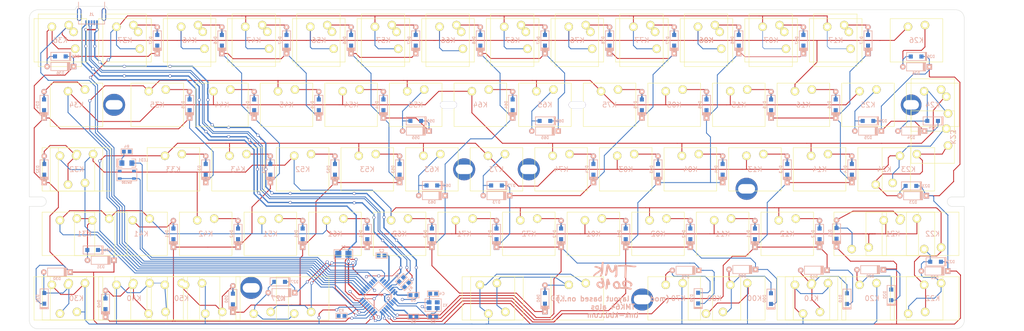
<source format=kicad_pcb>
(kicad_pcb (version 4) (host pcbnew 4.0.6)
  (title_block (title "TMK64 alps keyboard PCB") (date 2016/08) (rev E) (company "TMK, Tokyo JAPAN") (comment 1 "This supports Apple Extended Keyboard, Omnikey, Dell, KBP V60MTS and Infinity layout."))
  (layers (0 F.Cu signal) (31 B.Cu signal) (34 B.Paste user hide) (35 F.Paste user hide) (36 B.SilkS user) (37 F.SilkS user) (38 B.Mask user) (39 F.Mask user) (44 Edge.Cuts user))
  (net 0 "")
  (net 1 +5V)
  (net 2 GND)
  (net 3 "Net-(C2-Pad1)")
  (net 4 "Net-(C3-Pad1)")
  (net 5 "Net-(C4-Pad1)")
  (net 6 "Net-(J1-Pad4)")
  (net 7 "Net-(R3-Pad1)")
  (net 8 "Net-(SW100-Pad1)")
  (net 9 /matrix/row2)
  (net 10 /matrix/row1)
  (net 11 /matrix/row0)
  (net 12 /matrix/row7)
  (net 13 /matrix/col3)
  (net 14 /matrix/col4)
  (net 15 /matrix/col5)
  (net 16 /matrix/col6)
  (net 17 /matrix/col7)
  (net 18 "Net-(U1-Pad22)")
  (net 19 "Net-(U1-Pad23)")
  (net 20 "Net-(U1-Pad26)")
  (net 21 /matrix/row3)
  (net 22 /matrix/row4)
  (net 23 /matrix/row5)
  (net 24 /matrix/row6)
  (net 25 /matrix/col0)
  (net 26 /matrix/col1)
  (net 27 /matrix/col2)
  (net 28 /D-)
  (net 29 /D+)
  (net 30 "Net-(D10-Pad1)")
  (net 31 "Net-(D11-Pad1)")
  (net 32 "Net-(D12-Pad1)")
  (net 33 "Net-(D13-Pad1)")
  (net 34 "Net-(D14-Pad1)")
  (net 35 "Net-(D15-Pad1)")
  (net 36 "Net-(D16-Pad1)")
  (net 37 "Net-(D17-Pad1)")
  (net 38 "Net-(D20-Pad1)")
  (net 39 "Net-(D21-Pad1)")
  (net 40 "Net-(D22-Pad1)")
  (net 41 "Net-(D23-Pad1)")
  (net 42 "Net-(D24-Pad1)")
  (net 43 "Net-(D25-Pad1)")
  (net 44 "Net-(D26-Pad1)")
  (net 45 "Net-(D27-Pad1)")
  (net 46 "Net-(D30-Pad1)")
  (net 47 "Net-(D31-Pad1)")
  (net 48 "Net-(D32-Pad1)")
  (net 49 "Net-(D33-Pad1)")
  (net 50 "Net-(D34-Pad1)")
  (net 51 "Net-(D35-Pad1)")
  (net 52 "Net-(D36-Pad1)")
  (net 53 "Net-(D37-Pad1)")
  (net 54 "Net-(D40-Pad1)")
  (net 55 "Net-(D41-Pad1)")
  (net 56 "Net-(D42-Pad1)")
  (net 57 "Net-(D43-Pad1)")
  (net 58 "Net-(D44-Pad1)")
  (net 59 "Net-(D45-Pad1)")
  (net 60 "Net-(D46-Pad1)")
  (net 61 "Net-(D47-Pad1)")
  (net 62 "Net-(D50-Pad1)")
  (net 63 "Net-(D51-Pad1)")
  (net 64 "Net-(D52-Pad1)")
  (net 65 "Net-(D53-Pad1)")
  (net 66 "Net-(D54-Pad1)")
  (net 67 "Net-(D55-Pad1)")
  (net 68 "Net-(D56-Pad1)")
  (net 69 "Net-(D57-Pad1)")
  (net 70 "Net-(D60-Pad1)")
  (net 71 "Net-(D61-Pad1)")
  (net 72 "Net-(D62-Pad1)")
  (net 73 "Net-(D63-Pad1)")
  (net 74 "Net-(D64-Pad1)")
  (net 75 /D-R)
  (net 76 /D+R)
  (net 77 "Net-(D00-Pad1)")
  (net 78 "Net-(D01-Pad1)")
  (net 79 "Net-(D02-Pad1)")
  (net 80 "Net-(D03-Pad1)")
  (net 81 "Net-(D04-Pad1)")
  (net 82 "Net-(D05-Pad1)")
  (net 83 "Net-(D06-Pad1)")
  (net 84 "Net-(D07-Pad1)")
  (net 85 "Net-(D65-Pad1)")
  (net 86 "Net-(D66-Pad1)")
  (net 87 "Net-(D67-Pad1)")
  (net 88 "Net-(D70-Pad1)")
  (net 89 "Net-(D71-Pad1)")
  (net 90 "Net-(D72-Pad1)")
  (net 91 "Net-(D73-Pad1)")
  (net 92 "Net-(D74-Pad1)")
  (net 93 "Net-(D75-Pad1)")
  (net 94 "Net-(D76-Pad1)")
  (net 95 "Net-(D77-Pad1)")
  (net 96 "Net-(LED1-Pad1)")
  (net 97 "Net-(LED1-Pad2)")
  (module keyboard_parts:ALPS_SKCM (layer F.Cu) (at 147.6375 14.2875)
    (fp_text reference K67 (at 0 0) (layer B.SilkS) (effects (font (size 1.5 1.5) (thickness 0.2)) (justify mirror)))
    (fp_text value KEYSW hide)
    (pad 1 thru_hole circle (at -2.5 -4) (size 2.5 2.5) (drill 1.5) (layers *.Cu *.Mask F.SilkS) (net 17 /matrix/col7))
    (pad 2 thru_hole circle (at 2.5 -4.5) (size 2.5 2.5) (drill 1.5) (layers *.Cu *.Mask F.SilkS) (net 87 "Net-(D67-Pad1)"))
  )
  (module keyboard_parts:ALPS_SKCM_reverse_pad (layer F.Cu) (at 109.4175 14.2875 270)
    (fp_text reference "" (at 0 0 270) (layer B.SilkS) (effects (font (size 1.5 1.5) (thickness 0.2)) (justify mirror)))
    (fp_text value KEYSW hide)
    (pad 2 thru_hole circle (at -2.5 -4 270) (size 2.5 2.5) (drill 1.5) (layers *.Cu *.Mask F.SilkS) (net 69 "Net-(D57-Pad1)"))
    (pad 1 thru_hole circle (at 2.5 -4.5 270) (size 2.5 2.5) (drill 1.5) (layers *.Cu *.Mask F.SilkS) (net 17 /matrix/col7))
  )
  (module keyboard_parts:ALPS_SKCM (layer F.Cu) (at 52.3875 14.2875)
    (fp_text reference K46 (at 0 0) (layer B.SilkS) (effects (font (size 1.5 1.5) (thickness 0.2)) (justify mirror)))
    (fp_text value KEYSW hide)
    (pad 1 thru_hole circle (at -2.5 -4) (size 2.5 2.5) (drill 1.5) (layers *.Cu *.Mask F.SilkS) (net 16 /matrix/col6))
    (pad 2 thru_hole circle (at 2.5 -4.5) (size 2.5 2.5) (drill 1.5) (layers *.Cu *.Mask F.SilkS) (net 60 "Net-(D46-Pad1)"))
  )
  (module keyboard_parts:ALPS_SKCM_reverse_pad (layer F.Cu) (at 90.3675 14.27 270)
    (fp_text reference "" (at 0 0 270) (layer B.SilkS) (effects (font (size 1.5 1.5) (thickness 0.2)) (justify mirror)))
    (fp_text value KEYSW hide)
    (pad 2 thru_hole circle (at -2.5 -4 270) (size 2.5 2.5) (drill 1.5) (layers *.Cu *.Mask F.SilkS) (net 68 "Net-(D56-Pad1)"))
    (pad 1 thru_hole circle (at 2.5 -4.5 270) (size 2.5 2.5) (drill 1.5) (layers *.Cu *.Mask F.SilkS) (net 16 /matrix/col6))
  )
  (module keyboard_parts:ALPS_SKCM_reverse_pad (layer F.Cu) (at 71.32 14.27 270)
    (fp_text reference "" (at 0 0 270) (layer B.SilkS) (effects (font (size 1.5 1.5) (thickness 0.2)) (justify mirror)))
    (fp_text value KEYSW hide)
    (pad 2 thru_hole circle (at -2.5 -4 270) (size 2.5 2.5) (drill 1.5) (layers *.Cu *.Mask F.SilkS) (net 61 "Net-(D47-Pad1)"))
    (pad 1 thru_hole circle (at 2.5 -4.5 270) (size 2.5 2.5) (drill 1.5) (layers *.Cu *.Mask F.SilkS) (net 17 /matrix/col7))
  )
  (module keyboard_parts:ALPS_SKCM (layer F.Cu) (at 33.3375 14.2875)
    (fp_text reference K37 (at 0 0) (layer B.SilkS) (effects (font (size 1.5 1.5) (thickness 0.2)) (justify mirror)))
    (fp_text value KEYSW hide)
    (pad 1 thru_hole circle (at -2.5 -4) (size 2.5 2.5) (drill 1.5) (layers *.Cu *.Mask F.SilkS) (net 17 /matrix/col7))
    (pad 2 thru_hole circle (at 2.5 -4.5) (size 2.5 2.5) (drill 1.5) (layers *.Cu *.Mask F.SilkS) (net 53 "Net-(D37-Pad1)"))
  )
  (module keyboard_parts:ALPS_SKCM_reverse_pad (layer F.Cu) (at 207.14 90.49 180)
    (fp_text reference K00 (at 0 -0.0075 180) (layer B.SilkS) (effects (font (size 1.5 1.5) (thickness 0.2)) (justify mirror)))
    (fp_text value KEYSW hide)
    (pad 2 thru_hole circle (at -2.5 -4 180) (size 2.5 2.5) (drill 1.5) (layers *.Cu *.Mask F.SilkS) (net 77 "Net-(D00-Pad1)"))
    (pad 1 thru_hole circle (at 2.5 -4.5 180) (size 2.5 2.5) (drill 1.5) (layers *.Cu *.Mask F.SilkS) (net 25 /matrix/col0))
  )
  (module keyboard_parts:ALPS_SKCM (layer F.Cu) (at 73.8 90.4875 180)
    (fp_text reference K27 (at -4.7275 0.0025 180) (layer B.SilkS) (effects (font (size 1.5 1.5) (thickness 0.2)) (justify mirror)))
    (fp_text value KEYSW hide)
    (pad 1 thru_hole circle (at -2.5 -4 180) (size 2.5 2.5) (drill 1.5) (layers *.Cu *.Mask F.SilkS) (net 17 /matrix/col7))
    (pad 2 thru_hole circle (at 2.5 -4.5 180) (size 2.5 2.5) (drill 1.5) (layers *.Cu *.Mask F.SilkS) (net 45 "Net-(D27-Pad1)"))
  )
  (module keyboard_parts:ALPS_SKCM (layer F.Cu) (at 16.68 90.47 180)
    (fp_text reference K30_1 hide)
    (fp_text value KEYSW hide)
    (pad 1 thru_hole circle (at -2.5 -4 180) (size 2.5 2.5) (drill 1.5) (layers *.Cu *.Mask F.SilkS) (net 25 /matrix/col0))
    (pad 2 thru_hole circle (at 2.5 -4.5 180) (size 2.5 2.5) (drill 1.5) (layers *.Cu *.Mask F.SilkS) (net 46 "Net-(D30-Pad1)"))
  )
  (module keyboard_parts:ALPS_SKCM (layer F.Cu) (at 271.5 33.4 270)
    (fp_text reference "" (at 0 0 270) (layer B.SilkS) (effects (font (size 1.5 1.5) (thickness 0.2)) (justify mirror)))
    (fp_text value KEYSW hide)
    (pad 1 thru_hole circle (at -2.5 -4 270) (size 2.5 2.5) (drill 1.5) (layers *.Cu *.Mask F.SilkS) (net 14 /matrix/col4))
    (pad 2 thru_hole circle (at 2.5 -4.5 270) (size 2.5 2.5) (drill 1.5) (layers *.Cu *.Mask F.SilkS) (net 42 "Net-(D24-Pad1)"))
  )
  (module keyboard_parts:ALPS_SKCM (layer F.Cu) (at 250.12 71.4375 180)
    (fp_text reference K21_1 hide)
    (fp_text value KEYSW hide)
    (pad 1 thru_hole circle (at -2.5 -4 180) (size 2.5 2.5) (drill 1.5) (layers *.Cu *.Mask F.SilkS) (net 26 /matrix/col1))
    (pad 2 thru_hole circle (at 2.5 -4.5 180) (size 2.5 2.5) (drill 1.5) (layers *.Cu *.Mask F.SilkS) (net 39 "Net-(D21-Pad1)"))
  )
  (module keyboard_parts:ALPS_SKCM (layer F.Cu) (at 271.4625 71.4375 180)
    (fp_text reference K22 (at 0 0 180) (layer B.SilkS) (effects (font (size 1.5 1.5) (thickness 0.2)) (justify mirror)))
    (fp_text value KEYSW hide)
    (pad 1 thru_hole circle (at -2.5 -4 180) (size 2.5 2.5) (drill 1.5) (layers *.Cu *.Mask F.SilkS) (net 27 /matrix/col2))
    (pad 2 thru_hole circle (at 2.5 -4.5 180) (size 2.5 2.5) (drill 1.5) (layers *.Cu *.Mask F.SilkS) (net 40 "Net-(D22-Pad1)"))
  )
  (module keyboard_parts:ALPS_SKCM (layer F.Cu) (at 257.175 52.3875 180)
    (fp_text reference "" (at 0 0 180) (layer B.SilkS) (effects (font (size 1.5 1.5) (thickness 0.2)) (justify mirror)))
    (fp_text value KEYSW hide)
    (pad 1 thru_hole circle (at -2.5 -4 180) (size 2.5 2.5) (drill 1.5) (layers *.Cu *.Mask F.SilkS) (net 13 /matrix/col3))
    (pad 2 thru_hole circle (at 2.5 -4.5 180) (size 2.5 2.5) (drill 1.5) (layers *.Cu *.Mask F.SilkS) (net 41 "Net-(D23-Pad1)"))
  )
  (module keyboard_parts:ALPS_SKCM (layer F.Cu) (at 266.75 90.4875 180)
    (fp_text reference "" (at 0 0 180) (layer B.SilkS) (effects (font (size 1.5 1.5) (thickness 0.2)) (justify mirror)))
    (fp_text value KEYSW hide)
    (pad 1 thru_hole circle (at -2.5 -4 180) (size 2.5 2.5) (drill 1.5) (layers *.Cu *.Mask F.SilkS) (net 27 /matrix/col2))
    (pad 2 thru_hole circle (at 2.5 -4.5 180) (size 2.5 2.5) (drill 1.5) (layers *.Cu *.Mask F.SilkS) (net 40 "Net-(D22-Pad1)"))
  )
  (module keyboard_parts:USB_miniB_hirose_5S8 (layer B.Cu) (at 23.4875 9.0875)
    (fp_text reference J1 (at 0 -2.45) (layer B.SilkS) (effects (font (size 0.8128 0.8128) (thickness 0.2032)) (justify mirror)))
    (fp_text value USB_mini_micro_B hide)
    (pad 1 smd rect (at -1.6 0) (size 0.5 1.4) (layers B.Cu B.Paste B.Mask) (net 1 +5V))
    (pad 2 smd rect (at -0.8 0) (size 0.5 1.4) (layers B.Cu B.Paste B.Mask) (net 28 /D-))
    (pad 3 smd rect (at 0 0) (size 0.5 1.4) (layers B.Cu B.Paste B.Mask) (net 29 /D+))
    (pad 4 smd rect (at 0.8 0) (size 0.5 1.4) (layers B.Cu B.Paste B.Mask) (net 6 "Net-(J1-Pad4)"))
    (pad 5 smd rect (at 1.6 0) (size 0.5 1.4) (layers B.Cu B.Paste B.Mask) (net 2 GND))
    (pad 6 thru_hole oval (at -3.65 -2.4) (size 1.3 3.8) (drill oval 0.7 3.2) (layers *.Cu *.Mask B.Paste) (net 2 GND))
    (pad 6 thru_hole oval (at 3.65 -2.4) (size 1.3 3.8) (drill oval 0.7 3.2) (layers *.Cu *.Mask B.Paste) (net 2 GND))
  )
  (module keyboard_parts:FA-238 (layer B.Cu) (at 124.2 92.5)
    (fp_text reference X1 (at 3.5 0) (layer B.SilkS) (effects (font (size 0.8 0.8)) (justify mirror)))
    (fp_text value CRYSTAL hide)
    (pad 3 smd rect (at -1.1 0.8) (size 1.4 1.2) (drill (offset -0.1 0.05)) (layers B.Cu B.Paste B.Mask) (net 2 GND) (clearance 0.2))
    (pad 2 smd rect (at 1.1 0.8) (size 1.4 1.2) (drill (offset 0.1 0.05)) (layers B.Cu B.Paste B.Mask) (net 4 "Net-(C3-Pad1)") (clearance 0.2))
    (pad 1 smd rect (at -1.1 -0.8) (size 1.4 1.2) (drill (offset -0.1 -0.05)) (layers B.Cu B.Paste B.Mask) (net 5 "Net-(C4-Pad1)") (clearance 0.2))
    (pad 3 smd rect (at 1.1 -0.8) (size 1.4 1.2) (drill (offset 0.1 -0.05)) (layers B.Cu B.Paste B.Mask) (net 2 GND) (clearance 0.2))
  )
  (module keyboard_parts:D_axial (layer B.Cu) (at 13.3125 82.7375 180)
    (fp_text reference D30 (at 0 -1.925 180) (layer B.SilkS) (effects (font (size 0.8 0.8)) (justify mirror)))
    (fp_text value D hide)
    (pad 2 thru_hole rect (at -3.9 0 180) (size 1.6 1.6) (drill 0.7) (layers *.Cu *.Mask B.SilkS) (net 21 /matrix/row3))
    (pad 1 thru_hole circle (at 3.9 0 180) (size 1.6 1.6) (drill 0.7) (layers *.Cu *.Mask B.SilkS) (net 46 "Net-(D30-Pad1)"))
  )
  (module keyboard_parts:LED_3020_REFLOW (layer B.Cu) (at 33.909 50.546)
    (fp_text reference LED1 (at 4.8 -0.9) (layer B.SilkS) (effects (font (size 0.8 0.8)) (justify mirror)))
    (fp_text value LED hide)
    (pad 1 smd rect (at -1.475 0) (size 1.45 1.6) (layers B.Cu B.Paste B.Mask) (net 97 "Net-(LED1-Pad2)"))
    (pad 2 smd rect (at 1.475 0) (size 1.45 1.6) (layers B.Cu B.Paste B.Mask) (net 96 "Net-(LED1-Pad1)"))
  )
  (module keyboard_parts:D_SOD123_hand (layer B.Cu) (at 9.525 90.4875 90)
    (fp_text reference D30 (at 0 -1.925 90) (layer B.SilkS) (effects (font (size 0.8 0.8)) (justify mirror)))
    (fp_text value D hide)
    (pad 1 smd rect (at 1.575 0 90) (size 1.2 1.2) (layers B.Cu B.Paste B.Mask) (net 46 "Net-(D30-Pad1)"))
    (pad 2 smd rect (at -1.575 0 90) (size 1.2 1.2) (layers B.Cu B.Paste B.Mask) (net 21 /matrix/row3))
  )
  (module keyboard_parts:D_SOD123_hand (layer B.Cu) (at 23.8125 76.2 180)
    (fp_text reference D31 (at -4.445 0 180) (layer B.SilkS) (effects (font (size 0.8 0.8)) (justify mirror)))
    (fp_text value D hide)
    (pad 1 smd rect (at 1.575 0 180) (size 1.2 1.2) (layers B.Cu B.Paste B.Mask) (net 47 "Net-(D31-Pad1)"))
    (pad 2 smd rect (at -1.575 0 180) (size 1.2 1.2) (layers B.Cu B.Paste B.Mask) (net 21 /matrix/row3))
  )
  (module keyboard_parts:D_SOD123_hand (layer B.Cu) (at 202.34 90.41 90)
    (fp_text reference D70 (at 0 -1.925 90) (layer B.SilkS) (effects (font (size 0.8 0.8)) (justify mirror)))
    (fp_text value D hide)
    (pad 1 smd rect (at 1.575 0 90) (size 1.2 1.2) (layers B.Cu B.Paste B.Mask) (net 88 "Net-(D70-Pad1)"))
    (pad 2 smd rect (at -1.575 0 90) (size 1.2 1.2) (layers B.Cu B.Paste B.Mask) (net 12 /matrix/row7))
  )
  (module keyboard_parts:D_SOD123_hand (layer B.Cu) (at 223.8 90.56 90)
    (fp_text reference D00 (at 0 -1.925 90) (layer B.SilkS) (effects (font (size 0.8 0.8)) (justify mirror)))
    (fp_text value D hide)
    (pad 1 smd rect (at 1.575 0 90) (size 1.2 1.2) (layers B.Cu B.Paste B.Mask) (net 77 "Net-(D00-Pad1)"))
    (pad 2 smd rect (at -1.575 0 90) (size 1.2 1.2) (layers B.Cu B.Paste B.Mask) (net 11 /matrix/row0))
  )
  (module keyboard_parts:D_SOD123_hand (layer B.Cu) (at 246.2 90.56 90)
    (fp_text reference D10 (at 0 -1.925 90) (layer B.SilkS) (effects (font (size 0.8 0.8)) (justify mirror)))
    (fp_text value D hide)
    (pad 1 smd rect (at 1.575 0 90) (size 1.2 1.2) (layers B.Cu B.Paste B.Mask) (net 30 "Net-(D10-Pad1)"))
    (pad 2 smd rect (at -1.575 0 90) (size 1.2 1.2) (layers B.Cu B.Paste B.Mask) (net 10 /matrix/row1))
  )
  (module keyboard_parts:D_SOD123_hand (layer B.Cu) (at 259.25 89.46 90)
    (fp_text reference D20 (at 0 -1.925 90) (layer B.SilkS) (effects (font (size 0.8 0.8)) (justify mirror)))
    (fp_text value D hide)
    (pad 1 smd rect (at 1.575 0 90) (size 1.2 1.2) (layers B.Cu B.Paste B.Mask) (net 38 "Net-(D20-Pad1)"))
    (pad 2 smd rect (at -1.575 0 90) (size 1.2 1.2) (layers B.Cu B.Paste B.Mask) (net 9 /matrix/row2))
  )
  (module keyboard_parts:D_SOD123_hand (layer B.Cu) (at 272.33 79.68 180)
    (fp_text reference D22 (at -4.5085 0 180) (layer B.SilkS) (effects (font (size 0.8 0.8)) (justify mirror)))
    (fp_text value D hide)
    (pad 1 smd rect (at 1.575 0 180) (size 1.2 1.2) (layers B.Cu B.Paste B.Mask) (net 40 "Net-(D22-Pad1)"))
    (pad 2 smd rect (at -1.575 0 180) (size 1.2 1.2) (layers B.Cu B.Paste B.Mask) (net 9 /matrix/row2))
  )
  (module keyboard_parts:D_SOD123_hand (layer B.Cu) (at 265.07 57.29 180)
    (fp_text reference D23 (at -4.47675 0 180) (layer B.SilkS) (effects (font (size 0.8 0.8)) (justify mirror)))
    (fp_text value D hide)
    (pad 1 smd rect (at 1.575 0 180) (size 1.2 1.2) (layers B.Cu B.Paste B.Mask) (net 41 "Net-(D23-Pad1)"))
    (pad 2 smd rect (at -1.575 0 180) (size 1.2 1.2) (layers B.Cu B.Paste B.Mask) (net 9 /matrix/row2))
  )
  (module keyboard_parts:D_SOD123_hand (layer B.Cu) (at 271.4625 38.1 180)
    (fp_text reference D24 (at 0 -1.925 180) (layer B.SilkS) (effects (font (size 0.8 0.8)) (justify mirror)))
    (fp_text value D hide)
    (pad 1 smd rect (at 1.575 0 180) (size 1.2 1.2) (layers B.Cu B.Paste B.Mask) (net 42 "Net-(D24-Pad1)"))
    (pad 2 smd rect (at -1.575 0 180) (size 1.2 1.2) (layers B.Cu B.Paste B.Mask) (net 9 /matrix/row2))
  )
  (module keyboard_parts:D_SOD123_hand (layer B.Cu) (at 252.4125 38.1 180)
    (fp_text reference D25 (at -4.445 0 180) (layer B.SilkS) (effects (font (size 0.8 0.8)) (justify mirror)))
    (fp_text value D hide)
    (pad 1 smd rect (at 1.575 0 180) (size 1.2 1.2) (layers B.Cu B.Paste B.Mask) (net 43 "Net-(D25-Pad1)"))
    (pad 2 smd rect (at -1.575 0 180) (size 1.2 1.2) (layers B.Cu B.Paste B.Mask) (net 9 /matrix/row2))
  )
  (module keyboard_parts:D_SOD123_hand (layer B.Cu) (at 78.94 85.61 180)
    (fp_text reference D27 (at -4.445 0 180) (layer B.SilkS) (effects (font (size 0.8 0.8)) (justify mirror)))
    (fp_text value D hide)
    (pad 1 smd rect (at 1.575 0 180) (size 1.2 1.2) (layers B.Cu B.Paste B.Mask) (net 45 "Net-(D27-Pad1)"))
    (pad 2 smd rect (at -1.575 0 180) (size 1.2 1.2) (layers B.Cu B.Paste B.Mask) (net 9 /matrix/row2))
  )
  (module keyboard_parts:D_SOD123_hand (layer B.Cu) (at 266.5875 19.08 180)
    (fp_text reference D26 (at -4.3815 0 180) (layer B.SilkS) (effects (font (size 0.8 0.8)) (justify mirror)))
    (fp_text value D hide)
    (pad 1 smd rect (at 1.575 0 180) (size 1.2 1.2) (layers B.Cu B.Paste B.Mask) (net 44 "Net-(D26-Pad1)"))
    (pad 2 smd rect (at -1.575 0 180) (size 1.2 1.2) (layers B.Cu B.Paste B.Mask) (net 9 /matrix/row2))
  )
  (module keyboard_parts:D_SOD123_hand (layer B.Cu) (at 157.1625 38.1 180)
    (fp_text reference D65 (at -4.445 0 180) (layer B.SilkS) (effects (font (size 0.8 0.8)) (justify mirror)))
    (fp_text value D hide)
    (pad 1 smd rect (at 1.575 0 180) (size 1.2 1.2) (layers B.Cu B.Paste B.Mask) (net 85 "Net-(D65-Pad1)"))
    (pad 2 smd rect (at -1.575 0 180) (size 1.2 1.2) (layers B.Cu B.Paste B.Mask) (net 24 /matrix/row6))
  )
  (module keyboard_parts:D_SOD123_hand (layer B.Cu) (at 119.0625 38.1 180)
    (fp_text reference D55 (at -4.445 0 180) (layer B.SilkS) (effects (font (size 0.8 0.8)) (justify mirror)))
    (fp_text value D hide)
    (pad 1 smd rect (at 1.575 0 180) (size 1.2 1.2) (layers B.Cu B.Paste B.Mask) (net 67 "Net-(D55-Pad1)"))
    (pad 2 smd rect (at -1.575 0 180) (size 1.2 1.2) (layers B.Cu B.Paste B.Mask) (net 23 /matrix/row5))
  )
  (module keyboard_parts:D_SOD123_hand (layer B.Cu) (at 123.825 57.15 180)
    (fp_text reference D63 (at -4.445 0 180) (layer B.SilkS) (effects (font (size 0.8 0.8)) (justify mirror)))
    (fp_text value D hide)
    (pad 1 smd rect (at 1.575 0 180) (size 1.2 1.2) (layers B.Cu B.Paste B.Mask) (net 73 "Net-(D63-Pad1)"))
    (pad 2 smd rect (at -1.575 0 180) (size 1.2 1.2) (layers B.Cu B.Paste B.Mask) (net 24 /matrix/row6))
  )
  (module keyboard_parts:D_SOD123_hand (layer B.Cu) (at 142.875 57.15 180)
    (fp_text reference D73 (at -4.445 0 180) (layer B.SilkS) (effects (font (size 0.8 0.8)) (justify mirror)))
    (fp_text value D hide)
    (pad 1 smd rect (at 1.575 0 180) (size 1.2 1.2) (layers B.Cu B.Paste B.Mask) (net 91 "Net-(D73-Pad1)"))
    (pad 2 smd rect (at -1.575 0 180) (size 1.2 1.2) (layers B.Cu B.Paste B.Mask) (net 12 /matrix/row7))
  )
  (module keyboard_parts:D_SOD123_hand (layer B.Cu) (at 14.2875 19.05 180)
    (fp_text reference D36 (at -4.5085 0 180) (layer B.SilkS) (effects (font (size 0.8 0.8)) (justify mirror)))
    (fp_text value D hide)
    (pad 1 smd rect (at 1.575 0 180) (size 1.2 1.2) (layers B.Cu B.Paste B.Mask) (net 52 "Net-(D36-Pad1)"))
    (pad 2 smd rect (at -1.575 0 180) (size 1.2 1.2) (layers B.Cu B.Paste B.Mask) (net 21 /matrix/row3))
  )
  (module keyboard_parts:C_3216 (layer B.Cu) (at 97.7375 77.4375 180)
    (fp_text reference C1 (at 0 2.1 180) (layer B.SilkS) (effects (font (size 0.8 0.8)) (justify mirror)))
    (fp_text value 4.7u hide)
    (pad 1 smd rect (at -1.5 0 180) (size 1.8 2) (layers B.Cu B.Paste B.Mask) (net 1 +5V))
    (pad 2 smd rect (at 1.5 0 180) (size 1.8 2) (layers B.Cu B.Paste B.Mask) (net 2 GND))
  )
  (module keyboard_parts:Poker_oval_hole (layer F.Cu) (at 128.7145 33.3375)
    (fp_text reference Poker_oval_hole hide)
    (fp_text value VAL** hide)
    (pad "" thru_hole oval (at 0 0) (size 5 2) (drill oval 5 2) (layers *.Cu *.Mask))
  )
  (module keyboard_parts:Poker_side_edge_long (layer F.Cu) (at 4.7625 61.9125)
    (fp_text reference Poker_side_edge_long hide)
    (fp_text value VAL** hide)
  )
  (module keyboard_parts:Poker_oval_hole (layer F.Cu) (at 185.85 90.83)
    (fp_text reference Poker_oval_hole hide)
    (fp_text value VAL** hide)
    (pad "" thru_hole circle (at 0 0) (size 6.5 6.5) (drill oval 5 2.8) (layers *.Cu *.Mask) (net 2 GND))
  )
  (module keyboard_parts:Poker_side_edge_long (layer F.Cu) (at 290.1375 61.8875)
    (fp_text reference Poker_side_edge_long hide)
    (fp_text value VAL** hide)
  )
  (module keyboard_parts:Poker_oval_hole (layer F.Cu) (at 133.35 52.3875)
    (fp_text reference Poker_oval_hole hide)
    (fp_text value VAL** hide)
    (pad "" thru_hole circle (at 0 0) (size 6.5 6.5) (drill oval 5 2.8) (layers *.Cu *.Mask) (net 2 GND))
  )
  (module keyboard_parts:C_1608 (layer B.Cu) (at 108.9875 77.8375 180)
    (fp_text reference C2 (at 0 1.45 180) (layer B.SilkS) (effects (font (size 0.8 0.8)) (justify mirror)))
    (fp_text value 1u hide)
    (pad 2 smd rect (at 0.85 0 180) (size 1.1 1.1) (layers B.Cu B.Paste B.Mask) (net 2 GND) (clearance 0.1))
    (pad 1 smd rect (at -0.85 0 180) (size 1.1 1.1) (layers B.Cu B.Paste B.Mask) (net 3 "Net-(C2-Pad1)") (clearance 0.1))
  )
  (module keyboard_parts:C_1608 (layer B.Cu) (at 124.2 95.9)
    (fp_text reference C3 (at 0 1.45) (layer B.SilkS) (effects (font (size 0.8 0.8)) (justify mirror)))
    (fp_text value 10p hide)
    (pad 2 smd rect (at 0.85 0) (size 1.1 1.1) (layers B.Cu B.Paste B.Mask) (net 2 GND) (clearance 0.1))
    (pad 1 smd rect (at -0.85 0) (size 1.1 1.1) (layers B.Cu B.Paste B.Mask) (net 4 "Net-(C3-Pad1)") (clearance 0.1))
  )
  (module keyboard_parts:C_1608 (layer B.Cu) (at 124.2 89.1)
    (fp_text reference C4 (at 2.6 0) (layer B.SilkS) (effects (font (size 0.8 0.8)) (justify mirror)))
    (fp_text value 10p hide)
    (pad 2 smd rect (at 0.85 0) (size 1.1 1.1) (layers B.Cu B.Paste B.Mask) (net 2 GND) (clearance 0.1))
    (pad 1 smd rect (at -0.85 0) (size 1.1 1.1) (layers B.Cu B.Paste B.Mask) (net 5 "Net-(C4-Pad1)") (clearance 0.1))
  )
  (module keyboard_parts:C_1608 (layer B.Cu) (at 118.4 95.9)
    (fp_text reference C5 (at 0 1.45) (layer B.SilkS) (effects (font (size 0.8 0.8)) (justify mirror)))
    (fp_text value 0.1u hide)
    (pad 2 smd rect (at 0.85 0) (size 1.1 1.1) (layers B.Cu B.Paste B.Mask) (net 2 GND) (clearance 0.1))
    (pad 1 smd rect (at -0.85 0) (size 1.1 1.1) (layers B.Cu B.Paste B.Mask) (net 1 +5V) (clearance 0.1))
  )
  (module keyboard_parts:C_1608 (layer B.Cu) (at 118.39 89.53)
    (fp_text reference C6 (at 0 1.45) (layer B.SilkS) (effects (font (size 0.8 0.8)) (justify mirror)))
    (fp_text value 0.1u hide)
    (pad 2 smd rect (at 0.85 0) (size 1.1 1.1) (layers B.Cu B.Paste B.Mask) (net 2 GND) (clearance 0.1))
    (pad 1 smd rect (at -0.85 0) (size 1.1 1.1) (layers B.Cu B.Paste B.Mask) (net 1 +5V) (clearance 0.1))
  )
  (module keyboard_parts:R_1608 (layer B.Cu) (at 116.3775 86.49 225)
    (fp_text reference R1 (at 0 -1.65 225) (layer B.SilkS) (effects (font (size 0.8 0.8)) (justify mirror)))
    (fp_text value 22 hide)
    (pad 2 smd rect (at 0.85 0 225) (size 1.1 1.1) (layers B.Cu B.Paste B.Mask) (net 75 /D-R) (clearance 0.1))
    (pad 1 smd rect (at -0.85 0 225) (size 1.1 1.1) (layers B.Cu B.Paste B.Mask) (net 28 /D-) (clearance 0.1))
  )
  (module keyboard_parts:R_1608 (layer B.Cu) (at 114.8175 84.9 225)
    (fp_text reference R2 (at 0.025 1.575 225) (layer B.SilkS) (effects (font (size 0.8 0.8)) (justify mirror)))
    (fp_text value 22 hide)
    (pad 2 smd rect (at 0.85 0 225) (size 1.1 1.1) (layers B.Cu B.Paste B.Mask) (net 76 /D+R) (clearance 0.1))
    (pad 1 smd rect (at -0.85 0 225) (size 1.1 1.1) (layers B.Cu B.Paste B.Mask) (net 29 /D+) (clearance 0.1))
  )
  (module keyboard_parts:R_1608 (layer B.Cu) (at 97.19 95.67 180)
    (fp_text reference R3 (at 0.025 1.575 180) (layer B.SilkS) (effects (font (size 0.8 0.8)) (justify mirror)))
    (fp_text value 1K hide)
    (pad 2 smd rect (at 0.85 0 180) (size 1.1 1.1) (layers B.Cu B.Paste B.Mask) (net 2 GND) (clearance 0.1))
    (pad 1 smd rect (at -0.85 0 180) (size 1.1 1.1) (layers B.Cu B.Paste B.Mask) (net 7 "Net-(R3-Pad1)") (clearance 0.1))
  )
  (module keyboard_parts:SW_ALPS_SKRP (layer B.Cu) (at 33.8875 54)
    (fp_text reference SW100 (at 0 2.3) (layer B.SilkS) (effects (font (size 0.6096 0.6096) (thickness 0.1524)) (justify mirror)))
    (fp_text value SW_PUSH hide)
    (pad 2 smd rect (at 2.1 -1.1) (size 1.1 0.7) (layers B.Cu B.Paste B.Mask) (net 2 GND))
    (pad 2 smd rect (at -2.1 -1.1) (size 1.1 0.7) (layers B.Cu B.Paste B.Mask) (net 2 GND))
    (pad 1 smd rect (at -2.1 1.1) (size 1.1 0.7) (layers B.Cu B.Paste B.Mask) (net 8 "Net-(SW100-Pad1)"))
    (pad 1 smd rect (at 2.1 1.1) (size 1.1 0.7) (layers B.Cu B.Paste B.Mask) (net 8 "Net-(SW100-Pad1)"))
  )
  (module keyboard_parts:Poker_oval_hole (layer F.Cu) (at 265.1235 33.3375)
    (fp_text reference Poker_oval_hole hide)
    (fp_text value VAL** hide)
    (pad "" thru_hole circle (at 0 0) (size 6.1 6.1) (drill oval 4.6 2.8) (layers *.Cu *.Mask) (net 2 GND))
  )
  (module keyboard_parts:Poker_oval_hole (layer F.Cu) (at 30.1375 33.3375)
    (fp_text reference Poker_oval_hole hide)
    (fp_text value VAL** hide)
    (pad "" thru_hole circle (at 0 0) (size 6.5 6.5) (drill oval 5 2.8) (layers *.Cu *.Mask) (net 2 GND))
  )
  (module keyboard_parts:Poker_oval_hole (layer F.Cu) (at 215.05 58.14)
    (fp_text reference Poker_oval_hole hide)
    (fp_text value VAL** hide)
    (pad "" thru_hole circle (at 1.564 0) (size 6.5 6.5) (drill oval 5 2.8) (layers *.Cu *.Mask) (net 2 GND))
  )
  (module keyboard_parts:Poker_oval_hole (layer F.Cu) (at 72.1 87.39)
    (fp_text reference Poker_oval_hole hide)
    (fp_text value VAL** hide)
    (pad "" thru_hole circle (at -1.55 0) (size 6.5 6.5) (drill oval 5 2.8) (layers *.Cu *.Mask) (net 2 GND))
  )
  (module keyboard_parts:Poker_oval_hole (layer F.Cu) (at 166.6875 33.3375)
    (fp_text reference Poker_oval_hole hide)
    (fp_text value VAL** hide)
    (pad "" thru_hole oval (at 0 0) (size 5 2) (drill oval 5 2) (layers *.Cu *.Mask))
  )
  (module keyboard_parts:Poker_oval_hole (layer F.Cu) (at 152.4 52.3875)
    (fp_text reference Poker_oval_hole hide)
    (fp_text value VAL** hide)
    (pad "" thru_hole circle (at 0 0) (size 6.5 6.5) (drill oval 5 2.8) (layers *.Cu *.Mask) (net 2 GND))
  )
  (module keyboard_parts:QFP32_reflow (layer B.Cu) (at 108.0875 89.8875 135)
    (fp_text reference U1 (at 0 0.95 135) (layer B.SilkS) (effects (font (size 0.8 0.8)) (justify mirror)))
    (fp_text value 32U2 hide)
    (pad 1 smd rect (at -4.2 2.8 135) (size 1.5 0.55) (layers B.Cu B.Paste B.Mask) (net 5 "Net-(C4-Pad1)") (clearance 0.15))
    (pad 2 smd rect (at -4.2 2 135) (size 1.5 0.55) (layers B.Cu B.Paste B.Mask) (net 4 "Net-(C3-Pad1)") (clearance 0.15))
    (pad 3 smd rect (at -4.2 1.200001 135) (size 1.5 0.55) (layers B.Cu B.Paste B.Mask) (net 2 GND) (clearance 0.15))
    (pad 4 smd rect (at -4.2 0.4 135) (size 1.5 0.55) (layers B.Cu B.Paste B.Mask) (net 1 +5V) (clearance 0.15))
    (pad 5 smd rect (at -4.2 -0.4 135) (size 1.5 0.55) (layers B.Cu B.Paste B.Mask) (net 12 /matrix/row7) (clearance 0.15))
    (pad 6 smd rect (at -4.2 -1.2 135) (size 1.5 0.55) (layers B.Cu B.Paste B.Mask) (net 11 /matrix/row0) (clearance 0.15))
    (pad 7 smd rect (at -4.2 -2 135) (size 1.5 0.55) (layers B.Cu B.Paste B.Mask) (net 10 /matrix/row1) (clearance 0.15))
    (pad 8 smd rect (at -4.2 -2.8 135) (size 1.5 0.55) (layers B.Cu B.Paste B.Mask) (net 9 /matrix/row2) (clearance 0.15))
    (pad 9 smd rect (at -2.8 -4.2 135) (size 0.55 1.5) (layers B.Cu B.Paste B.Mask) (net 21 /matrix/row3) (clearance 0.15))
    (pad 10 smd rect (at -2 -4.2 135) (size 0.55 1.5) (layers B.Cu B.Paste B.Mask) (net 22 /matrix/row4) (clearance 0.15))
    (pad 11 smd rect (at -1.2 -4.2 135) (size 0.55 1.5) (layers B.Cu B.Paste B.Mask) (net 23 /matrix/row5) (clearance 0.15))
    (pad 12 smd rect (at -0.4 -4.2 135) (size 0.55 1.5) (layers B.Cu B.Paste B.Mask) (net 24 /matrix/row6) (clearance 0.15))
    (pad 13 smd rect (at 0.4 -4.2 135) (size 0.55 1.5) (layers B.Cu B.Paste B.Mask) (net 7 "Net-(R3-Pad1)") (clearance 0.15))
    (pad 14 smd rect (at 1.2 -4.2 135) (size 0.55 1.5) (layers B.Cu B.Paste B.Mask) (net 25 /matrix/col0) (clearance 0.15))
    (pad 15 smd rect (at 2 -4.2 135) (size 0.55 1.5) (layers B.Cu B.Paste B.Mask) (net 26 /matrix/col1) (clearance 0.15))
    (pad 16 smd rect (at 2.8 -4.2 135) (size 0.55 1.5) (layers B.Cu B.Paste B.Mask) (net 27 /matrix/col2) (clearance 0.15))
    (pad 17 smd rect (at 4.2 -2.8 135) (size 1.5 0.55) (layers B.Cu B.Paste B.Mask) (net 13 /matrix/col3) (clearance 0.15))
    (pad 18 smd rect (at 4.2 -2 135) (size 1.5 0.55) (layers B.Cu B.Paste B.Mask) (net 14 /matrix/col4) (clearance 0.15))
    (pad 19 smd rect (at 4.2 -1.2 135) (size 1.5 0.55) (layers B.Cu B.Paste B.Mask) (net 15 /matrix/col5) (clearance 0.15))
    (pad 20 smd rect (at 4.2 -0.4 135) (size 1.5 0.55) (layers B.Cu B.Paste B.Mask) (net 16 /matrix/col6) (clearance 0.15))
    (pad 21 smd rect (at 4.2 0.4 135) (size 1.5 0.55) (layers B.Cu B.Paste B.Mask) (net 17 /matrix/col7) (clearance 0.15))
    (pad 22 smd rect (at 4.2 1.2 135) (size 1.5 0.55) (layers B.Cu B.Paste B.Mask) (net 18 "Net-(U1-Pad22)") (clearance 0.15))
    (pad 23 smd rect (at 4.2 2 135) (size 1.5 0.55) (layers B.Cu B.Paste B.Mask) (net 19 "Net-(U1-Pad23)") (clearance 0.15))
    (pad 24 smd rect (at 4.2 2.8 135) (size 1.5 0.55) (layers B.Cu B.Paste B.Mask) (net 8 "Net-(SW100-Pad1)") (clearance 0.15))
    (pad 25 smd rect (at 2.8 4.2 135) (size 0.55 1.5) (layers B.Cu B.Paste B.Mask) (net 96 "Net-(LED1-Pad1)") (clearance 0.15))
    (pad 26 smd rect (at 2 4.2 135) (size 0.55 1.5) (layers B.Cu B.Paste B.Mask) (net 20 "Net-(U1-Pad26)") (clearance 0.15))
    (pad 27 smd rect (at 1.2 4.2 135) (size 0.55 1.5) (layers B.Cu B.Paste B.Mask) (net 3 "Net-(C2-Pad1)") (clearance 0.15))
    (pad 28 smd rect (at 0.4 4.2 135) (size 0.55 1.5) (layers B.Cu B.Paste B.Mask) (net 2 GND) (clearance 0.15))
    (pad 29 smd rect (at -0.4 4.2 135) (size 0.55 1.5) (layers B.Cu B.Paste B.Mask) (net 76 /D+R) (clearance 0.15))
    (pad 30 smd rect (at -1.2 4.2 135) (size 0.55 1.5) (layers B.Cu B.Paste B.Mask) (net 75 /D-R) (clearance 0.15))
    (pad 31 smd rect (at -2 4.2 135) (size 0.55 1.5) (layers B.Cu B.Paste B.Mask) (net 1 +5V) (clearance 0.15))
    (pad 32 smd rect (at -2.8 4.2 135) (size 0.55 1.5) (layers B.Cu B.Paste B.Mask) (net 1 +5V) (clearance 0.15))
  )
  (module keyboard_parts:R_1608 (layer B.Cu) (at 33.8675 47.15)
    (fp_text reference R4 (at 0 -1.46) (layer B.SilkS) (effects (font (size 0.8 0.8)) (justify mirror)))
    (fp_text value 1.5K hide)
    (pad 2 smd rect (at 0.85 0) (size 1.1 1.1) (layers B.Cu B.Paste B.Mask) (net 2 GND) (clearance 0.1))
    (pad 1 smd rect (at -0.85 0) (size 1.1 1.1) (layers B.Cu B.Paste B.Mask) (net 97 "Net-(LED1-Pad2)") (clearance 0.1))
  )
  (module keyboard_parts:D_axial (layer B.Cu) (at 26.1875 79.2375 180)
    (fp_text reference D31 (at 0 -1.925 180) (layer B.SilkS) (effects (font (size 0.8 0.8)) (justify mirror)))
    (fp_text value D hide)
    (pad 2 thru_hole rect (at -3.9 0 180) (size 1.6 1.6) (drill 0.7) (layers *.Cu *.Mask B.SilkS) (net 21 /matrix/row3))
    (pad 1 thru_hole circle (at 3.9 0 180) (size 1.6 1.6) (drill 0.7) (layers *.Cu *.Mask B.SilkS) (net 47 "Net-(D31-Pad1)"))
  )
  (module keyboard_parts:D_axial (layer B.Cu) (at 198.62 82.22 180)
    (fp_text reference D70 (at 0 -1.925 180) (layer B.SilkS) (effects (font (size 0.8 0.8)) (justify mirror)))
    (fp_text value D hide)
    (pad 2 thru_hole rect (at -3.9 0 180) (size 1.6 1.6) (drill 0.7) (layers *.Cu *.Mask B.SilkS) (net 12 /matrix/row7))
    (pad 1 thru_hole circle (at 3.9 0 180) (size 1.6 1.6) (drill 0.7) (layers *.Cu *.Mask B.SilkS) (net 88 "Net-(D70-Pad1)"))
  )
  (module keyboard_parts:D_axial (layer B.Cu) (at 215.34 81.95 180)
    (fp_text reference D00 (at 0 -1.925 180) (layer B.SilkS) (effects (font (size 0.8 0.8)) (justify mirror)))
    (fp_text value D hide)
    (pad 2 thru_hole rect (at -3.9 0 180) (size 1.6 1.6) (drill 0.7) (layers *.Cu *.Mask B.SilkS) (net 11 /matrix/row0))
    (pad 1 thru_hole circle (at 3.9 0 180) (size 1.6 1.6) (drill 0.7) (layers *.Cu *.Mask B.SilkS) (net 77 "Net-(D00-Pad1)"))
  )
  (module keyboard_parts:D_axial (layer B.Cu) (at 236.45 82.18 180)
    (fp_text reference D10 (at 0 -1.925 180) (layer B.SilkS) (effects (font (size 0.8 0.8)) (justify mirror)))
    (fp_text value D hide)
    (pad 2 thru_hole rect (at -3.9 0 180) (size 1.6 1.6) (drill 0.7) (layers *.Cu *.Mask B.SilkS) (net 10 /matrix/row1))
    (pad 1 thru_hole circle (at 3.9 0 180) (size 1.6 1.6) (drill 0.7) (layers *.Cu *.Mask B.SilkS) (net 30 "Net-(D10-Pad1)"))
  )
  (module keyboard_parts:D_axial (layer B.Cu) (at 253.05 82.03 180)
    (fp_text reference D20 (at 0 -1.925 180) (layer B.SilkS) (effects (font (size 0.8 0.8)) (justify mirror)))
    (fp_text value D hide)
    (pad 2 thru_hole rect (at -3.9 0 180) (size 1.6 1.6) (drill 0.7) (layers *.Cu *.Mask B.SilkS) (net 9 /matrix/row2))
    (pad 1 thru_hole circle (at 3.9 0 180) (size 1.6 1.6) (drill 0.7) (layers *.Cu *.Mask B.SilkS) (net 38 "Net-(D20-Pad1)"))
  )
  (module keyboard_parts:D_axial (layer B.Cu) (at 272.04 82.41 180)
    (fp_text reference D22 (at 0 -1.925 180) (layer B.SilkS) (effects (font (size 0.8 0.8)) (justify mirror)))
    (fp_text value D hide)
    (pad 2 thru_hole rect (at -3.9 0 180) (size 1.6 1.6) (drill 0.7) (layers *.Cu *.Mask B.SilkS) (net 9 /matrix/row2))
    (pad 1 thru_hole circle (at 3.9 0 180) (size 1.6 1.6) (drill 0.7) (layers *.Cu *.Mask B.SilkS) (net 40 "Net-(D22-Pad1)"))
  )
  (module keyboard_parts:D_axial (layer B.Cu) (at 265.71 60.18 180)
    (fp_text reference D23 (at 0 -1.925 180) (layer B.SilkS) (effects (font (size 0.8 0.8)) (justify mirror)))
    (fp_text value D hide)
    (pad 2 thru_hole rect (at -3.9 0 180) (size 1.6 1.6) (drill 0.7) (layers *.Cu *.Mask B.SilkS) (net 9 /matrix/row2))
    (pad 1 thru_hole circle (at 3.9 0 180) (size 1.6 1.6) (drill 0.7) (layers *.Cu *.Mask B.SilkS) (net 41 "Net-(D23-Pad1)"))
  )
  (module keyboard_parts:D_axial (layer B.Cu) (at 142.875 60.1375 180)
    (fp_text reference D73 (at 0 -1.925 180) (layer B.SilkS) (effects (font (size 0.8 0.8)) (justify mirror)))
    (fp_text value D hide)
    (pad 2 thru_hole rect (at -3.9 0 180) (size 1.6 1.6) (drill 0.7) (layers *.Cu *.Mask B.SilkS) (net 12 /matrix/row7))
    (pad 1 thru_hole circle (at 3.9 0 180) (size 1.6 1.6) (drill 0.7) (layers *.Cu *.Mask B.SilkS) (net 91 "Net-(D73-Pad1)"))
  )
  (module keyboard_parts:D_axial (layer B.Cu) (at 123.8375 60.1375 180)
    (fp_text reference D63 (at 0 -1.925 180) (layer B.SilkS) (effects (font (size 0.8 0.8)) (justify mirror)))
    (fp_text value D hide)
    (pad 2 thru_hole rect (at -3.9 0 180) (size 1.6 1.6) (drill 0.7) (layers *.Cu *.Mask B.SilkS) (net 24 /matrix/row6))
    (pad 1 thru_hole circle (at 3.9 0 180) (size 1.6 1.6) (drill 0.7) (layers *.Cu *.Mask B.SilkS) (net 73 "Net-(D63-Pad1)"))
  )
  (module keyboard_parts:D_axial (layer B.Cu) (at 119.0875 41.0875 180)
    (fp_text reference D55 (at 0 -1.925 180) (layer B.SilkS) (effects (font (size 0.8 0.8)) (justify mirror)))
    (fp_text value D hide)
    (pad 2 thru_hole rect (at -3.9 0 180) (size 1.6 1.6) (drill 0.7) (layers *.Cu *.Mask B.SilkS) (net 23 /matrix/row5))
    (pad 1 thru_hole circle (at 3.9 0 180) (size 1.6 1.6) (drill 0.7) (layers *.Cu *.Mask B.SilkS) (net 67 "Net-(D55-Pad1)"))
  )
  (module keyboard_parts:D_axial (layer B.Cu) (at 157.1875 41.0875 180)
    (fp_text reference D65 (at 0 -1.925 180) (layer B.SilkS) (effects (font (size 0.8 0.8)) (justify mirror)))
    (fp_text value D hide)
    (pad 2 thru_hole rect (at -3.9 0 180) (size 1.6 1.6) (drill 0.7) (layers *.Cu *.Mask B.SilkS) (net 24 /matrix/row6))
    (pad 1 thru_hole circle (at 3.9 0 180) (size 1.6 1.6) (drill 0.7) (layers *.Cu *.Mask B.SilkS) (net 85 "Net-(D65-Pad1)"))
  )
  (module keyboard_parts:D_axial (layer B.Cu) (at 252.4375 41.0875 180)
    (fp_text reference D25 (at 0 -1.925 180) (layer B.SilkS) (effects (font (size 0.8 0.8)) (justify mirror)))
    (fp_text value D hide)
    (pad 2 thru_hole rect (at -3.9 0 180) (size 1.6 1.6) (drill 0.7) (layers *.Cu *.Mask B.SilkS) (net 9 /matrix/row2))
    (pad 1 thru_hole circle (at 3.9 0 180) (size 1.6 1.6) (drill 0.7) (layers *.Cu *.Mask B.SilkS) (net 43 "Net-(D25-Pad1)"))
  )
  (module keyboard_parts:D_axial (layer B.Cu) (at 265.1375 41.0875 180)
    (fp_text reference D24 (at 0 -1.925 180) (layer B.SilkS) (effects (font (size 0.8 0.8)) (justify mirror)))
    (fp_text value D hide)
    (pad 2 thru_hole rect (at -3.9 0 180) (size 1.6 1.6) (drill 0.7) (layers *.Cu *.Mask B.SilkS) (net 9 /matrix/row2))
    (pad 1 thru_hole circle (at 3.9 0 180) (size 1.6 1.6) (drill 0.7) (layers *.Cu *.Mask B.SilkS) (net 42 "Net-(D24-Pad1)"))
  )
  (module keyboard_parts:D_axial (layer B.Cu) (at 79.48 88.81 180)
    (fp_text reference D27 (at 0 -1.925 180) (layer B.SilkS) (effects (font (size 0.8 0.8)) (justify mirror)))
    (fp_text value D hide)
    (pad 2 thru_hole rect (at -3.9 0 180) (size 1.6 1.6) (drill 0.7) (layers *.Cu *.Mask B.SilkS) (net 9 /matrix/row2))
    (pad 1 thru_hole circle (at 3.9 0 180) (size 1.6 1.6) (drill 0.7) (layers *.Cu *.Mask B.SilkS) (net 45 "Net-(D27-Pad1)"))
  )
  (module keyboard_parts:D_axial (layer B.Cu) (at 266.5875 22.1175 180)
    (fp_text reference D26 (at 0 -1.925 180) (layer B.SilkS) (effects (font (size 0.8 0.8)) (justify mirror)))
    (fp_text value D hide)
    (pad 2 thru_hole rect (at -3.9 0 180) (size 1.6 1.6) (drill 0.7) (layers *.Cu *.Mask B.SilkS) (net 9 /matrix/row2))
    (pad 1 thru_hole circle (at 3.9 0 180) (size 1.6 1.6) (drill 0.7) (layers *.Cu *.Mask B.SilkS) (net 44 "Net-(D26-Pad1)"))
  )
  (module keyboard_parts:D_axial (layer B.Cu) (at 14.2875 22.0375 180)
    (fp_text reference D36 (at 0 -1.925 180) (layer B.SilkS) (effects (font (size 0.8 0.8)) (justify mirror)))
    (fp_text value D hide)
    (pad 2 thru_hole rect (at -3.9 0 180) (size 1.6 1.6) (drill 0.7) (layers *.Cu *.Mask B.SilkS) (net 21 /matrix/row3))
    (pad 1 thru_hole circle (at 3.9 0 180) (size 1.6 1.6) (drill 0.7) (layers *.Cu *.Mask B.SilkS) (net 52 "Net-(D36-Pad1)"))
  )
  (module keyboard_parts:D_SOD123_axial (layer B.Cu) (at 219.075 71.4375 90)
    (fp_text reference D11 (at 0 -1.925 90) (layer B.SilkS) (effects (font (size 0.8 0.8)) (justify mirror)))
    (fp_text value D hide)
    (pad 1 smd rect (at 1.575 0 90) (size 1.2 1.2) (layers B.Cu B.Paste B.Mask) (net 31 "Net-(D11-Pad1)"))
    (pad 2 smd rect (at -1.575 0 90) (size 1.2 1.2) (layers B.Cu B.Paste B.Mask) (net 10 /matrix/row1))
    (pad 2 thru_hole rect (at -3.9 0 90) (size 1.6 1.6) (drill 0.7) (layers *.Cu *.Mask B.SilkS) (net 10 /matrix/row1))
    (pad 1 thru_hole circle (at 3.9 0 90) (size 1.6 1.6) (drill 0.7) (layers *.Cu *.Mask B.SilkS) (net 31 "Net-(D11-Pad1)"))
    (pad 2 smd rect (at -2.7 0 90) (size 2.5 0.5) (layers B.Cu) (net 10 /matrix/row1))
    (pad 1 smd rect (at 2.7 0 90) (size 2.5 0.5) (layers B.Cu) (net 31 "Net-(D11-Pad1)"))
  )
  (module keyboard_parts:D_SOD123_axial (layer B.Cu) (at 238.125 71.4375 90)
    (fp_text reference D12 (at 0 -1.925 90) (layer B.SilkS) (effects (font (size 0.8 0.8)) (justify mirror)))
    (fp_text value D hide)
    (pad 1 smd rect (at 1.575 0 90) (size 1.2 1.2) (layers B.Cu B.Paste B.Mask) (net 32 "Net-(D12-Pad1)"))
    (pad 2 smd rect (at -1.575 0 90) (size 1.2 1.2) (layers B.Cu B.Paste B.Mask) (net 10 /matrix/row1))
    (pad 2 thru_hole rect (at -3.9 0 90) (size 1.6 1.6) (drill 0.7) (layers *.Cu *.Mask B.SilkS) (net 10 /matrix/row1))
    (pad 1 thru_hole circle (at 3.9 0 90) (size 1.6 1.6) (drill 0.7) (layers *.Cu *.Mask B.SilkS) (net 32 "Net-(D12-Pad1)"))
    (pad 2 smd rect (at -2.7 0 90) (size 2.5 0.5) (layers B.Cu) (net 10 /matrix/row1))
    (pad 1 smd rect (at 2.7 0 90) (size 2.5 0.5) (layers B.Cu) (net 32 "Net-(D12-Pad1)"))
  )
  (module keyboard_parts:D_SOD123_axial (layer B.Cu) (at 228.6 52.3875 90)
    (fp_text reference D13 (at 0 -1.925 90) (layer B.SilkS) (effects (font (size 0.8 0.8)) (justify mirror)))
    (fp_text value D hide)
    (pad 1 smd rect (at 1.575 0 90) (size 1.2 1.2) (layers B.Cu B.Paste B.Mask) (net 33 "Net-(D13-Pad1)"))
    (pad 2 smd rect (at -1.575 0 90) (size 1.2 1.2) (layers B.Cu B.Paste B.Mask) (net 10 /matrix/row1))
    (pad 2 thru_hole rect (at -3.9 0 90) (size 1.6 1.6) (drill 0.7) (layers *.Cu *.Mask B.SilkS) (net 10 /matrix/row1))
    (pad 1 thru_hole circle (at 3.9 0 90) (size 1.6 1.6) (drill 0.7) (layers *.Cu *.Mask B.SilkS) (net 33 "Net-(D13-Pad1)"))
    (pad 2 smd rect (at -2.7 0 90) (size 2.5 0.5) (layers B.Cu) (net 10 /matrix/row1))
    (pad 1 smd rect (at 2.7 0 90) (size 2.5 0.5) (layers B.Cu) (net 33 "Net-(D13-Pad1)"))
  )
  (module keyboard_parts:D_SOD123_axial (layer B.Cu) (at 247.65 52.3875 90)
    (fp_text reference D14 (at 0 -1.925 90) (layer B.SilkS) (effects (font (size 0.8 0.8)) (justify mirror)))
    (fp_text value D hide)
    (pad 1 smd rect (at 1.575 0 90) (size 1.2 1.2) (layers B.Cu B.Paste B.Mask) (net 34 "Net-(D14-Pad1)"))
    (pad 2 smd rect (at -1.575 0 90) (size 1.2 1.2) (layers B.Cu B.Paste B.Mask) (net 10 /matrix/row1))
    (pad 2 thru_hole rect (at -3.9 0 90) (size 1.6 1.6) (drill 0.7) (layers *.Cu *.Mask B.SilkS) (net 10 /matrix/row1))
    (pad 1 thru_hole circle (at 3.9 0 90) (size 1.6 1.6) (drill 0.7) (layers *.Cu *.Mask B.SilkS) (net 34 "Net-(D14-Pad1)"))
    (pad 2 smd rect (at -2.7 0 90) (size 2.5 0.5) (layers B.Cu) (net 10 /matrix/row1))
    (pad 1 smd rect (at 2.7 0 90) (size 2.5 0.5) (layers B.Cu) (net 34 "Net-(D14-Pad1)"))
  )
  (module keyboard_parts:D_SOD123_axial (layer B.Cu) (at 223.8375 33.3375 90)
    (fp_text reference D15 (at 0 -1.925 90) (layer B.SilkS) (effects (font (size 0.8 0.8)) (justify mirror)))
    (fp_text value D hide)
    (pad 1 smd rect (at 1.575 0 90) (size 1.2 1.2) (layers B.Cu B.Paste B.Mask) (net 35 "Net-(D15-Pad1)"))
    (pad 2 smd rect (at -1.575 0 90) (size 1.2 1.2) (layers B.Cu B.Paste B.Mask) (net 10 /matrix/row1))
    (pad 2 thru_hole rect (at -3.9 0 90) (size 1.6 1.6) (drill 0.7) (layers *.Cu *.Mask B.SilkS) (net 10 /matrix/row1))
    (pad 1 thru_hole circle (at 3.9 0 90) (size 1.6 1.6) (drill 0.7) (layers *.Cu *.Mask B.SilkS) (net 35 "Net-(D15-Pad1)"))
    (pad 2 smd rect (at -2.7 0 90) (size 2.5 0.5) (layers B.Cu) (net 10 /matrix/row1))
    (pad 1 smd rect (at 2.7 0 90) (size 2.5 0.5) (layers B.Cu) (net 35 "Net-(D15-Pad1)"))
  )
  (module keyboard_parts:D_SOD123_axial (layer B.Cu) (at 242.8875 33.3375 90)
    (fp_text reference D16 (at 0 -1.925 90) (layer B.SilkS) (effects (font (size 0.8 0.8)) (justify mirror)))
    (fp_text value D hide)
    (pad 1 smd rect (at 1.575 0 90) (size 1.2 1.2) (layers B.Cu B.Paste B.Mask) (net 36 "Net-(D16-Pad1)"))
    (pad 2 smd rect (at -1.575 0 90) (size 1.2 1.2) (layers B.Cu B.Paste B.Mask) (net 10 /matrix/row1))
    (pad 2 thru_hole rect (at -3.9 0 90) (size 1.6 1.6) (drill 0.7) (layers *.Cu *.Mask B.SilkS) (net 10 /matrix/row1))
    (pad 1 thru_hole circle (at 3.9 0 90) (size 1.6 1.6) (drill 0.7) (layers *.Cu *.Mask B.SilkS) (net 36 "Net-(D16-Pad1)"))
    (pad 2 smd rect (at -2.7 0 90) (size 2.5 0.5) (layers B.Cu) (net 10 /matrix/row1))
    (pad 1 smd rect (at 2.7 0 90) (size 2.5 0.5) (layers B.Cu) (net 36 "Net-(D16-Pad1)"))
  )
  (module keyboard_parts:D_SOD123_axial (layer B.Cu) (at 252.4125 14.2875 90)
    (fp_text reference D17 (at 0 -1.925 90) (layer B.SilkS) (effects (font (size 0.8 0.8)) (justify mirror)))
    (fp_text value D hide)
    (pad 1 smd rect (at 1.575 0 90) (size 1.2 1.2) (layers B.Cu B.Paste B.Mask) (net 37 "Net-(D17-Pad1)"))
    (pad 2 smd rect (at -1.575 0 90) (size 1.2 1.2) (layers B.Cu B.Paste B.Mask) (net 10 /matrix/row1))
    (pad 2 thru_hole rect (at -3.9 0 90) (size 1.6 1.6) (drill 0.7) (layers *.Cu *.Mask B.SilkS) (net 10 /matrix/row1))
    (pad 1 thru_hole circle (at 3.9 0 90) (size 1.6 1.6) (drill 0.7) (layers *.Cu *.Mask B.SilkS) (net 37 "Net-(D17-Pad1)"))
    (pad 2 smd rect (at -2.7 0 90) (size 2.5 0.5) (layers B.Cu) (net 10 /matrix/row1))
    (pad 1 smd rect (at 2.7 0 90) (size 2.5 0.5) (layers B.Cu) (net 37 "Net-(D17-Pad1)"))
  )
  (module keyboard_parts:D_SOD123_axial (layer B.Cu) (at 243.12 71.3 90)
    (fp_text reference D21 (at 0 -1.925 90) (layer B.SilkS) (effects (font (size 0.8 0.8)) (justify mirror)))
    (fp_text value D hide)
    (pad 1 smd rect (at 1.575 0 90) (size 1.2 1.2) (layers B.Cu B.Paste B.Mask) (net 39 "Net-(D21-Pad1)"))
    (pad 2 smd rect (at -1.575 0 90) (size 1.2 1.2) (layers B.Cu B.Paste B.Mask) (net 9 /matrix/row2))
    (pad 2 thru_hole rect (at -3.9 0 90) (size 1.6 1.6) (drill 0.7) (layers *.Cu *.Mask B.SilkS) (net 9 /matrix/row2))
    (pad 1 thru_hole circle (at 3.9 0 90) (size 1.6 1.6) (drill 0.7) (layers *.Cu *.Mask B.SilkS) (net 39 "Net-(D21-Pad1)"))
    (pad 2 smd rect (at -2.7 0 90) (size 2.5 0.5) (layers B.Cu) (net 9 /matrix/row2))
    (pad 1 smd rect (at 2.7 0 90) (size 2.5 0.5) (layers B.Cu) (net 39 "Net-(D21-Pad1)"))
  )
  (module keyboard_parts:D_SOD123_axial (layer B.Cu) (at 9.525 52.3875 90)
    (fp_text reference D32 (at 0 -1.925 90) (layer B.SilkS) (effects (font (size 0.8 0.8)) (justify mirror)))
    (fp_text value D hide)
    (pad 1 smd rect (at 1.575 0 90) (size 1.2 1.2) (layers B.Cu B.Paste B.Mask) (net 48 "Net-(D32-Pad1)"))
    (pad 2 smd rect (at -1.575 0 90) (size 1.2 1.2) (layers B.Cu B.Paste B.Mask) (net 21 /matrix/row3))
    (pad 2 thru_hole rect (at -3.9 0 90) (size 1.6 1.6) (drill 0.7) (layers *.Cu *.Mask B.SilkS) (net 21 /matrix/row3))
    (pad 1 thru_hole circle (at 3.9 0 90) (size 1.6 1.6) (drill 0.7) (layers *.Cu *.Mask B.SilkS) (net 48 "Net-(D32-Pad1)"))
    (pad 2 smd rect (at -2.7 0 90) (size 2.5 0.5) (layers B.Cu) (net 21 /matrix/row3))
    (pad 1 smd rect (at 2.7 0 90) (size 2.5 0.5) (layers B.Cu) (net 48 "Net-(D32-Pad1)"))
  )
  (module keyboard_parts:D_SOD123_axial (layer B.Cu) (at 57.15 52.3875 90)
    (fp_text reference D33 (at 0 -1.925 90) (layer B.SilkS) (effects (font (size 0.8 0.8)) (justify mirror)))
    (fp_text value D hide)
    (pad 1 smd rect (at 1.575 0 90) (size 1.2 1.2) (layers B.Cu B.Paste B.Mask) (net 49 "Net-(D33-Pad1)"))
    (pad 2 smd rect (at -1.575 0 90) (size 1.2 1.2) (layers B.Cu B.Paste B.Mask) (net 21 /matrix/row3))
    (pad 2 thru_hole rect (at -3.9 0 90) (size 1.6 1.6) (drill 0.7) (layers *.Cu *.Mask B.SilkS) (net 21 /matrix/row3))
    (pad 1 thru_hole circle (at 3.9 0 90) (size 1.6 1.6) (drill 0.7) (layers *.Cu *.Mask B.SilkS) (net 49 "Net-(D33-Pad1)"))
    (pad 2 smd rect (at -2.7 0 90) (size 2.5 0.5) (layers B.Cu) (net 21 /matrix/row3))
    (pad 1 smd rect (at 2.7 0 90) (size 2.5 0.5) (layers B.Cu) (net 49 "Net-(D33-Pad1)"))
  )
  (module keyboard_parts:D_SOD123_axial (layer B.Cu) (at 9.4875 33.3375 90)
    (fp_text reference D34 (at 0 -1.925 90) (layer B.SilkS) (effects (font (size 0.8 0.8)) (justify mirror)))
    (fp_text value D hide)
    (pad 1 smd rect (at 1.575 0 90) (size 1.2 1.2) (layers B.Cu B.Paste B.Mask) (net 50 "Net-(D34-Pad1)"))
    (pad 2 smd rect (at -1.575 0 90) (size 1.2 1.2) (layers B.Cu B.Paste B.Mask) (net 21 /matrix/row3))
    (pad 2 thru_hole rect (at -3.9 0 90) (size 1.6 1.6) (drill 0.7) (layers *.Cu *.Mask B.SilkS) (net 21 /matrix/row3))
    (pad 1 thru_hole circle (at 3.9 0 90) (size 1.6 1.6) (drill 0.7) (layers *.Cu *.Mask B.SilkS) (net 50 "Net-(D34-Pad1)"))
    (pad 2 smd rect (at -2.7 0 90) (size 2.5 0.5) (layers B.Cu) (net 21 /matrix/row3))
    (pad 1 smd rect (at 2.7 0 90) (size 2.5 0.5) (layers B.Cu) (net 50 "Net-(D34-Pad1)"))
  )
  (module keyboard_parts:D_SOD123_axial (layer B.Cu) (at 52.3875 33.3375 90)
    (fp_text reference D35 (at 0 -1.925 90) (layer B.SilkS) (effects (font (size 0.8 0.8)) (justify mirror)))
    (fp_text value D hide)
    (pad 1 smd rect (at 1.575 0 90) (size 1.2 1.2) (layers B.Cu B.Paste B.Mask) (net 51 "Net-(D35-Pad1)"))
    (pad 2 smd rect (at -1.575 0 90) (size 1.2 1.2) (layers B.Cu B.Paste B.Mask) (net 21 /matrix/row3))
    (pad 2 thru_hole rect (at -3.9 0 90) (size 1.6 1.6) (drill 0.7) (layers *.Cu *.Mask B.SilkS) (net 21 /matrix/row3))
    (pad 1 thru_hole circle (at 3.9 0 90) (size 1.6 1.6) (drill 0.7) (layers *.Cu *.Mask B.SilkS) (net 51 "Net-(D35-Pad1)"))
    (pad 2 smd rect (at -2.7 0 90) (size 2.5 0.5) (layers B.Cu) (net 21 /matrix/row3))
    (pad 1 smd rect (at 2.7 0 90) (size 2.5 0.5) (layers B.Cu) (net 51 "Net-(D35-Pad1)"))
  )
  (module keyboard_parts:D_SOD123_axial (layer B.Cu) (at 42.8625 14.2875 90)
    (fp_text reference D37 (at 0 -1.925 90) (layer B.SilkS) (effects (font (size 0.8 0.8)) (justify mirror)))
    (fp_text value D hide)
    (pad 1 smd rect (at 1.575 0 90) (size 1.2 1.2) (layers B.Cu B.Paste B.Mask) (net 53 "Net-(D37-Pad1)"))
    (pad 2 smd rect (at -1.575 0 90) (size 1.2 1.2) (layers B.Cu B.Paste B.Mask) (net 21 /matrix/row3))
    (pad 2 thru_hole rect (at -3.9 0 90) (size 1.6 1.6) (drill 0.7) (layers *.Cu *.Mask B.SilkS) (net 21 /matrix/row3))
    (pad 1 thru_hole circle (at 3.9 0 90) (size 1.6 1.6) (drill 0.7) (layers *.Cu *.Mask B.SilkS) (net 53 "Net-(D37-Pad1)"))
    (pad 2 smd rect (at -2.7 0 90) (size 2.5 0.5) (layers B.Cu) (net 21 /matrix/row3))
    (pad 1 smd rect (at 2.7 0 90) (size 2.5 0.5) (layers B.Cu) (net 53 "Net-(D37-Pad1)"))
  )
  (module keyboard_parts:D_SOD123_axial (layer B.Cu) (at 27.59 92.09 90)
    (fp_text reference D40 (at 0 -1.925 90) (layer B.SilkS) (effects (font (size 0.8 0.8)) (justify mirror)))
    (fp_text value D hide)
    (pad 1 smd rect (at 1.575 0 90) (size 1.2 1.2) (layers B.Cu B.Paste B.Mask) (net 54 "Net-(D40-Pad1)"))
    (pad 2 smd rect (at -1.575 0 90) (size 1.2 1.2) (layers B.Cu B.Paste B.Mask) (net 22 /matrix/row4))
    (pad 2 thru_hole rect (at -3.9 0 90) (size 1.6 1.6) (drill 0.7) (layers *.Cu *.Mask B.SilkS) (net 22 /matrix/row4))
    (pad 1 thru_hole circle (at 3.9 0 90) (size 1.6 1.6) (drill 0.7) (layers *.Cu *.Mask B.SilkS) (net 54 "Net-(D40-Pad1)"))
    (pad 2 smd rect (at -2.7 0 90) (size 2.5 0.5) (layers B.Cu) (net 22 /matrix/row4))
    (pad 1 smd rect (at 2.7 0 90) (size 2.5 0.5) (layers B.Cu) (net 54 "Net-(D40-Pad1)"))
  )
  (module keyboard_parts:D_SOD123_axial (layer B.Cu) (at 47.625 71.4375 90)
    (fp_text reference D41 (at 0 -1.925 90) (layer B.SilkS) (effects (font (size 0.8 0.8)) (justify mirror)))
    (fp_text value D hide)
    (pad 1 smd rect (at 1.575 0 90) (size 1.2 1.2) (layers B.Cu B.Paste B.Mask) (net 55 "Net-(D41-Pad1)"))
    (pad 2 smd rect (at -1.575 0 90) (size 1.2 1.2) (layers B.Cu B.Paste B.Mask) (net 22 /matrix/row4))
    (pad 2 thru_hole rect (at -3.9 0 90) (size 1.6 1.6) (drill 0.7) (layers *.Cu *.Mask B.SilkS) (net 22 /matrix/row4))
    (pad 1 thru_hole circle (at 3.9 0 90) (size 1.6 1.6) (drill 0.7) (layers *.Cu *.Mask B.SilkS) (net 55 "Net-(D41-Pad1)"))
    (pad 2 smd rect (at -2.7 0 90) (size 2.5 0.5) (layers B.Cu) (net 22 /matrix/row4))
    (pad 1 smd rect (at 2.7 0 90) (size 2.5 0.5) (layers B.Cu) (net 55 "Net-(D41-Pad1)"))
  )
  (module keyboard_parts:D_SOD123_axial (layer B.Cu) (at 66.675 71.4375 90)
    (fp_text reference D42 (at 0 -1.925 90) (layer B.SilkS) (effects (font (size 0.8 0.8)) (justify mirror)))
    (fp_text value D hide)
    (pad 1 smd rect (at 1.575 0 90) (size 1.2 1.2) (layers B.Cu B.Paste B.Mask) (net 56 "Net-(D42-Pad1)"))
    (pad 2 smd rect (at -1.575 0 90) (size 1.2 1.2) (layers B.Cu B.Paste B.Mask) (net 22 /matrix/row4))
    (pad 2 thru_hole rect (at -3.9 0 90) (size 1.6 1.6) (drill 0.7) (layers *.Cu *.Mask B.SilkS) (net 22 /matrix/row4))
    (pad 1 thru_hole circle (at 3.9 0 90) (size 1.6 1.6) (drill 0.7) (layers *.Cu *.Mask B.SilkS) (net 56 "Net-(D42-Pad1)"))
    (pad 2 smd rect (at -2.7 0 90) (size 2.5 0.5) (layers B.Cu) (net 22 /matrix/row4))
    (pad 1 smd rect (at 2.7 0 90) (size 2.5 0.5) (layers B.Cu) (net 56 "Net-(D42-Pad1)"))
  )
  (module keyboard_parts:D_SOD123_axial (layer B.Cu) (at 76.2 52.3875 90)
    (fp_text reference D43 (at 0 -1.925 90) (layer B.SilkS) (effects (font (size 0.8 0.8)) (justify mirror)))
    (fp_text value D hide)
    (pad 1 smd rect (at 1.575 0 90) (size 1.2 1.2) (layers B.Cu B.Paste B.Mask) (net 57 "Net-(D43-Pad1)"))
    (pad 2 smd rect (at -1.575 0 90) (size 1.2 1.2) (layers B.Cu B.Paste B.Mask) (net 22 /matrix/row4))
    (pad 2 thru_hole rect (at -3.9 0 90) (size 1.6 1.6) (drill 0.7) (layers *.Cu *.Mask B.SilkS) (net 22 /matrix/row4))
    (pad 1 thru_hole circle (at 3.9 0 90) (size 1.6 1.6) (drill 0.7) (layers *.Cu *.Mask B.SilkS) (net 57 "Net-(D43-Pad1)"))
    (pad 2 smd rect (at -2.7 0 90) (size 2.5 0.5) (layers B.Cu) (net 22 /matrix/row4))
    (pad 1 smd rect (at 2.7 0 90) (size 2.5 0.5) (layers B.Cu) (net 57 "Net-(D43-Pad1)"))
  )
  (module keyboard_parts:D_SOD123_axial (layer B.Cu) (at 71.4375 33.3375 90)
    (fp_text reference D44 (at 0 -1.925 90) (layer B.SilkS) (effects (font (size 0.8 0.8)) (justify mirror)))
    (fp_text value D hide)
    (pad 1 smd rect (at 1.575 0 90) (size 1.2 1.2) (layers B.Cu B.Paste B.Mask) (net 58 "Net-(D44-Pad1)"))
    (pad 2 smd rect (at -1.575 0 90) (size 1.2 1.2) (layers B.Cu B.Paste B.Mask) (net 22 /matrix/row4))
    (pad 2 thru_hole rect (at -3.9 0 90) (size 1.6 1.6) (drill 0.7) (layers *.Cu *.Mask B.SilkS) (net 22 /matrix/row4))
    (pad 1 thru_hole circle (at 3.9 0 90) (size 1.6 1.6) (drill 0.7) (layers *.Cu *.Mask B.SilkS) (net 58 "Net-(D44-Pad1)"))
    (pad 2 smd rect (at -2.7 0 90) (size 2.5 0.5) (layers B.Cu) (net 22 /matrix/row4))
    (pad 1 smd rect (at 2.7 0 90) (size 2.5 0.5) (layers B.Cu) (net 58 "Net-(D44-Pad1)"))
  )
  (module keyboard_parts:D_SOD123_axial (layer B.Cu) (at 90.4875 33.3375 90)
    (fp_text reference D45 (at 0 -1.925 90) (layer B.SilkS) (effects (font (size 0.8 0.8)) (justify mirror)))
    (fp_text value D hide)
    (pad 1 smd rect (at 1.575 0 90) (size 1.2 1.2) (layers B.Cu B.Paste B.Mask) (net 59 "Net-(D45-Pad1)"))
    (pad 2 smd rect (at -1.575 0 90) (size 1.2 1.2) (layers B.Cu B.Paste B.Mask) (net 22 /matrix/row4))
    (pad 2 thru_hole rect (at -3.9 0 90) (size 1.6 1.6) (drill 0.7) (layers *.Cu *.Mask B.SilkS) (net 22 /matrix/row4))
    (pad 1 thru_hole circle (at 3.9 0 90) (size 1.6 1.6) (drill 0.7) (layers *.Cu *.Mask B.SilkS) (net 59 "Net-(D45-Pad1)"))
    (pad 2 smd rect (at -2.7 0 90) (size 2.5 0.5) (layers B.Cu) (net 22 /matrix/row4))
    (pad 1 smd rect (at 2.7 0 90) (size 2.5 0.5) (layers B.Cu) (net 59 "Net-(D45-Pad1)"))
  )
  (module keyboard_parts:D_SOD123_axial (layer B.Cu) (at 61.9125 14.2875 90)
    (fp_text reference D46 (at 0 -1.925 90) (layer B.SilkS) (effects (font (size 0.8 0.8)) (justify mirror)))
    (fp_text value D hide)
    (pad 1 smd rect (at 1.575 0 90) (size 1.2 1.2) (layers B.Cu B.Paste B.Mask) (net 60 "Net-(D46-Pad1)"))
    (pad 2 smd rect (at -1.575 0 90) (size 1.2 1.2) (layers B.Cu B.Paste B.Mask) (net 22 /matrix/row4))
    (pad 2 thru_hole rect (at -3.9 0 90) (size 1.6 1.6) (drill 0.7) (layers *.Cu *.Mask B.SilkS) (net 22 /matrix/row4))
    (pad 1 thru_hole circle (at 3.9 0 90) (size 1.6 1.6) (drill 0.7) (layers *.Cu *.Mask B.SilkS) (net 60 "Net-(D46-Pad1)"))
    (pad 2 smd rect (at -2.7 0 90) (size 2.5 0.5) (layers B.Cu) (net 22 /matrix/row4))
    (pad 1 smd rect (at 2.7 0 90) (size 2.5 0.5) (layers B.Cu) (net 60 "Net-(D46-Pad1)"))
  )
  (module keyboard_parts:D_SOD123_axial (layer B.Cu) (at 80.9625 14.2875 90)
    (fp_text reference D47 (at 0 -1.925 90) (layer B.SilkS) (effects (font (size 0.8 0.8)) (justify mirror)))
    (fp_text value D hide)
    (pad 1 smd rect (at 1.575 0 90) (size 1.2 1.2) (layers B.Cu B.Paste B.Mask) (net 61 "Net-(D47-Pad1)"))
    (pad 2 smd rect (at -1.575 0 90) (size 1.2 1.2) (layers B.Cu B.Paste B.Mask) (net 22 /matrix/row4))
    (pad 2 thru_hole rect (at -3.9 0 90) (size 1.6 1.6) (drill 0.7) (layers *.Cu *.Mask B.SilkS) (net 22 /matrix/row4))
    (pad 1 thru_hole circle (at 3.9 0 90) (size 1.6 1.6) (drill 0.7) (layers *.Cu *.Mask B.SilkS) (net 61 "Net-(D47-Pad1)"))
    (pad 2 smd rect (at -2.7 0 90) (size 2.5 0.5) (layers B.Cu) (net 22 /matrix/row4))
    (pad 1 smd rect (at 2.7 0 90) (size 2.5 0.5) (layers B.Cu) (net 61 "Net-(D47-Pad1)"))
  )
  (module keyboard_parts:D_SOD123_axial (layer B.Cu) (at 65.16 90.68 90)
    (fp_text reference D50 (at 0 -1.925 90) (layer B.SilkS) (effects (font (size 0.8 0.8)) (justify mirror)))
    (fp_text value D hide)
    (pad 1 smd rect (at 1.575 0 90) (size 1.2 1.2) (layers B.Cu B.Paste B.Mask) (net 62 "Net-(D50-Pad1)"))
    (pad 2 smd rect (at -1.575 0 90) (size 1.2 1.2) (layers B.Cu B.Paste B.Mask) (net 23 /matrix/row5))
    (pad 2 thru_hole rect (at -3.9 0 90) (size 1.6 1.6) (drill 0.7) (layers *.Cu *.Mask B.SilkS) (net 23 /matrix/row5))
    (pad 1 thru_hole circle (at 3.9 0 90) (size 1.6 1.6) (drill 0.7) (layers *.Cu *.Mask B.SilkS) (net 62 "Net-(D50-Pad1)"))
    (pad 2 smd rect (at -2.7 0 90) (size 2.5 0.5) (layers B.Cu) (net 23 /matrix/row5))
    (pad 1 smd rect (at 2.7 0 90) (size 2.5 0.5) (layers B.Cu) (net 62 "Net-(D50-Pad1)"))
  )
  (module keyboard_parts:D_SOD123_axial (layer B.Cu) (at 85.725 71.4375 90)
    (fp_text reference D51 (at 0 -1.925 90) (layer B.SilkS) (effects (font (size 0.8 0.8)) (justify mirror)))
    (fp_text value D hide)
    (pad 1 smd rect (at 1.575 0 90) (size 1.2 1.2) (layers B.Cu B.Paste B.Mask) (net 63 "Net-(D51-Pad1)"))
    (pad 2 smd rect (at -1.575 0 90) (size 1.2 1.2) (layers B.Cu B.Paste B.Mask) (net 23 /matrix/row5))
    (pad 2 thru_hole rect (at -3.9 0 90) (size 1.6 1.6) (drill 0.7) (layers *.Cu *.Mask B.SilkS) (net 23 /matrix/row5))
    (pad 1 thru_hole circle (at 3.9 0 90) (size 1.6 1.6) (drill 0.7) (layers *.Cu *.Mask B.SilkS) (net 63 "Net-(D51-Pad1)"))
    (pad 2 smd rect (at -2.7 0 90) (size 2.5 0.5) (layers B.Cu) (net 23 /matrix/row5))
    (pad 1 smd rect (at 2.7 0 90) (size 2.5 0.5) (layers B.Cu) (net 63 "Net-(D51-Pad1)"))
  )
  (module keyboard_parts:D_SOD123_axial (layer B.Cu) (at 95.25 52.3875 90)
    (fp_text reference D52 (at 0 -1.925 90) (layer B.SilkS) (effects (font (size 0.8 0.8)) (justify mirror)))
    (fp_text value D hide)
    (pad 1 smd rect (at 1.575 0 90) (size 1.2 1.2) (layers B.Cu B.Paste B.Mask) (net 64 "Net-(D52-Pad1)"))
    (pad 2 smd rect (at -1.575 0 90) (size 1.2 1.2) (layers B.Cu B.Paste B.Mask) (net 23 /matrix/row5))
    (pad 2 thru_hole rect (at -3.9 0 90) (size 1.6 1.6) (drill 0.7) (layers *.Cu *.Mask B.SilkS) (net 23 /matrix/row5))
    (pad 1 thru_hole circle (at 3.9 0 90) (size 1.6 1.6) (drill 0.7) (layers *.Cu *.Mask B.SilkS) (net 64 "Net-(D52-Pad1)"))
    (pad 2 smd rect (at -2.7 0 90) (size 2.5 0.5) (layers B.Cu) (net 23 /matrix/row5))
    (pad 1 smd rect (at 2.7 0 90) (size 2.5 0.5) (layers B.Cu) (net 64 "Net-(D52-Pad1)"))
  )
  (module keyboard_parts:D_SOD123_axial (layer B.Cu) (at 114.3 52.3875 90)
    (fp_text reference D53 (at 0 -1.925 90) (layer B.SilkS) (effects (font (size 0.8 0.8)) (justify mirror)))
    (fp_text value D hide)
    (pad 1 smd rect (at 1.575 0 90) (size 1.2 1.2) (layers B.Cu B.Paste B.Mask) (net 65 "Net-(D53-Pad1)"))
    (pad 2 smd rect (at -1.575 0 90) (size 1.2 1.2) (layers B.Cu B.Paste B.Mask) (net 23 /matrix/row5))
    (pad 2 thru_hole rect (at -3.9 0 90) (size 1.6 1.6) (drill 0.7) (layers *.Cu *.Mask B.SilkS) (net 23 /matrix/row5))
    (pad 1 thru_hole circle (at 3.9 0 90) (size 1.6 1.6) (drill 0.7) (layers *.Cu *.Mask B.SilkS) (net 65 "Net-(D53-Pad1)"))
    (pad 2 smd rect (at -2.7 0 90) (size 2.5 0.5) (layers B.Cu) (net 23 /matrix/row5))
    (pad 1 smd rect (at 2.7 0 90) (size 2.5 0.5) (layers B.Cu) (net 65 "Net-(D53-Pad1)"))
  )
  (module keyboard_parts:D_SOD123_axial (layer B.Cu) (at 109.5375 33.3375 90)
    (fp_text reference D54 (at 0 -1.925 90) (layer B.SilkS) (effects (font (size 0.8 0.8)) (justify mirror)))
    (fp_text value D hide)
    (pad 1 smd rect (at 1.575 0 90) (size 1.2 1.2) (layers B.Cu B.Paste B.Mask) (net 66 "Net-(D54-Pad1)"))
    (pad 2 smd rect (at -1.575 0 90) (size 1.2 1.2) (layers B.Cu B.Paste B.Mask) (net 23 /matrix/row5))
    (pad 2 thru_hole rect (at -3.9 0 90) (size 1.6 1.6) (drill 0.7) (layers *.Cu *.Mask B.SilkS) (net 23 /matrix/row5))
    (pad 1 thru_hole circle (at 3.9 0 90) (size 1.6 1.6) (drill 0.7) (layers *.Cu *.Mask B.SilkS) (net 66 "Net-(D54-Pad1)"))
    (pad 2 smd rect (at -2.7 0 90) (size 2.5 0.5) (layers B.Cu) (net 23 /matrix/row5))
    (pad 1 smd rect (at 2.7 0 90) (size 2.5 0.5) (layers B.Cu) (net 66 "Net-(D54-Pad1)"))
  )
  (module keyboard_parts:D_SOD123_axial (layer B.Cu) (at 100.0125 14.2875 90)
    (fp_text reference D56 (at 0 -1.925 90) (layer B.SilkS) (effects (font (size 0.8 0.8)) (justify mirror)))
    (fp_text value D hide)
    (pad 1 smd rect (at 1.575 0 90) (size 1.2 1.2) (layers B.Cu B.Paste B.Mask) (net 68 "Net-(D56-Pad1)"))
    (pad 2 smd rect (at -1.575 0 90) (size 1.2 1.2) (layers B.Cu B.Paste B.Mask) (net 23 /matrix/row5))
    (pad 2 thru_hole rect (at -3.9 0 90) (size 1.6 1.6) (drill 0.7) (layers *.Cu *.Mask B.SilkS) (net 23 /matrix/row5))
    (pad 1 thru_hole circle (at 3.9 0 90) (size 1.6 1.6) (drill 0.7) (layers *.Cu *.Mask B.SilkS) (net 68 "Net-(D56-Pad1)"))
    (pad 2 smd rect (at -2.7 0 90) (size 2.5 0.5) (layers B.Cu) (net 23 /matrix/row5))
    (pad 1 smd rect (at 2.7 0 90) (size 2.5 0.5) (layers B.Cu) (net 68 "Net-(D56-Pad1)"))
  )
  (module keyboard_parts:D_SOD123_axial (layer B.Cu) (at 119.0625 14.2875 90)
    (fp_text reference D57 (at 0 -1.925 90) (layer B.SilkS) (effects (font (size 0.8 0.8)) (justify mirror)))
    (fp_text value D hide)
    (pad 1 smd rect (at 1.575 0 90) (size 1.2 1.2) (layers B.Cu B.Paste B.Mask) (net 69 "Net-(D57-Pad1)"))
    (pad 2 smd rect (at -1.575 0 90) (size 1.2 1.2) (layers B.Cu B.Paste B.Mask) (net 23 /matrix/row5))
    (pad 2 thru_hole rect (at -3.9 0 90) (size 1.6 1.6) (drill 0.7) (layers *.Cu *.Mask B.SilkS) (net 23 /matrix/row5))
    (pad 1 thru_hole circle (at 3.9 0 90) (size 1.6 1.6) (drill 0.7) (layers *.Cu *.Mask B.SilkS) (net 69 "Net-(D57-Pad1)"))
    (pad 2 smd rect (at -2.7 0 90) (size 2.5 0.5) (layers B.Cu) (net 23 /matrix/row5))
    (pad 1 smd rect (at 2.7 0 90) (size 2.5 0.5) (layers B.Cu) (net 69 "Net-(D57-Pad1)"))
  )
  (module keyboard_parts:D_SOD123_axial (layer B.Cu) (at 157.1625 90.4875 90)
    (fp_text reference D60 (at 0 -1.925 90) (layer B.SilkS) (effects (font (size 0.8 0.8)) (justify mirror)))
    (fp_text value D hide)
    (pad 1 smd rect (at 1.575 0 90) (size 1.2 1.2) (layers B.Cu B.Paste B.Mask) (net 70 "Net-(D60-Pad1)"))
    (pad 2 smd rect (at -1.575 0 90) (size 1.2 1.2) (layers B.Cu B.Paste B.Mask) (net 24 /matrix/row6))
    (pad 2 thru_hole rect (at -3.9 0 90) (size 1.6 1.6) (drill 0.7) (layers *.Cu *.Mask B.SilkS) (net 24 /matrix/row6))
    (pad 1 thru_hole circle (at 3.9 0 90) (size 1.6 1.6) (drill 0.7) (layers *.Cu *.Mask B.SilkS) (net 70 "Net-(D60-Pad1)"))
    (pad 2 smd rect (at -2.7 0 90) (size 2.5 0.5) (layers B.Cu) (net 24 /matrix/row6))
    (pad 1 smd rect (at 2.7 0 90) (size 2.5 0.5) (layers B.Cu) (net 70 "Net-(D60-Pad1)"))
  )
  (module keyboard_parts:D_SOD123_axial (layer B.Cu) (at 104.775 71.4375 90)
    (fp_text reference D61 (at 0 -1.925 90) (layer B.SilkS) (effects (font (size 0.8 0.8)) (justify mirror)))
    (fp_text value D hide)
    (pad 1 smd rect (at 1.575 0 90) (size 1.2 1.2) (layers B.Cu B.Paste B.Mask) (net 71 "Net-(D61-Pad1)"))
    (pad 2 smd rect (at -1.575 0 90) (size 1.2 1.2) (layers B.Cu B.Paste B.Mask) (net 24 /matrix/row6))
    (pad 2 thru_hole rect (at -3.9 0 90) (size 1.6 1.6) (drill 0.7) (layers *.Cu *.Mask B.SilkS) (net 24 /matrix/row6))
    (pad 1 thru_hole circle (at 3.9 0 90) (size 1.6 1.6) (drill 0.7) (layers *.Cu *.Mask B.SilkS) (net 71 "Net-(D61-Pad1)"))
    (pad 2 smd rect (at -2.7 0 90) (size 2.5 0.5) (layers B.Cu) (net 24 /matrix/row6))
    (pad 1 smd rect (at 2.7 0 90) (size 2.5 0.5) (layers B.Cu) (net 71 "Net-(D61-Pad1)"))
  )
  (module keyboard_parts:D_SOD123_axial (layer B.Cu) (at 123.825 71.4375 90)
    (fp_text reference D62 (at 0 -1.925 90) (layer B.SilkS) (effects (font (size 0.8 0.8)) (justify mirror)))
    (fp_text value D hide)
    (pad 1 smd rect (at 1.575 0 90) (size 1.2 1.2) (layers B.Cu B.Paste B.Mask) (net 72 "Net-(D62-Pad1)"))
    (pad 2 smd rect (at -1.575 0 90) (size 1.2 1.2) (layers B.Cu B.Paste B.Mask) (net 24 /matrix/row6))
    (pad 2 thru_hole rect (at -3.9 0 90) (size 1.6 1.6) (drill 0.7) (layers *.Cu *.Mask B.SilkS) (net 24 /matrix/row6))
    (pad 1 thru_hole circle (at 3.9 0 90) (size 1.6 1.6) (drill 0.7) (layers *.Cu *.Mask B.SilkS) (net 72 "Net-(D62-Pad1)"))
    (pad 2 smd rect (at -2.7 0 90) (size 2.5 0.5) (layers B.Cu) (net 24 /matrix/row6))
    (pad 1 smd rect (at 2.7 0 90) (size 2.5 0.5) (layers B.Cu) (net 72 "Net-(D62-Pad1)"))
  )
  (module keyboard_parts:D_SOD123_axial (layer B.Cu) (at 147.6375 33.3375 90)
    (fp_text reference D64 (at 0 -1.925 90) (layer B.SilkS) (effects (font (size 0.8 0.8)) (justify mirror)))
    (fp_text value D hide)
    (pad 1 smd rect (at 1.575 0 90) (size 1.2 1.2) (layers B.Cu B.Paste B.Mask) (net 74 "Net-(D64-Pad1)"))
    (pad 2 smd rect (at -1.575 0 90) (size 1.2 1.2) (layers B.Cu B.Paste B.Mask) (net 24 /matrix/row6))
    (pad 2 thru_hole rect (at -3.9 0 90) (size 1.6 1.6) (drill 0.7) (layers *.Cu *.Mask B.SilkS) (net 24 /matrix/row6))
    (pad 1 thru_hole circle (at 3.9 0 90) (size 1.6 1.6) (drill 0.7) (layers *.Cu *.Mask B.SilkS) (net 74 "Net-(D64-Pad1)"))
    (pad 2 smd rect (at -2.7 0 90) (size 2.5 0.5) (layers B.Cu) (net 24 /matrix/row6))
    (pad 1 smd rect (at 2.7 0 90) (size 2.5 0.5) (layers B.Cu) (net 74 "Net-(D64-Pad1)"))
  )
  (module keyboard_parts:D_SOD123_axial (layer B.Cu) (at 195.2625 14.2875 90)
    (fp_text reference D77 (at 0 -1.925 90) (layer B.SilkS) (effects (font (size 0.8 0.8)) (justify mirror)))
    (fp_text value D hide)
    (pad 1 smd rect (at 1.575 0 90) (size 1.2 1.2) (layers B.Cu B.Paste B.Mask) (net 95 "Net-(D77-Pad1)"))
    (pad 2 smd rect (at -1.575 0 90) (size 1.2 1.2) (layers B.Cu B.Paste B.Mask) (net 12 /matrix/row7))
    (pad 2 thru_hole rect (at -3.9 0 90) (size 1.6 1.6) (drill 0.7) (layers *.Cu *.Mask B.SilkS) (net 12 /matrix/row7))
    (pad 1 thru_hole circle (at 3.9 0 90) (size 1.6 1.6) (drill 0.7) (layers *.Cu *.Mask B.SilkS) (net 95 "Net-(D77-Pad1)"))
    (pad 2 smd rect (at -2.7 0 90) (size 2.5 0.5) (layers B.Cu) (net 12 /matrix/row7))
    (pad 1 smd rect (at 2.7 0 90) (size 2.5 0.5) (layers B.Cu) (net 95 "Net-(D77-Pad1)"))
  )
  (module keyboard_parts:D_SOD123_axial (layer B.Cu) (at 176.2125 14.2875 90)
    (fp_text reference D76 (at 0 -1.925 90) (layer B.SilkS) (effects (font (size 0.8 0.8)) (justify mirror)))
    (fp_text value D hide)
    (pad 1 smd rect (at 1.575 0 90) (size 1.2 1.2) (layers B.Cu B.Paste B.Mask) (net 94 "Net-(D76-Pad1)"))
    (pad 2 smd rect (at -1.575 0 90) (size 1.2 1.2) (layers B.Cu B.Paste B.Mask) (net 12 /matrix/row7))
    (pad 2 thru_hole rect (at -3.9 0 90) (size 1.6 1.6) (drill 0.7) (layers *.Cu *.Mask B.SilkS) (net 12 /matrix/row7))
    (pad 1 thru_hole circle (at 3.9 0 90) (size 1.6 1.6) (drill 0.7) (layers *.Cu *.Mask B.SilkS) (net 94 "Net-(D76-Pad1)"))
    (pad 2 smd rect (at -2.7 0 90) (size 2.5 0.5) (layers B.Cu) (net 12 /matrix/row7))
    (pad 1 smd rect (at 2.7 0 90) (size 2.5 0.5) (layers B.Cu) (net 94 "Net-(D76-Pad1)"))
  )
  (module keyboard_parts:D_SOD123_axial (layer B.Cu) (at 185.7375 33.3375 90)
    (fp_text reference D75 (at 0 -1.925 90) (layer B.SilkS) (effects (font (size 0.8 0.8)) (justify mirror)))
    (fp_text value D hide)
    (pad 1 smd rect (at 1.575 0 90) (size 1.2 1.2) (layers B.Cu B.Paste B.Mask) (net 93 "Net-(D75-Pad1)"))
    (pad 2 smd rect (at -1.575 0 90) (size 1.2 1.2) (layers B.Cu B.Paste B.Mask) (net 12 /matrix/row7))
    (pad 2 thru_hole rect (at -3.9 0 90) (size 1.6 1.6) (drill 0.7) (layers *.Cu *.Mask B.SilkS) (net 12 /matrix/row7))
    (pad 1 thru_hole circle (at 3.9 0 90) (size 1.6 1.6) (drill 0.7) (layers *.Cu *.Mask B.SilkS) (net 93 "Net-(D75-Pad1)"))
    (pad 2 smd rect (at -2.7 0 90) (size 2.5 0.5) (layers B.Cu) (net 12 /matrix/row7))
    (pad 1 smd rect (at 2.7 0 90) (size 2.5 0.5) (layers B.Cu) (net 93 "Net-(D75-Pad1)"))
  )
  (module keyboard_parts:D_SOD123_axial (layer B.Cu) (at 171.45 52.3875 90)
    (fp_text reference D74 (at 0 -1.925 90) (layer B.SilkS) (effects (font (size 0.8 0.8)) (justify mirror)))
    (fp_text value D hide)
    (pad 1 smd rect (at 1.575 0 90) (size 1.2 1.2) (layers B.Cu B.Paste B.Mask) (net 92 "Net-(D74-Pad1)"))
    (pad 2 smd rect (at -1.575 0 90) (size 1.2 1.2) (layers B.Cu B.Paste B.Mask) (net 12 /matrix/row7))
    (pad 2 thru_hole rect (at -3.9 0 90) (size 1.6 1.6) (drill 0.7) (layers *.Cu *.Mask B.SilkS) (net 12 /matrix/row7))
    (pad 1 thru_hole circle (at 3.9 0 90) (size 1.6 1.6) (drill 0.7) (layers *.Cu *.Mask B.SilkS) (net 92 "Net-(D74-Pad1)"))
    (pad 2 smd rect (at -2.7 0 90) (size 2.5 0.5) (layers B.Cu) (net 12 /matrix/row7))
    (pad 1 smd rect (at 2.7 0 90) (size 2.5 0.5) (layers B.Cu) (net 92 "Net-(D74-Pad1)"))
  )
  (module keyboard_parts:D_SOD123_axial (layer B.Cu) (at 161.925 71.4375 90)
    (fp_text reference D72 (at 0 -1.925 90) (layer B.SilkS) (effects (font (size 0.8 0.8)) (justify mirror)))
    (fp_text value D hide)
    (pad 1 smd rect (at 1.575 0 90) (size 1.2 1.2) (layers B.Cu B.Paste B.Mask) (net 90 "Net-(D72-Pad1)"))
    (pad 2 smd rect (at -1.575 0 90) (size 1.2 1.2) (layers B.Cu B.Paste B.Mask) (net 12 /matrix/row7))
    (pad 2 thru_hole rect (at -3.9 0 90) (size 1.6 1.6) (drill 0.7) (layers *.Cu *.Mask B.SilkS) (net 12 /matrix/row7))
    (pad 1 thru_hole circle (at 3.9 0 90) (size 1.6 1.6) (drill 0.7) (layers *.Cu *.Mask B.SilkS) (net 90 "Net-(D72-Pad1)"))
    (pad 2 smd rect (at -2.7 0 90) (size 2.5 0.5) (layers B.Cu) (net 12 /matrix/row7))
    (pad 1 smd rect (at 2.7 0 90) (size 2.5 0.5) (layers B.Cu) (net 90 "Net-(D72-Pad1)"))
  )
  (module keyboard_parts:D_SOD123_axial (layer B.Cu) (at 142.875 71.4375 90)
    (fp_text reference D71 (at 0 -1.925 90) (layer B.SilkS) (effects (font (size 0.8 0.8)) (justify mirror)))
    (fp_text value D hide)
    (pad 1 smd rect (at 1.575 0 90) (size 1.2 1.2) (layers B.Cu B.Paste B.Mask) (net 89 "Net-(D71-Pad1)"))
    (pad 2 smd rect (at -1.575 0 90) (size 1.2 1.2) (layers B.Cu B.Paste B.Mask) (net 12 /matrix/row7))
    (pad 2 thru_hole rect (at -3.9 0 90) (size 1.6 1.6) (drill 0.7) (layers *.Cu *.Mask B.SilkS) (net 12 /matrix/row7))
    (pad 1 thru_hole circle (at 3.9 0 90) (size 1.6 1.6) (drill 0.7) (layers *.Cu *.Mask B.SilkS) (net 89 "Net-(D71-Pad1)"))
    (pad 2 smd rect (at -2.7 0 90) (size 2.5 0.5) (layers B.Cu) (net 12 /matrix/row7))
    (pad 1 smd rect (at 2.7 0 90) (size 2.5 0.5) (layers B.Cu) (net 89 "Net-(D71-Pad1)"))
  )
  (module keyboard_parts:D_SOD123_axial (layer B.Cu) (at 157.1625 14.2875 90)
    (fp_text reference D67 (at 0 -1.925 90) (layer B.SilkS) (effects (font (size 0.8 0.8)) (justify mirror)))
    (fp_text value D hide)
    (pad 1 smd rect (at 1.575 0 90) (size 1.2 1.2) (layers B.Cu B.Paste B.Mask) (net 87 "Net-(D67-Pad1)"))
    (pad 2 smd rect (at -1.575 0 90) (size 1.2 1.2) (layers B.Cu B.Paste B.Mask) (net 24 /matrix/row6))
    (pad 2 thru_hole rect (at -3.9 0 90) (size 1.6 1.6) (drill 0.7) (layers *.Cu *.Mask B.SilkS) (net 24 /matrix/row6))
    (pad 1 thru_hole circle (at 3.9 0 90) (size 1.6 1.6) (drill 0.7) (layers *.Cu *.Mask B.SilkS) (net 87 "Net-(D67-Pad1)"))
    (pad 2 smd rect (at -2.7 0 90) (size 2.5 0.5) (layers B.Cu) (net 24 /matrix/row6))
    (pad 1 smd rect (at 2.7 0 90) (size 2.5 0.5) (layers B.Cu) (net 87 "Net-(D67-Pad1)"))
  )
  (module keyboard_parts:D_SOD123_axial (layer B.Cu) (at 138.1125 14.2875 90)
    (fp_text reference D66 (at 0 -1.925 90) (layer B.SilkS) (effects (font (size 0.8 0.8)) (justify mirror)))
    (fp_text value D hide)
    (pad 1 smd rect (at 1.575 0 90) (size 1.2 1.2) (layers B.Cu B.Paste B.Mask) (net 86 "Net-(D66-Pad1)"))
    (pad 2 smd rect (at -1.575 0 90) (size 1.2 1.2) (layers B.Cu B.Paste B.Mask) (net 24 /matrix/row6))
    (pad 2 thru_hole rect (at -3.9 0 90) (size 1.6 1.6) (drill 0.7) (layers *.Cu *.Mask B.SilkS) (net 24 /matrix/row6))
    (pad 1 thru_hole circle (at 3.9 0 90) (size 1.6 1.6) (drill 0.7) (layers *.Cu *.Mask B.SilkS) (net 86 "Net-(D66-Pad1)"))
    (pad 2 smd rect (at -2.7 0 90) (size 2.5 0.5) (layers B.Cu) (net 24 /matrix/row6))
    (pad 1 smd rect (at 2.7 0 90) (size 2.5 0.5) (layers B.Cu) (net 86 "Net-(D66-Pad1)"))
  )
  (module keyboard_parts:D_SOD123_axial (layer B.Cu) (at 233.3625 14.2875 90)
    (fp_text reference D07 (at 0 -1.925 90) (layer B.SilkS) (effects (font (size 0.8 0.8)) (justify mirror)))
    (fp_text value D hide)
    (pad 1 smd rect (at 1.575 0 90) (size 1.2 1.2) (layers B.Cu B.Paste B.Mask) (net 84 "Net-(D07-Pad1)"))
    (pad 2 smd rect (at -1.575 0 90) (size 1.2 1.2) (layers B.Cu B.Paste B.Mask) (net 11 /matrix/row0))
    (pad 2 thru_hole rect (at -3.9 0 90) (size 1.6 1.6) (drill 0.7) (layers *.Cu *.Mask B.SilkS) (net 11 /matrix/row0))
    (pad 1 thru_hole circle (at 3.9 0 90) (size 1.6 1.6) (drill 0.7) (layers *.Cu *.Mask B.SilkS) (net 84 "Net-(D07-Pad1)"))
    (pad 2 smd rect (at -2.7 0 90) (size 2.5 0.5) (layers B.Cu) (net 11 /matrix/row0))
    (pad 1 smd rect (at 2.7 0 90) (size 2.5 0.5) (layers B.Cu) (net 84 "Net-(D07-Pad1)"))
  )
  (module keyboard_parts:D_SOD123_axial (layer B.Cu) (at 214.3125 14.2875 90)
    (fp_text reference D06 (at 0 -1.925 90) (layer B.SilkS) (effects (font (size 0.8 0.8)) (justify mirror)))
    (fp_text value D hide)
    (pad 1 smd rect (at 1.575 0 90) (size 1.2 1.2) (layers B.Cu B.Paste B.Mask) (net 83 "Net-(D06-Pad1)"))
    (pad 2 smd rect (at -1.575 0 90) (size 1.2 1.2) (layers B.Cu B.Paste B.Mask) (net 11 /matrix/row0))
    (pad 2 thru_hole rect (at -3.9 0 90) (size 1.6 1.6) (drill 0.7) (layers *.Cu *.Mask B.SilkS) (net 11 /matrix/row0))
    (pad 1 thru_hole circle (at 3.9 0 90) (size 1.6 1.6) (drill 0.7) (layers *.Cu *.Mask B.SilkS) (net 83 "Net-(D06-Pad1)"))
    (pad 2 smd rect (at -2.7 0 90) (size 2.5 0.5) (layers B.Cu) (net 11 /matrix/row0))
    (pad 1 smd rect (at 2.7 0 90) (size 2.5 0.5) (layers B.Cu) (net 83 "Net-(D06-Pad1)"))
  )
  (module keyboard_parts:D_SOD123_axial (layer B.Cu) (at 204.7875 33.3375 90)
    (fp_text reference D05 (at 0 -1.925 90) (layer B.SilkS) (effects (font (size 0.8 0.8)) (justify mirror)))
    (fp_text value D hide)
    (pad 1 smd rect (at 1.575 0 90) (size 1.2 1.2) (layers B.Cu B.Paste B.Mask) (net 82 "Net-(D05-Pad1)"))
    (pad 2 smd rect (at -1.575 0 90) (size 1.2 1.2) (layers B.Cu B.Paste B.Mask) (net 11 /matrix/row0))
    (pad 2 thru_hole rect (at -3.9 0 90) (size 1.6 1.6) (drill 0.7) (layers *.Cu *.Mask B.SilkS) (net 11 /matrix/row0))
    (pad 1 thru_hole circle (at 3.9 0 90) (size 1.6 1.6) (drill 0.7) (layers *.Cu *.Mask B.SilkS) (net 82 "Net-(D05-Pad1)"))
    (pad 2 smd rect (at -2.7 0 90) (size 2.5 0.5) (layers B.Cu) (net 11 /matrix/row0))
    (pad 1 smd rect (at 2.7 0 90) (size 2.5 0.5) (layers B.Cu) (net 82 "Net-(D05-Pad1)"))
  )
  (module keyboard_parts:D_SOD123_axial (layer B.Cu) (at 209.55 52.3875 90)
    (fp_text reference D04 (at 0 -1.925 90) (layer B.SilkS) (effects (font (size 0.8 0.8)) (justify mirror)))
    (fp_text value D hide)
    (pad 1 smd rect (at 1.575 0 90) (size 1.2 1.2) (layers B.Cu B.Paste B.Mask) (net 81 "Net-(D04-Pad1)"))
    (pad 2 smd rect (at -1.575 0 90) (size 1.2 1.2) (layers B.Cu B.Paste B.Mask) (net 11 /matrix/row0))
    (pad 2 thru_hole rect (at -3.9 0 90) (size 1.6 1.6) (drill 0.7) (layers *.Cu *.Mask B.SilkS) (net 11 /matrix/row0))
    (pad 1 thru_hole circle (at 3.9 0 90) (size 1.6 1.6) (drill 0.7) (layers *.Cu *.Mask B.SilkS) (net 81 "Net-(D04-Pad1)"))
    (pad 2 smd rect (at -2.7 0 90) (size 2.5 0.5) (layers B.Cu) (net 11 /matrix/row0))
    (pad 1 smd rect (at 2.7 0 90) (size 2.5 0.5) (layers B.Cu) (net 81 "Net-(D04-Pad1)"))
  )
  (module keyboard_parts:D_SOD123_axial (layer B.Cu) (at 190.5 52.3875 90)
    (fp_text reference D03 (at 0 -1.925 90) (layer B.SilkS) (effects (font (size 0.8 0.8)) (justify mirror)))
    (fp_text value D hide)
    (pad 1 smd rect (at 1.575 0 90) (size 1.2 1.2) (layers B.Cu B.Paste B.Mask) (net 80 "Net-(D03-Pad1)"))
    (pad 2 smd rect (at -1.575 0 90) (size 1.2 1.2) (layers B.Cu B.Paste B.Mask) (net 11 /matrix/row0))
    (pad 2 thru_hole rect (at -3.9 0 90) (size 1.6 1.6) (drill 0.7) (layers *.Cu *.Mask B.SilkS) (net 11 /matrix/row0))
    (pad 1 thru_hole circle (at 3.9 0 90) (size 1.6 1.6) (drill 0.7) (layers *.Cu *.Mask B.SilkS) (net 80 "Net-(D03-Pad1)"))
    (pad 2 smd rect (at -2.7 0 90) (size 2.5 0.5) (layers B.Cu) (net 11 /matrix/row0))
    (pad 1 smd rect (at 2.7 0 90) (size 2.5 0.5) (layers B.Cu) (net 80 "Net-(D03-Pad1)"))
  )
  (module keyboard_parts:D_SOD123_axial (layer B.Cu) (at 200.025 71.4375 90)
    (fp_text reference D02 (at 0 -1.925 90) (layer B.SilkS) (effects (font (size 0.8 0.8)) (justify mirror)))
    (fp_text value D hide)
    (pad 1 smd rect (at 1.575 0 90) (size 1.2 1.2) (layers B.Cu B.Paste B.Mask) (net 79 "Net-(D02-Pad1)"))
    (pad 2 smd rect (at -1.575 0 90) (size 1.2 1.2) (layers B.Cu B.Paste B.Mask) (net 11 /matrix/row0))
    (pad 2 thru_hole rect (at -3.9 0 90) (size 1.6 1.6) (drill 0.7) (layers *.Cu *.Mask B.SilkS) (net 11 /matrix/row0))
    (pad 1 thru_hole circle (at 3.9 0 90) (size 1.6 1.6) (drill 0.7) (layers *.Cu *.Mask B.SilkS) (net 79 "Net-(D02-Pad1)"))
    (pad 2 smd rect (at -2.7 0 90) (size 2.5 0.5) (layers B.Cu) (net 11 /matrix/row0))
    (pad 1 smd rect (at 2.7 0 90) (size 2.5 0.5) (layers B.Cu) (net 79 "Net-(D02-Pad1)"))
  )
  (module keyboard_parts:D_SOD123_axial (layer B.Cu) (at 180.975 71.4375 90)
    (fp_text reference D01 (at 0 -1.925 90) (layer B.SilkS) (effects (font (size 0.8 0.8)) (justify mirror)))
    (fp_text value D hide)
    (pad 1 smd rect (at 1.575 0 90) (size 1.2 1.2) (layers B.Cu B.Paste B.Mask) (net 78 "Net-(D01-Pad1)"))
    (pad 2 smd rect (at -1.575 0 90) (size 1.2 1.2) (layers B.Cu B.Paste B.Mask) (net 11 /matrix/row0))
    (pad 2 thru_hole rect (at -3.9 0 90) (size 1.6 1.6) (drill 0.7) (layers *.Cu *.Mask B.SilkS) (net 11 /matrix/row0))
    (pad 1 thru_hole circle (at 3.9 0 90) (size 1.6 1.6) (drill 0.7) (layers *.Cu *.Mask B.SilkS) (net 78 "Net-(D01-Pad1)"))
    (pad 2 smd rect (at -2.7 0 90) (size 2.5 0.5) (layers B.Cu) (net 11 /matrix/row0))
    (pad 1 smd rect (at 2.7 0 90) (size 2.5 0.5) (layers B.Cu) (net 78 "Net-(D01-Pad1)"))
  )
  (module keyboard_parts:tmk2016 (layer B.Cu) (at 177.5 84.1 180)
    (fp_text reference G*** hide)
    (fp_text value LOGO hide)
  )
  (module keyboard_parts:ALPS_SKCM (layer F.Cu) (at 16.66875 52.3875)
    (fp_text reference K32_2 hide)
    (fp_text value ALPS_SKCM hide)
    (pad 1 thru_hole circle (at -2.5 -4) (size 2.5 2.5) (drill 1.5) (layers *.Cu *.Mask F.SilkS) (net 27 /matrix/col2))
    (pad 2 thru_hole circle (at 2.5 -4.5) (size 2.5 2.5) (drill 1.5) (layers *.Cu *.Mask F.SilkS) (net 48 "Net-(D32-Pad1)"))
  )
  (module keyboard_parts:ALPS_SKCM (layer F.Cu) (at 271.5 42.8625 270)
    (fp_text reference K23_3 hide)
    (fp_text value KEYSW hide)
    (pad 1 thru_hole circle (at -2.5 -4 270) (size 2.5 2.5) (drill 1.5) (layers *.Cu *.Mask F.SilkS) (net 13 /matrix/col3))
    (pad 2 thru_hole circle (at 2.5 -4.5 270) (size 2.5 2.5) (drill 1.5) (layers *.Cu *.Mask F.SilkS) (net 41 "Net-(D23-Pad1)"))
  )
  (module keyboard_parts:ALPS_SKCM (layer F.Cu) (at 140.49375 90.4875)
    (fp_text reference K60_2 hide)
    (fp_text value KEYSW hide)
    (pad 1 thru_hole circle (at -2.5 -4) (size 2.5 2.5) (drill 1.5) (layers *.Cu *.Mask F.SilkS) (net 25 /matrix/col0))
    (pad 2 thru_hole circle (at 2.5 -4.5) (size 2.5 2.5) (drill 1.5) (layers *.Cu *.Mask F.SilkS) (net 70 "Net-(D60-Pad1)"))
  )
  (module keyboard_parts:ALPS_SKCM (layer F.Cu) (at 19.05 52.3875 180)
    (fp_text reference K32_1 hide)
    (fp_text value KEYSW hide)
    (pad 1 thru_hole circle (at -2.5 -4 180) (size 2.5 2.5) (drill 1.5) (layers *.Cu *.Mask F.SilkS) (net 27 /matrix/col2))
    (pad 2 thru_hole circle (at 2.5 -4.5 180) (size 2.5 2.5) (drill 1.5) (layers *.Cu *.Mask F.SilkS) (net 48 "Net-(D32-Pad1)"))
  )
  (module keyboard_parts:ALPS_SKCM (layer F.Cu) (at 157.1625 33.3375)
    (fp_text reference K65 (at 0 0) (layer B.SilkS) (effects (font (size 1.5 1.5) (thickness 0.2)) (justify mirror)))
    (fp_text value KEYSW hide)
    (pad 1 thru_hole circle (at -2.5 -4) (size 2.5 2.5) (drill 1.5) (layers *.Cu *.Mask F.SilkS) (net 15 /matrix/col5))
    (pad 2 thru_hole circle (at 2.5 -4.5) (size 2.5 2.5) (drill 1.5) (layers *.Cu *.Mask F.SilkS) (net 85 "Net-(D65-Pad1)"))
  )
  (module keyboard_parts:ALPS_SKCM (layer F.Cu) (at 16.66875 71.4375)
    (fp_text reference K31_1 hide)
    (fp_text value KEYSW hide)
    (pad 1 thru_hole circle (at -2.5 -4) (size 2.5 2.5) (drill 1.5) (layers *.Cu *.Mask F.SilkS) (net 26 /matrix/col1))
    (pad 2 thru_hole circle (at 2.5 -4.5) (size 2.5 2.5) (drill 1.5) (layers *.Cu *.Mask F.SilkS) (net 47 "Net-(D31-Pad1)"))
  )
  (module keyboard_parts:ALPS_SKCM (layer F.Cu) (at 259.55625 71.4375)
    (fp_text reference K21_1 hide)
    (fp_text value KEYSW hide)
    (pad 1 thru_hole circle (at -2.5 -4) (size 2.5 2.5) (drill 1.5) (layers *.Cu *.Mask F.SilkS) (net 26 /matrix/col1))
    (pad 2 thru_hole circle (at 2.5 -4.5) (size 2.5 2.5) (drill 1.5) (layers *.Cu *.Mask F.SilkS) (net 39 "Net-(D21-Pad1)"))
  )
  (module keyboard_parts:ALPS_SKCM (layer F.Cu) (at 271.4625 90.4875)
    (fp_text reference K22 (at 0 0) (layer B.SilkS) (effects (font (size 1.5 1.5) (thickness 0.2)) (justify mirror)))
    (fp_text value KEYSW hide)
    (pad 1 thru_hole circle (at -2.5 -4) (size 2.5 2.5) (drill 1.5) (layers *.Cu *.Mask F.SilkS) (net 27 /matrix/col2))
    (pad 2 thru_hole circle (at 2.5 -4.5) (size 2.5 2.5) (drill 1.5) (layers *.Cu *.Mask F.SilkS) (net 40 "Net-(D22-Pad1)"))
  )
  (module keyboard_parts:ALPS_SKCM (layer F.Cu) (at 47.58 90.4875)
    (fp_text reference K50_1 hide)
    (fp_text value KEYSW hide)
    (pad 1 thru_hole circle (at -2.5 -4) (size 2.5 2.5) (drill 1.5) (layers *.Cu *.Mask F.SilkS) (net 25 /matrix/col0))
    (pad 2 thru_hole circle (at 2.5 -4.5) (size 2.5 2.5) (drill 1.5) (layers *.Cu *.Mask F.SilkS) (net 62 "Net-(D50-Pad1)"))
  )
  (module keyboard_parts:ALPS_SKCM (layer F.Cu) (at 33.3375 90.4875)
    (fp_text reference K40_1 hide)
    (fp_text value KEYSW hide)
    (pad 1 thru_hole circle (at -2.5 -4) (size 2.5 2.5) (drill 1.5) (layers *.Cu *.Mask F.SilkS) (net 25 /matrix/col0))
    (pad 2 thru_hole circle (at 2.5 -4.5) (size 2.5 2.5) (drill 1.5) (layers *.Cu *.Mask F.SilkS) (net 54 "Net-(D40-Pad1)"))
  )
  (module keyboard_parts:ALPS_SKCM (layer F.Cu) (at 14.2875 90.4875)
    (fp_text reference K30_1 hide)
    (fp_text value KEYSW hide)
    (pad 1 thru_hole circle (at -2.5 -4) (size 2.5 2.5) (drill 1.5) (layers *.Cu *.Mask F.SilkS) (net 25 /matrix/col0))
    (pad 2 thru_hole circle (at 2.5 -4.5) (size 2.5 2.5) (drill 1.5) (layers *.Cu *.Mask F.SilkS) (net 46 "Net-(D30-Pad1)"))
  )
  (module keyboard_parts:ALPS_SKCM (layer F.Cu) (at 47.625 52.3875)
    (fp_text reference K33 (at 0 0) (layer B.SilkS) (effects (font (size 1.5 1.5) (thickness 0.2)) (justify mirror)))
    (fp_text value KEYSW hide)
    (pad 1 thru_hole circle (at -2.5 -4) (size 2.5 2.5) (drill 1.5) (layers *.Cu *.Mask F.SilkS) (net 13 /matrix/col3))
    (pad 2 thru_hole circle (at 2.5 -4.5) (size 2.5 2.5) (drill 1.5) (layers *.Cu *.Mask F.SilkS) (net 49 "Net-(D33-Pad1)"))
  )
  (module keyboard_parts:ALPS_SKCM (layer F.Cu) (at 42.8625 33.3375)
    (fp_text reference K35 (at 0 0) (layer B.SilkS) (effects (font (size 1.5 1.5) (thickness 0.2)) (justify mirror)))
    (fp_text value KEYSW hide)
    (pad 1 thru_hole circle (at -2.5 -4) (size 2.5 2.5) (drill 1.5) (layers *.Cu *.Mask F.SilkS) (net 15 /matrix/col5))
    (pad 2 thru_hole circle (at 2.5 -4.5) (size 2.5 2.5) (drill 1.5) (layers *.Cu *.Mask F.SilkS) (net 51 "Net-(D35-Pad1)"))
  )
  (module keyboard_parts:ALPS_SKCM (layer F.Cu) (at 57.15 71.4375)
    (fp_text reference K42 (at 0 0) (layer B.SilkS) (effects (font (size 1.5 1.5) (thickness 0.2)) (justify mirror)))
    (fp_text value KEYSW hide)
    (pad 1 thru_hole circle (at -2.5 -4) (size 2.5 2.5) (drill 1.5) (layers *.Cu *.Mask F.SilkS) (net 27 /matrix/col2))
    (pad 2 thru_hole circle (at 2.5 -4.5) (size 2.5 2.5) (drill 1.5) (layers *.Cu *.Mask F.SilkS) (net 56 "Net-(D42-Pad1)"))
  )
  (module keyboard_parts:ALPS_SKCM (layer F.Cu) (at 252.4125 33.3375)
    (fp_text reference K25 (at 0 0) (layer B.SilkS) (effects (font (size 1.5 1.5) (thickness 0.2)) (justify mirror)))
    (fp_text value KEYSW hide)
    (pad 1 thru_hole circle (at -2.5 -4) (size 2.5 2.5) (drill 1.5) (layers *.Cu *.Mask F.SilkS) (net 15 /matrix/col5))
    (pad 2 thru_hole circle (at 2.5 -4.5) (size 2.5 2.5) (drill 1.5) (layers *.Cu *.Mask F.SilkS) (net 43 "Net-(D25-Pad1)"))
  )
  (module keyboard_parts:ALPS_SKCM (layer F.Cu) (at 114.3 71.4375)
    (fp_text reference K62 (at 0 0) (layer B.SilkS) (effects (font (size 1.5 1.5) (thickness 0.2)) (justify mirror)))
    (fp_text value KEYSW hide)
    (pad 1 thru_hole circle (at -2.5 -4) (size 2.5 2.5) (drill 1.5) (layers *.Cu *.Mask F.SilkS) (net 27 /matrix/col2))
    (pad 2 thru_hole circle (at 2.5 -4.5) (size 2.5 2.5) (drill 1.5) (layers *.Cu *.Mask F.SilkS) (net 72 "Net-(D62-Pad1)"))
  )
  (module keyboard_parts:ALPS_SKCM (layer F.Cu) (at 171.45 71.4375)
    (fp_text reference K01 (at 0 0) (layer B.SilkS) (effects (font (size 1.5 1.5) (thickness 0.2)) (justify mirror)))
    (fp_text value KEYSW hide)
    (pad 1 thru_hole circle (at -2.5 -4) (size 2.5 2.5) (drill 1.5) (layers *.Cu *.Mask F.SilkS) (net 26 /matrix/col1))
    (pad 2 thru_hole circle (at 2.5 -4.5) (size 2.5 2.5) (drill 1.5) (layers *.Cu *.Mask F.SilkS) (net 78 "Net-(D01-Pad1)"))
  )
  (module keyboard_parts:ALPS_SKCM (layer F.Cu) (at 133.35 71.4375)
    (fp_text reference K71 (at 0 0) (layer B.SilkS) (effects (font (size 1.5 1.5) (thickness 0.2)) (justify mirror)))
    (fp_text value KEYSW hide)
    (pad 1 thru_hole circle (at -2.5 -4) (size 2.5 2.5) (drill 1.5) (layers *.Cu *.Mask F.SilkS) (net 26 /matrix/col1))
    (pad 2 thru_hole circle (at 2.5 -4.5) (size 2.5 2.5) (drill 1.5) (layers *.Cu *.Mask F.SilkS) (net 89 "Net-(D71-Pad1)"))
  )
  (module keyboard_parts:ALPS_SKCM (layer F.Cu) (at 266.7 14.2875)
    (fp_text reference K26 (at 0 0) (layer B.SilkS) (effects (font (size 1.5 1.5) (thickness 0.2)) (justify mirror)))
    (fp_text value KEYSW hide)
    (pad 1 thru_hole circle (at -2.5 -4) (size 2.5 2.5) (drill 1.5) (layers *.Cu *.Mask F.SilkS) (net 16 /matrix/col6))
    (pad 2 thru_hole circle (at 2.5 -4.5) (size 2.5 2.5) (drill 1.5) (layers *.Cu *.Mask F.SilkS) (net 44 "Net-(D26-Pad1)"))
  )
  (module keyboard_parts:ALPS_SKCM (layer F.Cu) (at 61.9125 33.3375)
    (fp_text reference K44 (at 0 0) (layer B.SilkS) (effects (font (size 1.5 1.5) (thickness 0.2)) (justify mirror)))
    (fp_text value KEYSW hide)
    (pad 1 thru_hole circle (at -2.5 -4) (size 2.5 2.5) (drill 1.5) (layers *.Cu *.Mask F.SilkS) (net 14 /matrix/col4))
    (pad 2 thru_hole circle (at 2.5 -4.5) (size 2.5 2.5) (drill 1.5) (layers *.Cu *.Mask F.SilkS) (net 58 "Net-(D44-Pad1)"))
  )
  (module keyboard_parts:ALPS_SKCM (layer F.Cu) (at 19.05 33.3375)
    (fp_text reference K34 (at 0 0) (layer B.SilkS) (effects (font (size 1.5 1.5) (thickness 0.2)) (justify mirror)))
    (fp_text value KEYSW hide)
    (pad 1 thru_hole circle (at -2.5 -4) (size 2.5 2.5) (drill 1.5) (layers *.Cu *.Mask F.SilkS) (net 14 /matrix/col4))
    (pad 2 thru_hole circle (at 2.5 -4.5) (size 2.5 2.5) (drill 1.5) (layers *.Cu *.Mask F.SilkS) (net 50 "Net-(D34-Pad1)"))
  )
  (module keyboard_parts:ALPS_SKCM (layer F.Cu) (at 76.2 71.4375)
    (fp_text reference K51 (at 0 0) (layer B.SilkS) (effects (font (size 1.5 1.5) (thickness 0.2)) (justify mirror)))
    (fp_text value KEYSW hide)
    (pad 1 thru_hole circle (at -2.5 -4) (size 2.5 2.5) (drill 1.5) (layers *.Cu *.Mask F.SilkS) (net 26 /matrix/col1))
    (pad 2 thru_hole circle (at 2.5 -4.5) (size 2.5 2.5) (drill 1.5) (layers *.Cu *.Mask F.SilkS) (net 63 "Net-(D51-Pad1)"))
  )
  (module keyboard_parts:ALPS_SKCM (layer F.Cu) (at 142.875 52.3875)
    (fp_text reference K73 (at 0 0) (layer B.SilkS) (effects (font (size 1.5 1.5) (thickness 0.2)) (justify mirror)))
    (fp_text value KEYSW hide)
    (pad 1 thru_hole circle (at -2.5 -4) (size 2.5 2.5) (drill 1.5) (layers *.Cu *.Mask F.SilkS) (net 13 /matrix/col3))
    (pad 2 thru_hole circle (at 2.5 -4.5) (size 2.5 2.5) (drill 1.5) (layers *.Cu *.Mask F.SilkS) (net 91 "Net-(D73-Pad1)"))
  )
  (module keyboard_parts:ALPS_SKCM (layer F.Cu) (at 66.675 52.3875)
    (fp_text reference K43 (at 0 0) (layer B.SilkS) (effects (font (size 1.5 1.5) (thickness 0.2)) (justify mirror)))
    (fp_text value KEYSW hide)
    (pad 1 thru_hole circle (at -2.5 -4) (size 2.5 2.5) (drill 1.5) (layers *.Cu *.Mask F.SilkS) (net 13 /matrix/col3))
    (pad 2 thru_hole circle (at 2.5 -4.5) (size 2.5 2.5) (drill 1.5) (layers *.Cu *.Mask F.SilkS) (net 57 "Net-(D43-Pad1)"))
  )
  (module keyboard_parts:ALPS_SKCM (layer F.Cu) (at 233.3625 90.4875)
    (fp_text reference K10_2 hide)
    (fp_text value KEYSW hide)
    (pad 1 thru_hole circle (at -2.5 -4) (size 2.5 2.5) (drill 1.5) (layers *.Cu *.Mask F.SilkS) (net 25 /matrix/col0))
    (pad 2 thru_hole circle (at 2.5 -4.5) (size 2.5 2.5) (drill 1.5) (layers *.Cu *.Mask F.SilkS) (net 30 "Net-(D10-Pad1)"))
  )
  (module keyboard_parts:ALPS_SKCM (layer F.Cu) (at 95.25 71.4375)
    (fp_text reference K61 (at 0 0) (layer B.SilkS) (effects (font (size 1.5 1.5) (thickness 0.2)) (justify mirror)))
    (fp_text value KEYSW hide)
    (pad 1 thru_hole circle (at -2.5 -4) (size 2.5 2.5) (drill 1.5) (layers *.Cu *.Mask F.SilkS) (net 26 /matrix/col1))
    (pad 2 thru_hole circle (at 2.5 -4.5) (size 2.5 2.5) (drill 1.5) (layers *.Cu *.Mask F.SilkS) (net 71 "Net-(D61-Pad1)"))
  )
  (module keyboard_parts:ALPS_SKCM (layer F.Cu) (at 85.725 52.3875)
    (fp_text reference K52 (at 0 0) (layer B.SilkS) (effects (font (size 1.5 1.5) (thickness 0.2)) (justify mirror)))
    (fp_text value KEYSW hide)
    (pad 1 thru_hole circle (at -2.5 -4) (size 2.5 2.5) (drill 1.5) (layers *.Cu *.Mask F.SilkS) (net 27 /matrix/col2))
    (pad 2 thru_hole circle (at 2.5 -4.5) (size 2.5 2.5) (drill 1.5) (layers *.Cu *.Mask F.SilkS) (net 64 "Net-(D52-Pad1)"))
  )
  (module keyboard_parts:ALPS_SKCM (layer F.Cu) (at 233.3625 33.3375)
    (fp_text reference K16 (at 0 0) (layer B.SilkS) (effects (font (size 1.5 1.5) (thickness 0.2)) (justify mirror)))
    (fp_text value KEYSW hide)
    (pad 1 thru_hole circle (at -2.5 -4) (size 2.5 2.5) (drill 1.5) (layers *.Cu *.Mask F.SilkS) (net 16 /matrix/col6))
    (pad 2 thru_hole circle (at 2.5 -4.5) (size 2.5 2.5) (drill 1.5) (layers *.Cu *.Mask F.SilkS) (net 36 "Net-(D16-Pad1)"))
  )
  (module keyboard_parts:ALPS_SKCM (layer F.Cu) (at 71.3075 14.2875)
    (fp_text reference K47 (at 0 0) (layer B.SilkS) (effects (font (size 1.5 1.5) (thickness 0.2)) (justify mirror)))
    (fp_text value KEYSW hide)
    (pad 1 thru_hole circle (at -2.5 -4) (size 2.5 2.5) (drill 1.5) (layers *.Cu *.Mask F.SilkS) (net 17 /matrix/col7))
    (pad 2 thru_hole circle (at 2.5 -4.5) (size 2.5 2.5) (drill 1.5) (layers *.Cu *.Mask F.SilkS) (net 61 "Net-(D47-Pad1)"))
  )
  (module keyboard_parts:ALPS_SKCM (layer F.Cu) (at 109.5375 14.2875)
    (fp_text reference K57 (at 0 0) (layer B.SilkS) (effects (font (size 1.5 1.5) (thickness 0.2)) (justify mirror)))
    (fp_text value KEYSW hide)
    (pad 1 thru_hole circle (at -2.5 -4) (size 2.5 2.5) (drill 1.5) (layers *.Cu *.Mask F.SilkS) (net 17 /matrix/col7))
    (pad 2 thru_hole circle (at 2.5 -4.5) (size 2.5 2.5) (drill 1.5) (layers *.Cu *.Mask F.SilkS) (net 69 "Net-(D57-Pad1)"))
  )
  (module keyboard_parts:ALPS_SKCM (layer F.Cu) (at 190.5 71.4375)
    (fp_text reference K02 (at 0 0) (layer B.SilkS) (effects (font (size 1.5 1.5) (thickness 0.2)) (justify mirror)))
    (fp_text value KEYSW hide)
    (pad 1 thru_hole circle (at -2.5 -4) (size 2.5 2.5) (drill 1.5) (layers *.Cu *.Mask F.SilkS) (net 27 /matrix/col2))
    (pad 2 thru_hole circle (at 2.5 -4.5) (size 2.5 2.5) (drill 1.5) (layers *.Cu *.Mask F.SilkS) (net 79 "Net-(D02-Pad1)"))
  )
  (module keyboard_parts:ALPS_SKCM (layer F.Cu) (at 152.4 71.4375)
    (fp_text reference K72 (at 0 0) (layer B.SilkS) (effects (font (size 1.5 1.5) (thickness 0.2)) (justify mirror)))
    (fp_text value KEYSW hide)
    (pad 1 thru_hole circle (at -2.5 -4) (size 2.5 2.5) (drill 1.5) (layers *.Cu *.Mask F.SilkS) (net 27 /matrix/col2))
    (pad 2 thru_hole circle (at 2.5 -4.5) (size 2.5 2.5) (drill 1.5) (layers *.Cu *.Mask F.SilkS) (net 90 "Net-(D72-Pad1)"))
  )
  (module keyboard_parts:ALPS_SKCM (layer F.Cu) (at 85.725 90.4875 180)
    (fp_text reference "" (at -4.7275 0.0025 180) (layer B.SilkS) (effects (font (size 1.5 1.5) (thickness 0.2)) (justify mirror)))
    (fp_text value KEYSW hide)
    (pad 1 thru_hole circle (at -2.5 -4 180) (size 2.5 2.5) (drill 1.5) (layers *.Cu *.Mask F.SilkS) (net 17 /matrix/col7))
    (pad 2 thru_hole circle (at 2.5 -4.5 180) (size 2.5 2.5) (drill 1.5) (layers *.Cu *.Mask F.SilkS) (net 45 "Net-(D27-Pad1)"))
  )
  (module keyboard_parts:ALPS_SKCM (layer F.Cu) (at 209.55 71.4375)
    (fp_text reference K11 (at 0 0) (layer B.SilkS) (effects (font (size 1.5 1.5) (thickness 0.2)) (justify mirror)))
    (fp_text value KEYSW hide)
    (pad 1 thru_hole circle (at -2.5 -4) (size 2.5 2.5) (drill 1.5) (layers *.Cu *.Mask F.SilkS) (net 26 /matrix/col1))
    (pad 2 thru_hole circle (at 2.5 -4.5) (size 2.5 2.5) (drill 1.5) (layers *.Cu *.Mask F.SilkS) (net 31 "Net-(D11-Pad1)"))
  )
  (module keyboard_parts:ALPS_SKCM (layer F.Cu) (at 176.2125 33.3375)
    (fp_text reference K75 (at 0 0) (layer B.SilkS) (effects (font (size 1.5 1.5) (thickness 0.2)) (justify mirror)))
    (fp_text value KEYSW hide)
    (pad 1 thru_hole circle (at -2.5 -4) (size 2.5 2.5) (drill 1.5) (layers *.Cu *.Mask F.SilkS) (net 15 /matrix/col5))
    (pad 2 thru_hole circle (at 2.5 -4.5) (size 2.5 2.5) (drill 1.5) (layers *.Cu *.Mask F.SilkS) (net 93 "Net-(D75-Pad1)"))
  )
  (module keyboard_parts:ALPS_SKCM (layer F.Cu) (at 185.7375 14.2875)
    (fp_text reference K77 (at 0 0) (layer B.SilkS) (effects (font (size 1.5 1.5) (thickness 0.2)) (justify mirror)))
    (fp_text value KEYSW hide)
    (pad 1 thru_hole circle (at -2.5 -4) (size 2.5 2.5) (drill 1.5) (layers *.Cu *.Mask F.SilkS) (net 17 /matrix/col7))
    (pad 2 thru_hole circle (at 2.5 -4.5) (size 2.5 2.5) (drill 1.5) (layers *.Cu *.Mask F.SilkS) (net 95 "Net-(D77-Pad1)"))
  )
  (module keyboard_parts:ALPS_SKCM (layer F.Cu) (at 195.2625 33.3375)
    (fp_text reference K05 (at 0 0) (layer B.SilkS) (effects (font (size 1.5 1.5) (thickness 0.2)) (justify mirror)))
    (fp_text value KEYSW hide)
    (pad 1 thru_hole circle (at -2.5 -4) (size 2.5 2.5) (drill 1.5) (layers *.Cu *.Mask F.SilkS) (net 15 /matrix/col5))
    (pad 2 thru_hole circle (at 2.5 -4.5) (size 2.5 2.5) (drill 1.5) (layers *.Cu *.Mask F.SilkS) (net 82 "Net-(D05-Pad1)"))
  )
  (module keyboard_parts:ALPS_SKCM (layer F.Cu) (at 264.31875 52.3875)
    (fp_text reference K23 (at 0 0) (layer B.SilkS) (effects (font (size 1.5 1.5) (thickness 0.2)) (justify mirror)))
    (fp_text value KEYSW hide)
    (pad 1 thru_hole circle (at -2.5 -4) (size 2.5 2.5) (drill 1.5) (layers *.Cu *.Mask F.SilkS) (net 13 /matrix/col3))
    (pad 2 thru_hole circle (at 2.5 -4.5) (size 2.5 2.5) (drill 1.5) (layers *.Cu *.Mask F.SilkS) (net 41 "Net-(D23-Pad1)"))
  )
  (module keyboard_parts:ALPS_SKCM (layer F.Cu) (at 104.775 52.3875)
    (fp_text reference K53 (at 0 0) (layer B.SilkS) (effects (font (size 1.5 1.5) (thickness 0.2)) (justify mirror)))
    (fp_text value KEYSW hide)
    (pad 1 thru_hole circle (at -2.5 -4) (size 2.5 2.5) (drill 1.5) (layers *.Cu *.Mask F.SilkS) (net 13 /matrix/col3))
    (pad 2 thru_hole circle (at 2.5 -4.5) (size 2.5 2.5) (drill 1.5) (layers *.Cu *.Mask F.SilkS) (net 65 "Net-(D53-Pad1)"))
  )
  (module keyboard_parts:ALPS_SKCM (layer F.Cu) (at 228.6 71.4375)
    (fp_text reference K12 (at 0 0) (layer B.SilkS) (effects (font (size 1.5 1.5) (thickness 0.2)) (justify mirror)))
    (fp_text value KEYSW hide)
    (pad 1 thru_hole circle (at -2.5 -4) (size 2.5 2.5) (drill 1.5) (layers *.Cu *.Mask F.SilkS) (net 27 /matrix/col2))
    (pad 2 thru_hole circle (at 2.5 -4.5) (size 2.5 2.5) (drill 1.5) (layers *.Cu *.Mask F.SilkS) (net 32 "Net-(D12-Pad1)"))
  )
  (module keyboard_parts:ALPS_SKCM (layer F.Cu) (at 166.6875 14.2875)
    (fp_text reference K76 (at 0 0) (layer B.SilkS) (effects (font (size 1.5 1.5) (thickness 0.2)) (justify mirror)))
    (fp_text value KEYSW hide)
    (pad 1 thru_hole circle (at -2.5 -4) (size 2.5 2.5) (drill 1.5) (layers *.Cu *.Mask F.SilkS) (net 16 /matrix/col6))
    (pad 2 thru_hole circle (at 2.5 -4.5) (size 2.5 2.5) (drill 1.5) (layers *.Cu *.Mask F.SilkS) (net 94 "Net-(D76-Pad1)"))
  )
  (module keyboard_parts:ALPS_SKCM (layer F.Cu) (at 123.825 52.3875)
    (fp_text reference K63 (at 0 0) (layer B.SilkS) (effects (font (size 1.5 1.5) (thickness 0.2)) (justify mirror)))
    (fp_text value KEYSW hide)
    (pad 1 thru_hole circle (at -2.5 -4) (size 2.5 2.5) (drill 1.5) (layers *.Cu *.Mask F.SilkS) (net 13 /matrix/col3))
    (pad 2 thru_hole circle (at 2.5 -4.5) (size 2.5 2.5) (drill 1.5) (layers *.Cu *.Mask F.SilkS) (net 73 "Net-(D63-Pad1)"))
  )
  (module keyboard_parts:ALPS_SKCM (layer F.Cu) (at 238.125 52.3875)
    (fp_text reference K14 (at 0 0) (layer B.SilkS) (effects (font (size 1.5 1.5) (thickness 0.2)) (justify mirror)))
    (fp_text value KEYSW hide)
    (pad 1 thru_hole circle (at -2.5 -4) (size 2.5 2.5) (drill 1.5) (layers *.Cu *.Mask F.SilkS) (net 14 /matrix/col4))
    (pad 2 thru_hole circle (at 2.5 -4.5) (size 2.5 2.5) (drill 1.5) (layers *.Cu *.Mask F.SilkS) (net 34 "Net-(D14-Pad1)"))
  )
  (module keyboard_parts:ALPS_SKCM (layer F.Cu) (at 100.0125 33.3375)
    (fp_text reference K54 (at 0 0) (layer B.SilkS) (effects (font (size 1.5 1.5) (thickness 0.2)) (justify mirror)))
    (fp_text value KEYSW hide)
    (pad 1 thru_hole circle (at -2.5 -4) (size 2.5 2.5) (drill 1.5) (layers *.Cu *.Mask F.SilkS) (net 14 /matrix/col4))
    (pad 2 thru_hole circle (at 2.5 -4.5) (size 2.5 2.5) (drill 1.5) (layers *.Cu *.Mask F.SilkS) (net 66 "Net-(D54-Pad1)"))
  )
  (module keyboard_parts:ALPS_SKCM (layer F.Cu) (at 223.8375 14.2875)
    (fp_text reference K07 (at 0 0) (layer B.SilkS) (effects (font (size 1.5 1.5) (thickness 0.2)) (justify mirror)))
    (fp_text value KEYSW hide)
    (pad 1 thru_hole circle (at -2.5 -4) (size 2.5 2.5) (drill 1.5) (layers *.Cu *.Mask F.SilkS) (net 17 /matrix/col7))
    (pad 2 thru_hole circle (at 2.5 -4.5) (size 2.5 2.5) (drill 1.5) (layers *.Cu *.Mask F.SilkS) (net 84 "Net-(D07-Pad1)"))
  )
  (module keyboard_parts:ALPS_SKCM (layer F.Cu) (at 80.9625 33.3375)
    (fp_text reference K45 (at 0 0) (layer B.SilkS) (effects (font (size 1.5 1.5) (thickness 0.2)) (justify mirror)))
    (fp_text value KEYSW hide)
    (pad 1 thru_hole circle (at -2.5 -4) (size 2.5 2.5) (drill 1.5) (layers *.Cu *.Mask F.SilkS) (net 15 /matrix/col5))
    (pad 2 thru_hole circle (at 2.5 -4.5) (size 2.5 2.5) (drill 1.5) (layers *.Cu *.Mask F.SilkS) (net 59 "Net-(D45-Pad1)"))
  )
  (module keyboard_parts:ALPS_SKCM (layer F.Cu) (at 90.4875 14.2875)
    (fp_text reference K56 (at 0 0) (layer B.SilkS) (effects (font (size 1.5 1.5) (thickness 0.2)) (justify mirror)))
    (fp_text value KEYSW hide)
    (pad 1 thru_hole circle (at -2.5 -4) (size 2.5 2.5) (drill 1.5) (layers *.Cu *.Mask F.SilkS) (net 16 /matrix/col6))
    (pad 2 thru_hole circle (at 2.5 -4.5) (size 2.5 2.5) (drill 1.5) (layers *.Cu *.Mask F.SilkS) (net 68 "Net-(D56-Pad1)"))
  )
  (module keyboard_parts:ALPS_SKCM (layer F.Cu) (at 204.7875 14.2875)
    (fp_text reference K06 (at 0 0) (layer B.SilkS) (effects (font (size 1.5 1.5) (thickness 0.2)) (justify mirror)))
    (fp_text value KEYSW hide)
    (pad 1 thru_hole circle (at -2.5 -4) (size 2.5 2.5) (drill 1.5) (layers *.Cu *.Mask F.SilkS) (net 16 /matrix/col6))
    (pad 2 thru_hole circle (at 2.5 -4.5) (size 2.5 2.5) (drill 1.5) (layers *.Cu *.Mask F.SilkS) (net 83 "Net-(D06-Pad1)"))
  )
  (module keyboard_parts:ALPS_SKCM (layer F.Cu) (at 119.0625 33.3375)
    (fp_text reference K55 (at 0 0) (layer B.SilkS) (effects (font (size 1.5 1.5) (thickness 0.2)) (justify mirror)))
    (fp_text value KEYSW hide)
    (pad 1 thru_hole circle (at -2.5 -4) (size 2.5 2.5) (drill 1.5) (layers *.Cu *.Mask F.SilkS) (net 15 /matrix/col5))
    (pad 2 thru_hole circle (at 2.5 -4.5) (size 2.5 2.5) (drill 1.5) (layers *.Cu *.Mask F.SilkS) (net 67 "Net-(D55-Pad1)"))
  )
  (module keyboard_parts:ALPS_SKCM (layer F.Cu) (at 200.025 52.3875)
    (fp_text reference K04 (at 0 0) (layer B.SilkS) (effects (font (size 1.5 1.5) (thickness 0.2)) (justify mirror)))
    (fp_text value KEYSW hide)
    (pad 1 thru_hole circle (at -2.5 -4) (size 2.5 2.5) (drill 1.5) (layers *.Cu *.Mask F.SilkS) (net 14 /matrix/col4))
    (pad 2 thru_hole circle (at 2.5 -4.5) (size 2.5 2.5) (drill 1.5) (layers *.Cu *.Mask F.SilkS) (net 81 "Net-(D04-Pad1)"))
  )
  (module keyboard_parts:ALPS_SKCM (layer F.Cu) (at 180.975 52.3875)
    (fp_text reference K03 (at 0 0) (layer B.SilkS) (effects (font (size 1.5 1.5) (thickness 0.2)) (justify mirror)))
    (fp_text value KEYSW hide)
    (pad 1 thru_hole circle (at -2.5 -4) (size 2.5 2.5) (drill 1.5) (layers *.Cu *.Mask F.SilkS) (net 13 /matrix/col3))
    (pad 2 thru_hole circle (at 2.5 -4.5) (size 2.5 2.5) (drill 1.5) (layers *.Cu *.Mask F.SilkS) (net 80 "Net-(D03-Pad1)"))
  )
  (module keyboard_parts:ALPS_SKCM (layer F.Cu) (at 219.075 52.3875)
    (fp_text reference K13 (at 0 0) (layer B.SilkS) (effects (font (size 1.5 1.5) (thickness 0.2)) (justify mirror)))
    (fp_text value KEYSW hide)
    (pad 1 thru_hole circle (at -2.5 -4) (size 2.5 2.5) (drill 1.5) (layers *.Cu *.Mask F.SilkS) (net 13 /matrix/col3))
    (pad 2 thru_hole circle (at 2.5 -4.5) (size 2.5 2.5) (drill 1.5) (layers *.Cu *.Mask F.SilkS) (net 33 "Net-(D13-Pad1)"))
  )
  (module keyboard_parts:ALPS_SKCM (layer F.Cu) (at 128.5875 14.2875)
    (fp_text reference K66 (at 0 0) (layer B.SilkS) (effects (font (size 1.5 1.5) (thickness 0.2)) (justify mirror)))
    (fp_text value KEYSW hide)
    (pad 1 thru_hole circle (at -2.5 -4) (size 2.5 2.5) (drill 1.5) (layers *.Cu *.Mask F.SilkS) (net 16 /matrix/col6))
    (pad 2 thru_hole circle (at 2.5 -4.5) (size 2.5 2.5) (drill 1.5) (layers *.Cu *.Mask F.SilkS) (net 86 "Net-(D66-Pad1)"))
  )
  (module keyboard_parts:ALPS_SKCM (layer F.Cu) (at 138.1125 33.3375)
    (fp_text reference K64 (at 0 0) (layer B.SilkS) (effects (font (size 1.5 1.5) (thickness 0.2)) (justify mirror)))
    (fp_text value KEYSW hide)
    (pad 1 thru_hole circle (at -2.5 -4) (size 2.5 2.5) (drill 1.5) (layers *.Cu *.Mask F.SilkS) (net 14 /matrix/col4))
    (pad 2 thru_hole circle (at 2.5 -4.5) (size 2.5 2.5) (drill 1.5) (layers *.Cu *.Mask F.SilkS) (net 74 "Net-(D64-Pad1)"))
  )
  (module keyboard_parts:ALPS_SKCM (layer F.Cu) (at 242.8875 14.2875)
    (fp_text reference K17 (at 0 0) (layer B.SilkS) (effects (font (size 1.5 1.5) (thickness 0.2)) (justify mirror)))
    (fp_text value KEYSW hide)
    (pad 1 thru_hole circle (at -2.5 -4) (size 2.5 2.5) (drill 1.5) (layers *.Cu *.Mask F.SilkS) (net 17 /matrix/col7))
    (pad 2 thru_hole circle (at 2.5 -4.5) (size 2.5 2.5) (drill 1.5) (layers *.Cu *.Mask F.SilkS) (net 37 "Net-(D17-Pad1)"))
  )
  (module keyboard_parts:ALPS_SKCM (layer F.Cu) (at 42.8 90.4875 180)
    (fp_text reference K40_2 hide)
    (fp_text value KEYSW hide)
    (pad 1 thru_hole circle (at -2.5 -4 180) (size 2.5 2.5) (drill 1.5) (layers *.Cu *.Mask F.SilkS) (net 25 /matrix/col0))
    (pad 2 thru_hole circle (at 2.5 -4.5 180) (size 2.5 2.5) (drill 1.5) (layers *.Cu *.Mask F.SilkS) (net 54 "Net-(D40-Pad1)"))
  )
  (module keyboard_parts:ALPS_SKCM (layer F.Cu) (at 214.3125 33.3375)
    (fp_text reference K15 (at 0 0) (layer B.SilkS) (effects (font (size 1.5 1.5) (thickness 0.2)) (justify mirror)))
    (fp_text value KEYSW hide)
    (pad 1 thru_hole circle (at -2.5 -4) (size 2.5 2.5) (drill 1.5) (layers *.Cu *.Mask F.SilkS) (net 15 /matrix/col5))
    (pad 2 thru_hole circle (at 2.5 -4.5) (size 2.5 2.5) (drill 1.5) (layers *.Cu *.Mask F.SilkS) (net 35 "Net-(D15-Pad1)"))
  )
  (module keyboard_parts:ALPS_SKCM (layer F.Cu) (at 161.925 52.3875)
    (fp_text reference K74 (at 0 0) (layer B.SilkS) (effects (font (size 1.5 1.5) (thickness 0.2)) (justify mirror)))
    (fp_text value KEYSW hide)
    (pad 1 thru_hole circle (at -2.5 -4) (size 2.5 2.5) (drill 1.5) (layers *.Cu *.Mask F.SilkS) (net 14 /matrix/col4))
    (pad 2 thru_hole circle (at 2.5 -4.5) (size 2.5 2.5) (drill 1.5) (layers *.Cu *.Mask F.SilkS) (net 92 "Net-(D74-Pad1)"))
  )
  (module keyboard_parts:ALPS_SKCM_reverse_pad (layer F.Cu) (at 38.09995 90.4875)
    (fp_text reference K40 (at -2.0837 -0.0075) (layer B.SilkS) (effects (font (size 1.5 1.5) (thickness 0.2)) (justify mirror)))
    (fp_text value KEYSW hide)
    (pad 2 thru_hole circle (at -2.5 -4) (size 2.5 2.5) (drill 1.5) (layers *.Cu *.Mask F.SilkS) (net 54 "Net-(D40-Pad1)"))
    (pad 1 thru_hole circle (at 2.5 -4.5) (size 2.5 2.5) (drill 1.5) (layers *.Cu *.Mask F.SilkS) (net 25 /matrix/col0))
  )
  (module keyboard_parts:ALPS_SKCM_reverse_pad (layer F.Cu) (at 38.1 71.4375)
    (fp_text reference K41 (at 0 0) (layer B.SilkS) (effects (font (size 1.5 1.5) (thickness 0.2)) (justify mirror)))
    (fp_text value KEYSW hide)
    (pad 2 thru_hole circle (at -2.5 -4) (size 2.5 2.5) (drill 1.5) (layers *.Cu *.Mask F.SilkS) (net 55 "Net-(D41-Pad1)"))
    (pad 1 thru_hole circle (at 2.5 -4.5) (size 2.5 2.5) (drill 1.5) (layers *.Cu *.Mask F.SilkS) (net 26 /matrix/col1))
  )
  (module keyboard_parts:ALPS_SKCM_reverse_pad (layer F.Cu) (at 26.19375 71.4375)
    (fp_text reference K31 (at -4.82375 0.0025) (layer B.SilkS) (effects (font (size 1.5 1.5) (thickness 0.2)) (justify mirror)))
    (fp_text value KEYSW hide)
    (pad 2 thru_hole circle (at -2.5 -4) (size 2.5 2.5) (drill 1.5) (layers *.Cu *.Mask F.SilkS) (net 47 "Net-(D31-Pad1)"))
    (pad 1 thru_hole circle (at 2.5 -4.5) (size 2.5 2.5) (drill 1.5) (layers *.Cu *.Mask F.SilkS) (net 26 /matrix/col1))
  )
  (module keyboard_parts:ALPS_SKCM_reverse_pad (layer F.Cu) (at 271.4625 33.3375)
    (fp_text reference K24 (at 0 0) (layer B.SilkS) (effects (font (size 1.5 1.5) (thickness 0.2)) (justify mirror)))
    (fp_text value KEYSW hide)
    (pad 2 thru_hole circle (at -2.5 -4) (size 2.5 2.5) (drill 1.5) (layers *.Cu *.Mask F.SilkS) (net 42 "Net-(D24-Pad1)"))
    (pad 1 thru_hole circle (at 2.5 -4.5) (size 2.5 2.5) (drill 1.5) (layers *.Cu *.Mask F.SilkS) (net 14 /matrix/col4))
  )
  (module keyboard_parts:ALPS_SKCM_reverse_pad (layer F.Cu) (at 21.43125 52.3875)
    (fp_text reference K32 (at -2.32125 0.0025) (layer B.SilkS) (effects (font (size 1.5 1.5) (thickness 0.2)) (justify mirror)))
    (fp_text value KEYSW hide)
    (pad 2 thru_hole circle (at -2.5 -4) (size 2.5 2.5) (drill 1.5) (layers *.Cu *.Mask F.SilkS) (net 48 "Net-(D32-Pad1)"))
    (pad 1 thru_hole circle (at 2.5 -4.5) (size 2.5 2.5) (drill 1.5) (layers *.Cu *.Mask F.SilkS) (net 27 /matrix/col2))
  )
  (module keyboard_parts:ALPS_SKCM_reverse_pad (layer F.Cu) (at 252.4125 90.4875)
    (fp_text reference K20 (at 1.205 0.0025) (layer B.SilkS) (effects (font (size 1.5 1.5) (thickness 0.2)) (justify mirror)))
    (fp_text value KEYSW hide)
    (pad 2 thru_hole circle (at -2.5 -4) (size 2.5 2.5) (drill 1.5) (layers *.Cu *.Mask F.SilkS) (net 38 "Net-(D20-Pad1)"))
    (pad 1 thru_hole circle (at 2.5 -4.5) (size 2.5 2.5) (drill 1.5) (layers *.Cu *.Mask F.SilkS) (net 25 /matrix/col0))
  )
  (module keyboard_parts:ALPS_SKCM_reverse_pad (layer F.Cu) (at 238.125 90.4875)
    (fp_text reference K10_1 hide)
    (fp_text value KEYSW hide)
    (pad 2 thru_hole circle (at -2.5 -4) (size 2.5 2.5) (drill 1.5) (layers *.Cu *.Mask F.SilkS) (net 30 "Net-(D10-Pad1)"))
    (pad 1 thru_hole circle (at 2.5 -4.5) (size 2.5 2.5) (drill 1.5) (layers *.Cu *.Mask F.SilkS) (net 25 /matrix/col0))
  )
  (module keyboard_parts:ALPS_SKCM_reverse_pad (layer F.Cu) (at 143 90.4875 180)
    (fp_text reference K60_1 hide)
    (fp_text value KEYSW hide)
    (pad 2 thru_hole circle (at -2.5 -4 180) (size 2.5 2.5) (drill 1.5) (layers *.Cu *.Mask F.SilkS) (net 70 "Net-(D60-Pad1)"))
    (pad 1 thru_hole circle (at 2.5 -4.5 180) (size 2.5 2.5) (drill 1.5) (layers *.Cu *.Mask F.SilkS) (net 25 /matrix/col0))
  )
  (module keyboard_parts:ALPS_SKCM_reverse_pad (layer F.Cu) (at 19.05 90.4875)
    (fp_text reference K30 (at 0 0) (layer B.SilkS) (effects (font (size 1.5 1.5) (thickness 0.2)) (justify mirror)))
    (fp_text value KEYSW hide)
    (pad 2 thru_hole circle (at -2.5 -4) (size 2.5 2.5) (drill 1.5) (layers *.Cu *.Mask F.SilkS) (net 46 "Net-(D30-Pad1)"))
    (pad 1 thru_hole circle (at 2.5 -4.5) (size 2.5 2.5) (drill 1.5) (layers *.Cu *.Mask F.SilkS) (net 25 /matrix/col0))
  )
  (module keyboard_parts:ALPS_SKCM_reverse_pad (layer F.Cu) (at 59.5312 90.4875 180)
    (fp_text reference K50_2 hide)
    (fp_text value KEYSW hide)
    (pad 2 thru_hole circle (at -2.5 -4 180) (size 2.5 2.5) (drill 1.5) (layers *.Cu *.Mask F.SilkS) (net 62 "Net-(D50-Pad1)"))
    (pad 1 thru_hole circle (at 2.5 -4.5 180) (size 2.5 2.5) (drill 1.5) (layers *.Cu *.Mask F.SilkS) (net 25 /matrix/col0))
  )
  (module keyboard_parts:ALPS_SKCM_reverse_pad (layer F.Cu) (at 53.56 90.5)
    (fp_text reference K50 (at -3.5275 -0.0275) (layer B.SilkS) (effects (font (size 1.5 1.5) (thickness 0.2)) (justify mirror)))
    (fp_text value KEYSW hide)
    (pad 2 thru_hole circle (at -2.5 -4) (size 2.5 2.5) (drill 1.5) (layers *.Cu *.Mask F.SilkS) (net 62 "Net-(D50-Pad1)"))
    (pad 1 thru_hole circle (at 2.5 -4.5) (size 2.5 2.5) (drill 1.5) (layers *.Cu *.Mask F.SilkS) (net 25 /matrix/col0))
  )
  (module keyboard_parts:ALPS_SKCM_reverse_pad (layer F.Cu) (at 166.6875 90.4875)
    (fp_text reference K60 (at -5.7575 0.0025) (layer B.SilkS) (effects (font (size 1.5 1.5) (thickness 0.2)) (justify mirror)))
    (fp_text value KEYSW hide)
    (pad 2 thru_hole circle (at -2.5 -4) (size 2.5 2.5) (drill 1.5) (layers *.Cu *.Mask F.SilkS) (net 70 "Net-(D60-Pad1)"))
    (pad 1 thru_hole circle (at 2.5 -4.5) (size 2.5 2.5) (drill 1.5) (layers *.Cu *.Mask F.SilkS) (net 25 /matrix/col0))
  )
  (module keyboard_parts:ALPS_SKCM_reverse_pad (layer F.Cu) (at 195.2625 90.4875)
    (fp_text reference K70 (at 1.24125 0.0025) (layer B.SilkS) (effects (font (size 1.5 1.5) (thickness 0.2)) (justify mirror)))
    (fp_text value KEYSW hide)
    (pad 2 thru_hole circle (at -2.5 -4) (size 2.5 2.5) (drill 1.5) (layers *.Cu *.Mask F.SilkS) (net 88 "Net-(D70-Pad1)"))
    (pad 1 thru_hole circle (at 2.5 -4.5) (size 2.5 2.5) (drill 1.5) (layers *.Cu *.Mask F.SilkS) (net 25 /matrix/col0))
  )
  (module keyboard_parts:ALPS_SKCM_reverse_pad (layer F.Cu) (at 214.3125 90.4875)
    (fp_text reference K00 (at 4.6425 -0.0075) (layer B.SilkS) (effects (font (size 1.5 1.5) (thickness 0.2)) (justify mirror)))
    (fp_text value KEYSW hide)
    (pad 2 thru_hole circle (at -2.5 -4) (size 2.5 2.5) (drill 1.5) (layers *.Cu *.Mask F.SilkS) (net 77 "Net-(D00-Pad1)"))
    (pad 1 thru_hole circle (at 2.5 -4.5) (size 2.5 2.5) (drill 1.5) (layers *.Cu *.Mask F.SilkS) (net 25 /matrix/col0))
  )
  (module keyboard_parts:ALPS_SKCM_reverse_pad (layer F.Cu) (at 235.74375 90.4875 180)
    (fp_text reference K10 (at 0 0 180) (layer B.SilkS) (effects (font (size 1.5 1.5) (thickness 0.2)) (justify mirror)))
    (fp_text value KEYSW hide)
    (pad 2 thru_hole circle (at -2.5 -4 180) (size 2.5 2.5) (drill 1.5) (layers *.Cu *.Mask F.SilkS) (net 30 "Net-(D10-Pad1)"))
    (pad 1 thru_hole circle (at 2.5 -4.5 180) (size 2.5 2.5) (drill 1.5) (layers *.Cu *.Mask F.SilkS) (net 25 /matrix/col0))
  )
  (module keyboard_parts:ALPS_SKCM_reverse_pad (layer F.Cu) (at 264.31875 71.4375)
    (fp_text reference K21 (at -4.60875 -0.0275) (layer B.SilkS) (effects (font (size 1.5 1.5) (thickness 0.2)) (justify mirror)))
    (fp_text value KEYSW hide)
    (pad 2 thru_hole circle (at -2.5 -4) (size 2.5 2.5) (drill 1.5) (layers *.Cu *.Mask F.SilkS) (net 39 "Net-(D21-Pad1)"))
    (pad 1 thru_hole circle (at 2.5 -4.5) (size 2.5 2.5) (drill 1.5) (layers *.Cu *.Mask F.SilkS) (net 26 /matrix/col1))
  )
  (module keyboard_parts:ALPS_SKCM_reverse_pad (layer F.Cu) (at 52.2675 14.27 270)
    (fp_text reference "" (at 0 0 270) (layer B.SilkS) (effects (font (size 1.5 1.5) (thickness 0.2)) (justify mirror)))
    (fp_text value KEYSW hide)
    (pad 2 thru_hole circle (at -2.5 -4 270) (size 2.5 2.5) (drill 1.5) (layers *.Cu *.Mask F.SilkS) (net 60 "Net-(D46-Pad1)"))
    (pad 1 thru_hole circle (at 2.5 -4.5 270) (size 2.5 2.5) (drill 1.5) (layers *.Cu *.Mask F.SilkS) (net 16 /matrix/col6))
  )
  (module keyboard_parts:ALPS_SKCM_reverse_pad (layer F.Cu) (at 33.2175 14.2875 270)
    (fp_text reference "" (at 0 0 270) (layer B.SilkS) (effects (font (size 1.5 1.5) (thickness 0.2)) (justify mirror)))
    (fp_text value KEYSW hide)
    (pad 2 thru_hole circle (at -2.5 -4 270) (size 2.5 2.5) (drill 1.5) (layers *.Cu *.Mask F.SilkS) (net 53 "Net-(D37-Pad1)"))
    (pad 1 thru_hole circle (at 2.5 -4.5 270) (size 2.5 2.5) (drill 1.5) (layers *.Cu *.Mask F.SilkS) (net 17 /matrix/col7))
  )
  (module keyboard_parts:ALPS_SKCM_reverse_pad (layer F.Cu) (at 128.4675 14.2875 270)
    (fp_text reference "" (at 0 0 270) (layer B.SilkS) (effects (font (size 1.5 1.5) (thickness 0.2)) (justify mirror)))
    (fp_text value KEYSW hide)
    (pad 2 thru_hole circle (at -2.5 -4 270) (size 2.5 2.5) (drill 1.5) (layers *.Cu *.Mask F.SilkS) (net 86 "Net-(D66-Pad1)"))
    (pad 1 thru_hole circle (at 2.5 -4.5 270) (size 2.5 2.5) (drill 1.5) (layers *.Cu *.Mask F.SilkS) (net 16 /matrix/col6))
  )
  (module keyboard_parts:ALPS_SKCM_reverse_pad (layer F.Cu) (at 147.5175 14.2875 270)
    (fp_text reference "" (at 0 0 270) (layer B.SilkS) (effects (font (size 1.5 1.5) (thickness 0.2)) (justify mirror)))
    (fp_text value KEYSW hide)
    (pad 2 thru_hole circle (at -2.5 -4 270) (size 2.5 2.5) (drill 1.5) (layers *.Cu *.Mask F.SilkS) (net 87 "Net-(D67-Pad1)"))
    (pad 1 thru_hole circle (at 2.5 -4.5 270) (size 2.5 2.5) (drill 1.5) (layers *.Cu *.Mask F.SilkS) (net 17 /matrix/col7))
  )
  (module keyboard_parts:ALPS_SKCM_reverse_pad (layer F.Cu) (at 166.5675 14.2875 270)
    (fp_text reference "" (at 0 0 270) (layer B.SilkS) (effects (font (size 1.5 1.5) (thickness 0.2)) (justify mirror)))
    (fp_text value KEYSW hide)
    (pad 2 thru_hole circle (at -2.5 -4 270) (size 2.5 2.5) (drill 1.5) (layers *.Cu *.Mask F.SilkS) (net 94 "Net-(D76-Pad1)"))
    (pad 1 thru_hole circle (at 2.5 -4.5 270) (size 2.5 2.5) (drill 1.5) (layers *.Cu *.Mask F.SilkS) (net 16 /matrix/col6))
  )
  (module keyboard_parts:ALPS_SKCM_reverse_pad (layer F.Cu) (at 185.6175 14.2875 270)
    (fp_text reference "" (at 0 0 270) (layer B.SilkS) (effects (font (size 1.5 1.5) (thickness 0.2)) (justify mirror)))
    (fp_text value KEYSW hide)
    (pad 2 thru_hole circle (at -2.5 -4 270) (size 2.5 2.5) (drill 1.5) (layers *.Cu *.Mask F.SilkS) (net 95 "Net-(D77-Pad1)"))
    (pad 1 thru_hole circle (at 2.5 -4.5 270) (size 2.5 2.5) (drill 1.5) (layers *.Cu *.Mask F.SilkS) (net 17 /matrix/col7))
  )
  (module keyboard_parts:ALPS_SKCM_reverse_pad (layer F.Cu) (at 204.6675 14.2875 270)
    (fp_text reference K06 (at 0 0 360) (layer B.SilkS) (effects (font (size 1.5 1.5) (thickness 0.2)) (justify mirror)))
    (fp_text value KEYSW hide)
    (pad 2 thru_hole circle (at -2.5 -4 270) (size 2.5 2.5) (drill 1.5) (layers *.Cu *.Mask F.SilkS) (net 83 "Net-(D06-Pad1)"))
    (pad 1 thru_hole circle (at 2.5 -4.5 270) (size 2.5 2.5) (drill 1.5) (layers *.Cu *.Mask F.SilkS) (net 16 /matrix/col6))
  )
  (module keyboard_parts:ALPS_SKCM_reverse_pad (layer F.Cu) (at 223.7175 14.2875 270)
    (fp_text reference "" (at 0 0 270) (layer B.SilkS) (effects (font (size 1.5 1.5) (thickness 0.2)) (justify mirror)))
    (fp_text value KEYSW hide)
    (pad 2 thru_hole circle (at -2.5 -4 270) (size 2.5 2.5) (drill 1.5) (layers *.Cu *.Mask F.SilkS) (net 84 "Net-(D07-Pad1)"))
    (pad 1 thru_hole circle (at 2.5 -4.5 270) (size 2.5 2.5) (drill 1.5) (layers *.Cu *.Mask F.SilkS) (net 17 /matrix/col7))
  )
  (module keyboard_parts:ALPS_SKCM_reverse_pad (layer F.Cu) (at 242.7675 14.2875 270)
    (fp_text reference "" (at 0 0 270) (layer B.SilkS) (effects (font (size 1.5 1.5) (thickness 0.2)) (justify mirror)))
    (fp_text value KEYSW hide)
    (pad 2 thru_hole circle (at -2.5 -4 270) (size 2.5 2.5) (drill 1.5) (layers *.Cu *.Mask F.SilkS) (net 37 "Net-(D17-Pad1)"))
    (pad 1 thru_hole circle (at 2.5 -4.5 270) (size 2.5 2.5) (drill 1.5) (layers *.Cu *.Mask F.SilkS) (net 17 /matrix/col7))
  )
  (module keyboard_parts:ALPS_SKCM (layer F.Cu) (at 14.1675 14.2875 270)
    (fp_text reference "" (at 0 0 270) (layer B.SilkS) (effects (font (size 1.5 1.5) (thickness 0.2)) (justify mirror)))
    (fp_text value KEYSW hide)
    (pad 1 thru_hole circle (at -2.5 -4 270) (size 2.5 2.5) (drill 1.5) (layers *.Cu *.Mask F.SilkS) (net 16 /matrix/col6))
    (pad 2 thru_hole circle (at 2.5 -4.5 270) (size 2.5 2.5) (drill 1.5) (layers *.Cu *.Mask F.SilkS) (net 52 "Net-(D36-Pad1)"))
  )
  (module keyboard_parts:ALPS_SKCM_reverse_pad (layer F.Cu) (at 14.2875 14.2875)
    (fp_text reference K36 (at 0 0) (layer B.SilkS) (effects (font (size 1.5 1.5) (thickness 0.2)) (justify mirror)))
    (fp_text value KEYSW hide)
    (pad 2 thru_hole circle (at -2.5 -4) (size 2.5 2.5) (drill 1.5) (layers *.Cu *.Mask F.SilkS) (net 52 "Net-(D36-Pad1)"))
    (pad 1 thru_hole circle (at 2.5 -4.5) (size 2.5 2.5) (drill 1.5) (layers *.Cu *.Mask F.SilkS) (net 16 /matrix/col6))
  )
  (gr_line (start 280.7775 7.8275) (end 280.7775 60.5525) (angle 90) (layer Edge.Cuts) (width 0.1))
  (gr_line (start 277.1875 60.5325) (end 280.7875 60.5325) (angle 90) (layer Edge.Cuts) (width 0.1))
  (gr_line (start 5.1375 63.3125) (end 5.1375 96.9875) (angle 90) (layer Edge.Cuts) (width 0.1))
  (gr_line (start 277.1875 63.3325) (end 280.7875 63.3325) (angle 90) (layer Edge.Cuts) (width 0.1))
  (gr_line (start 8.7375 63.3125) (end 5.1375 63.3125) (angle 90) (layer Edge.Cuts) (width 0.1))
  (gr_line (start 8.7375 60.5125) (end 5.1375 60.5125) (angle 90) (layer Edge.Cuts) (width 0.1))
  (gr_arc (start 8.7375 61.9125) (end 8.7375 60.5125) (angle 180) (layer Edge.Cuts) (width 0.1))
  (gr_arc (start 277.1875 61.9325) (end 277.1875 60.5325) (angle -180) (layer Edge.Cuts) (width 0.1))
  (gr_text "(modified layout based on...)\nTMK64 alps\ntmk-kbd.com" (at 177.1875 93.0125) (layer B.SilkS) (effects (font (size 1.5 1.5) (thickness 0.3)) (justify mirror)))
  (gr_text K24 (at 257.175 52.3875) (layer B.SilkS) (effects (font (size 1.5 1.5) (thickness 0.2)) (justify mirror)))
  (gr_text K23 (at 277.43 42.86 270) (layer B.SilkS) (effects (font (size 1.5 1.5) (thickness 0.2)) (justify mirror)))
  (gr_line (start 7.6375 5.2875) (end 18.2875 5.2875) (angle 90) (layer Edge.Cuts) (width 0.1))
  (gr_arc (start 18.2875 4.6375) (end 18.9375 4.6375) (angle 90) (layer Edge.Cuts) (width 0.1))
  (gr_line (start 19.2875 4.2875) (end 27.6875 4.2875) (angle 90) (layer Edge.Cuts) (width 0.1))
  (gr_arc (start 27.6875 4.6375) (end 27.6875 4.2875) (angle 90) (layer Edge.Cuts) (width 0.1))
  (gr_arc (start 19.2875 4.6375) (end 18.9375 4.6375) (angle 90) (layer Edge.Cuts) (width 0.1))
  (gr_arc (start 28.6875 4.6375) (end 28.6875 5.2875) (angle 90) (layer Edge.Cuts) (width 0.1))
  (gr_arc (start 7.6375 96.9875) (end 7.6375 99.4875) (angle 90) (layer Edge.Cuts) (width 0.1))
  (gr_arc (start 278.2875 96.9975) (end 280.7875 96.9975) (angle 90) (layer Edge.Cuts) (width 0.1))
  (gr_arc (start 278.2775 7.7875) (end 278.2775 5.2875) (angle 90) (layer Edge.Cuts) (width 0.1))
  (gr_arc (start 7.6375 7.7875) (end 5.1375 7.7875) (angle 90) (layer Edge.Cuts) (width 0.1))
  (gr_line (start 280.7875 97.0075) (end 280.7875 63.3325) (angle 90) (layer Edge.Cuts) (width 0.1))
  (gr_line (start 7.6375 99.4875) (end 278.2 99.4875) (angle 90) (layer Edge.Cuts) (width 0.1))
  (gr_line (start 5.1375 7.7875) (end 5.1375 60.5125) (angle 90) (layer Edge.Cuts) (width 0.1))
  (gr_line (start 28.6875 5.2875) (end 278.2 5.2875) (angle 90) (layer Edge.Cuts) (width 0.1))
  (segment (start 111.340191 92.574506) (end 111.340191 92.580191) (width 0.381) (layer B.Cu) (net 1))
  (segment (start 111.340191 92.580191) (end 112.79 94.03) (width 0.381) (layer B.Cu) (net 1))
  (segment (start 115.68 94.03) (end 117.55 95.9) (width 0.381) (layer B.Cu) (net 1))
  (segment (start 112.79 94.03) (end 115.68 94.03) (width 0.381) (layer B.Cu) (net 1))
  (via (at 99.2375 79.5875) (size 0.889) (layers F.Cu B.Cu) (net 1))
  (via (at 109.900002 89.4) (size 0.889) (layers F.Cu B.Cu) (net 1))
  (segment (start 113.037247 88.897551) (end 113.037247 88.89755) (width 0.381) (layer B.Cu) (net 1))
  (segment (start 113.037247 88.89755) (end 112.471562 88.331865) (width 0.381) (layer B.Cu) (net 1))
  (segment (start 111.425 89.4) (end 110.528619 89.4) (width 0.381) (layer B.Cu) (net 1))
  (segment (start 109.900002 91.134317) (end 109.900002 90.028617) (width 0.381) (layer B.Cu) (net 1))
  (segment (start 112.471562 88.353438) (end 111.425 89.4) (width 0.381) (layer B.Cu) (net 1))
  (segment (start 110.528619 89.4) (end 109.900002 89.4) (width 0.381) (layer B.Cu) (net 1))
  (segment (start 109.900002 90.028617) (end 109.900002 89.4) (width 0.381) (layer B.Cu) (net 1))
  (segment (start 111.340191 92.574506) (end 109.900002 91.134317) (width 0.381) (layer B.Cu) (net 1))
  (segment (start 99.2375 77.4375) (end 99.2375 79.5875) (width 0.381) (layer B.Cu) (net 1))
  (segment (start 99.2375 76.0565) (end 99.2375 77.4375) (width 0.381) (layer B.Cu) (net 1))
  (segment (start 98.8 63.25) (end 101.5125 65.9625) (width 0.381) (layer B.Cu) (net 1))
  (segment (start 101.5125 73.7815) (end 99.2375 76.0565) (width 0.381) (layer B.Cu) (net 1))
  (segment (start 68.575 43.775) (end 71.4 46.6) (width 0.381) (layer B.Cu) (net 1))
  (segment (start 58.075 43.775) (end 68.575 43.775) (width 0.381) (layer B.Cu) (net 1))
  (segment (start 71.4 59.575) (end 75.075 63.25) (width 0.381) (layer B.Cu) (net 1))
  (segment (start 54.25 39.95) (end 58.075 43.775) (width 0.381) (layer B.Cu) (net 1))
  (segment (start 101.5125 65.9625) (end 101.5125 73.7815) (width 0.381) (layer B.Cu) (net 1))
  (segment (start 54.25 28.65) (end 54.25 39.95) (width 0.381) (layer B.Cu) (net 1))
  (segment (start 51.525 25.925) (end 54.25 28.65) (width 0.381) (layer B.Cu) (net 1))
  (segment (start 25.575 25.925) (end 51.525 25.925) (width 0.381) (layer B.Cu) (net 1))
  (segment (start 20.6475 20.9975) (end 25.575 25.925) (width 0.381) (layer B.Cu) (net 1))
  (segment (start 71.4 46.6) (end 71.4 59.575) (width 0.381) (layer B.Cu) (net 1))
  (segment (start 20.6475 10.7775) (end 20.6475 20.9975) (width 0.381) (layer B.Cu) (net 1))
  (segment (start 21.8875 9.5375) (end 20.6475 10.7775) (width 0.381) (layer B.Cu) (net 1))
  (segment (start 75.075 63.25) (end 98.8 63.25) (width 0.381) (layer B.Cu) (net 1))
  (segment (start 21.8875 9.0875) (end 21.8875 9.5375) (width 0.381) (layer B.Cu) (net 1))
  (segment (start 113.669696 89.53) (end 113.037247 88.897551) (width 0.381) (layer B.Cu) (net 1))
  (segment (start 117.54 89.53) (end 113.669696 89.53) (width 0.381) (layer B.Cu) (net 1))
  (segment (start 99.2375 86.2375) (end 99.2375 79.5875) (width 0.381) (layer F.Cu) (net 1))
  (segment (start 102.4 89.4) (end 99.2375 86.2375) (width 0.381) (layer F.Cu) (net 1))
  (segment (start 109.900002 89.4) (end 102.4 89.4) (width 0.381) (layer F.Cu) (net 1))
  (via (at 121 92.9) (size 0.889) (drill 0.635) (layers F.Cu B.Cu) (net 2))
  (segment (start 121.4 93.3) (end 121 92.9) (width 0.1524) (layer B.Cu) (net 2))
  (segment (start 123.1 93.3) (end 121.4 93.3) (width 0.1524) (layer B.Cu) (net 2))
  (segment (start 70.482 44.181998) (end 70.037501 43.737499) (width 0.381) (layer B.Cu) (net 2))
  (segment (start 72.375 46.074998) (end 70.482 44.181998) (width 0.381) (layer B.Cu) (net 2))
  (segment (start 69.593002 43.293) (end 70.037501 43.737499) (width 0.381) (layer B.Cu) (net 2))
  (segment (start 72.375 52.35) (end 72.375 46.074998) (width 0.381) (layer B.Cu) (net 2))
  (segment (start 63.9 42.775002) (end 69.075004 42.775002) (width 0.381) (layer B.Cu) (net 2))
  (via (at 70.037501 43.737499) (size 0.889) (layers F.Cu B.Cu) (net 2))
  (segment (start 69.075004 42.775002) (end 69.593002 43.293) (width 0.381) (layer B.Cu) (net 2))
  (via (at 100.925 62.275) (size 0.889) (layers F.Cu B.Cu) (net 2))
  (via (at 74.875 52.375) (size 0.889) (layers F.Cu B.Cu) (net 2))
  (segment (start 110.774506 86.634809) (end 110.755191 86.634809) (width 0.254) (layer B.Cu) (net 2))
  (segment (start 111.905877 92.00882) (end 111.905877 92.005877) (width 0.254) (layer B.Cu) (net 2))
  (segment (start 111.905877 92.005877) (end 110.95 91.05) (width 0.254) (layer B.Cu) (net 2))
  (segment (start 110.95 91.05) (end 110.95 90.47) (width 0.254) (layer B.Cu) (net 2))
  (via (at 110.95 90.47) (size 0.889) (layers F.Cu B.Cu) (net 2))
  (via (at 25.925 20.675) (size 0.889) (layers F.Cu B.Cu) (net 2))
  (via (at 24.4375 16.05) (size 0.889) (layers F.Cu B.Cu) (net 2))
  (segment (start 24.4375 16.05) (end 24.425 16.05) (width 0.254) (layer F.Cu) (net 2))
  (segment (start 111.049505 86.35981) (end 110.774506 86.634809) (width 0.381) (layer B.Cu) (net 2))
  (segment (start 21.7875 11.1375) (end 25.0875 11.1375) (width 0.381) (layer F.Cu) (net 2))
  (via (at 21.7875 11.1375) (size 0.889) (layers F.Cu B.Cu) (net 2))
  (via (at 25.0875 11.1375) (size 0.889) (layers F.Cu B.Cu) (net 2))
  (via (at 106.7125 66.6) (size 0.889) (layers F.Cu B.Cu) (net 2))
  (segment (start 106.7125 66.6) (end 106.7 66.6) (width 0.381) (layer F.Cu) (net 2))
  (via (at 59.064 39.248) (size 0.889) (layers F.Cu B.Cu) (net 2))
  (segment (start 58.725 39.325) (end 58.802 39.248) (width 0.254) (layer F.Cu) (net 2))
  (segment (start 58.802 39.248) (end 59.064 39.248) (width 0.254) (layer F.Cu) (net 2))
  (via (at 63.89 40.01) (size 0.889) (layers F.Cu B.Cu) (net 2))
  (via (at 72.525994 42.296) (size 0.889) (layers F.Cu B.Cu) (net 2))
  (segment (start 73.4 43.575) (end 73.4 43.170006) (width 0.254) (layer F.Cu) (net 2))
  (segment (start 73.4 43.170006) (end 72.970493 42.740499) (width 0.254) (layer F.Cu) (net 2))
  (segment (start 72.970493 42.740499) (end 72.525994 42.296) (width 0.254) (layer F.Cu) (net 2))
  (via (at 57.794 31.882) (size 0.889) (layers F.Cu B.Cu) (net 2))
  (via (at 46.618 21.976002) (size 0.889) (layers F.Cu B.Cu) (net 2))
  (via (at 33.156 21.976) (size 0.889) (layers F.Cu B.Cu) (net 2))
  (segment (start 21.7875 11.766117) (end 21.7875 11.1375) (width 0.381) (layer B.Cu) (net 2))
  (segment (start 21.7875 20.5875) (end 21.7875 16.653617) (width 0.381) (layer B.Cu) (net 2))
  (segment (start 21.7875 16.025) (end 21.7875 11.766117) (width 0.381) (layer B.Cu) (net 2))
  (segment (start 21.7875 16.025) (end 21.775 16.025) (width 0.254) (layer F.Cu) (net 2))
  (via (at 21.7875 16.025) (size 0.889) (layers F.Cu B.Cu) (net 2))
  (segment (start 21.7875 16.653617) (end 21.7875 16.025) (width 0.381) (layer B.Cu) (net 2))
  (via (at 108.15 83.85) (size 0.889) (layers F.Cu B.Cu) (net 2))
  (via (at 55.225 31.875) (size 0.889) (layers F.Cu B.Cu) (net 2))
  (via (at 57.2 41.225) (size 0.889) (layers F.Cu B.Cu) (net 2))
  (segment (start 55.225 31.875) (end 55.225 39.25) (width 0.381) (layer B.Cu) (net 2))
  (segment (start 55.225 39.25) (end 56.755501 40.780501) (width 0.381) (layer B.Cu) (net 2))
  (segment (start 56.755501 40.780501) (end 57.2 41.225) (width 0.381) (layer B.Cu) (net 2))
  (segment (start 76.625 59.35) (end 76.475 59.5) (width 0.254) (layer F.Cu) (net 2))
  (segment (start 76.675 59.35) (end 76.625 59.35) (width 0.254) (layer F.Cu) (net 2))
  (segment (start 23.8875 22.6875) (end 21.7875 20.5875) (width 0.381) (layer B.Cu) (net 2))
  (segment (start 23.8875 22.6875) (end 23.9 22.7) (width 0.381) (layer F.Cu) (net 2))
  (via (at 23.8875 22.6875) (size 0.889) (layers F.Cu B.Cu) (net 2))
  (via (at 33.125 24.8) (size 0.889) (layers F.Cu B.Cu) (net 2))
  (segment (start 32.496383 24.8) (end 33.125 24.8) (width 0.381) (layer B.Cu) (net 2))
  (segment (start 23.8875 22.6875) (end 26 24.8) (width 0.381) (layer B.Cu) (net 2))
  (segment (start 26 24.8) (end 32.496383 24.8) (width 0.381) (layer B.Cu) (net 2))
  (segment (start 55.225 31.875) (end 55.225 27.975) (width 0.381) (layer B.Cu) (net 2))
  (segment (start 55.225 27.975) (end 54.294499 27.044499) (width 0.381) (layer B.Cu) (net 2))
  (segment (start 54.294499 27.044499) (end 53.85 26.6) (width 0.381) (layer B.Cu) (net 2))
  (via (at 63.9 42.775002) (size 0.889) (layers F.Cu B.Cu) (net 2))
  (segment (start 57.2 41.225) (end 58.750002 42.775002) (width 0.381) (layer B.Cu) (net 2))
  (segment (start 63.271383 42.775002) (end 63.9 42.775002) (width 0.381) (layer B.Cu) (net 2))
  (segment (start 58.750002 42.775002) (end 63.271383 42.775002) (width 0.381) (layer B.Cu) (net 2))
  (via (at 46.625 24.825) (size 0.889) (layers F.Cu B.Cu) (net 2))
  (segment (start 46.6 24.8) (end 46.625 24.825) (width 0.381) (layer B.Cu) (net 2))
  (segment (start 33.125 24.8) (end 46.6 24.8) (width 0.381) (layer B.Cu) (net 2))
  (segment (start 53.85 26.6) (end 52.075 24.825) (width 0.381) (layer B.Cu) (net 2))
  (segment (start 52.075 24.825) (end 47.253617 24.825) (width 0.381) (layer B.Cu) (net 2))
  (segment (start 47.253617 24.825) (end 46.625 24.825) (width 0.381) (layer B.Cu) (net 2))
  (via (at 72.375 52.35) (size 0.889) (layers F.Cu B.Cu) (net 2))
  (via (at 100.9 59.525002) (size 0.889) (layers F.Cu B.Cu) (net 2))
  (via (at 82.05 59.525) (size 0.889) (layers F.Cu B.Cu) (net 2))
  (segment (start 101.553617 62.275) (end 100.925 62.275) (width 0.381) (layer B.Cu) (net 2))
  (segment (start 103.3 62.275) (end 101.553617 62.275) (width 0.381) (layer B.Cu) (net 2))
  (segment (start 106.7125 65.6875) (end 103.3 62.275) (width 0.381) (layer B.Cu) (net 2))
  (segment (start 106.7125 66.6) (end 106.7125 65.6875) (width 0.381) (layer B.Cu) (net 2))
  (via (at 82.05 62.175) (size 0.889) (layers F.Cu B.Cu) (net 2))
  (segment (start 100.925 62.275) (end 82.15 62.275) (width 0.381) (layer B.Cu) (net 2))
  (segment (start 82.15 62.275) (end 82.05 62.175) (width 0.381) (layer B.Cu) (net 2))
  (via (at 76.675 59.35) (size 0.889) (layers F.Cu B.Cu) (net 2))
  (via (at 109.3 73.375) (size 0.889) (layers F.Cu B.Cu) (net 2))
  (segment (start 106.7125 66.6) (end 106.7125 70.7875) (width 0.381) (layer B.Cu) (net 2))
  (segment (start 106.7125 70.7875) (end 108.855501 72.930501) (width 0.381) (layer B.Cu) (net 2))
  (segment (start 108.855501 72.930501) (end 109.3 73.375) (width 0.381) (layer B.Cu) (net 2))
  (via (at 113.4 73.324999) (size 0.889) (layers F.Cu B.Cu) (net 2))
  (via (at 72.775 59.374998) (size 0.889) (layers F.Cu B.Cu) (net 2))
  (segment (start 75.575002 62.175) (end 73.219499 59.819497) (width 0.381) (layer B.Cu) (net 2))
  (segment (start 82.05 62.175) (end 75.575002 62.175) (width 0.381) (layer B.Cu) (net 2))
  (segment (start 73.219499 59.819497) (end 72.775 59.374998) (width 0.381) (layer B.Cu) (net 2))
  (segment (start 72.375 52.35) (end 72.375 58.974998) (width 0.381) (layer B.Cu) (net 2))
  (segment (start 72.375 58.974998) (end 72.775 59.374998) (width 0.381) (layer B.Cu) (net 2))
  (segment (start 76.675 59.35) (end 74.875 57.55) (width 0.381) (layer B.Cu) (net 2))
  (segment (start 109.70052 66.525) (end 109.70052 64.60052) (width 0.381) (layer B.Cu) (net 2))
  (segment (start 109.70052 64.60052) (end 104.625002 59.525002) (width 0.381) (layer B.Cu) (net 2))
  (segment (start 104.625002 59.525002) (end 101.528617 59.525002) (width 0.381) (layer B.Cu) (net 2))
  (segment (start 101.528617 59.525002) (end 100.9 59.525002) (width 0.381) (layer B.Cu) (net 2))
  (segment (start 100.9 59.525002) (end 82.050002 59.525002) (width 0.381) (layer B.Cu) (net 2))
  (segment (start 82.050002 59.525002) (end 82.05 59.525) (width 0.381) (layer B.Cu) (net 2))
  (segment (start 76.85 59.525) (end 82.05 59.525) (width 0.381) (layer B.Cu) (net 2))
  (segment (start 76.675 59.35) (end 76.85 59.525) (width 0.381) (layer B.Cu) (net 2))
  (segment (start 109.70052 66.525) (end 109.70052 69.625519) (width 0.381) (layer B.Cu) (net 2))
  (segment (start 109.70052 69.625519) (end 112.955501 72.8805) (width 0.381) (layer B.Cu) (net 2))
  (segment (start 112.955501 72.8805) (end 113.4 73.324999) (width 0.381) (layer B.Cu) (net 2))
  (segment (start 74.875 51.746383) (end 74.875 52.375) (width 0.381) (layer B.Cu) (net 2))
  (segment (start 74.875 44.645006) (end 74.875 51.746383) (width 0.381) (layer B.Cu) (net 2))
  (segment (start 72.525994 42.296) (end 74.875 44.645006) (width 0.381) (layer B.Cu) (net 2))
  (segment (start 24.4375 16.05) (end 24.4375 19.1875) (width 0.381) (layer B.Cu) (net 2))
  (segment (start 24.4375 19.1875) (end 25.925 20.675) (width 0.381) (layer B.Cu) (net 2))
  (segment (start 25.0875 11.1375) (end 25.0875 11.4375) (width 0.381) (layer B.Cu) (net 2))
  (segment (start 25.0875 11.4375) (end 24.4375 12.0875) (width 0.381) (layer B.Cu) (net 2))
  (segment (start 24.4375 12.0875) (end 24.4375 16.05) (width 0.381) (layer B.Cu) (net 2))
  (segment (start 25.0875 11.1375) (end 25.0875 9.0875) (width 0.381) (layer B.Cu) (net 2))
  (segment (start 59.064 39.248) (end 59.826 40.01) (width 0.381) (layer B.Cu) (net 2))
  (segment (start 59.826 40.01) (end 63.261383 40.01) (width 0.381) (layer B.Cu) (net 2))
  (segment (start 63.261383 40.01) (end 63.89 40.01) (width 0.381) (layer B.Cu) (net 2))
  (segment (start 63.89 40.01) (end 70.239994 40.01) (width 0.381) (layer B.Cu) (net 2))
  (segment (start 70.239994 40.01) (end 72.081495 41.851501) (width 0.381) (layer B.Cu) (net 2))
  (segment (start 72.081495 41.851501) (end 72.525994 42.296) (width 0.381) (layer B.Cu) (net 2))
  (segment (start 55.762 24.516) (end 53.222002 21.976002) (width 0.381) (layer B.Cu) (net 2))
  (segment (start 53.222002 21.976002) (end 47.246617 21.976002) (width 0.381) (layer B.Cu) (net 2))
  (segment (start 47.246617 21.976002) (end 46.618 21.976002) (width 0.381) (layer B.Cu) (net 2))
  (segment (start 25.925 20.675) (end 27.226 21.976) (width 0.381) (layer B.Cu) (net 2))
  (segment (start 27.226 21.976) (end 32.527383 21.976) (width 0.381) (layer B.Cu) (net 2))
  (segment (start 32.527383 21.976) (end 33.156 21.976) (width 0.381) (layer B.Cu) (net 2))
  (segment (start 46.618 21.976002) (end 33.156002 21.976002) (width 0.381) (layer B.Cu) (net 2))
  (segment (start 33.156002 21.976002) (end 33.156 21.976) (width 0.381) (layer B.Cu) (net 2))
  (segment (start 74.875 53.003617) (end 74.875 52.375) (width 0.381) (layer B.Cu) (net 2))
  (segment (start 74.875 57.55) (end 74.875 53.003617) (width 0.381) (layer B.Cu) (net 2))
  (segment (start 57.8 31.888) (end 57.794 31.882) (width 0.381) (layer B.Cu) (net 2))
  (segment (start 57.8 37.984) (end 57.8 31.888) (width 0.381) (layer B.Cu) (net 2))
  (segment (start 59.064 39.248) (end 57.8 37.984) (width 0.381) (layer B.Cu) (net 2))
  (segment (start 56.206499 24.960499) (end 55.762 24.516) (width 0.381) (layer B.Cu) (net 2))
  (segment (start 57.8 26.554) (end 56.206499 24.960499) (width 0.381) (layer B.Cu) (net 2))
  (segment (start 57.8 28.442138) (end 57.8 26.554) (width 0.381) (layer B.Cu) (net 2))
  (segment (start 57.717999 28.524139) (end 57.8 28.442138) (width 0.381) (layer B.Cu) (net 2))
  (segment (start 57.717999 30.150861) (end 57.717999 28.524139) (width 0.381) (layer B.Cu) (net 2))
  (segment (start 57.8 30.232862) (end 57.717999 30.150861) (width 0.381) (layer B.Cu) (net 2))
  (segment (start 57.8 31.876) (end 57.8 30.232862) (width 0.381) (layer B.Cu) (net 2))
  (segment (start 57.794 31.882) (end 57.8 31.876) (width 0.381) (layer B.Cu) (net 2))
  (via (at 109.70052 66.525) (size 0.889) (layers F.Cu B.Cu) (net 2))
  (via (at 115.1275 90.81) (size 0.889) (drill 0.635) (layers F.Cu B.Cu) (net 2))
  (segment (start 119.24 89.53) (end 119.24 90.334) (width 0.254) (layer B.Cu) (net 2))
  (segment (start 119.24 90.334) (end 118.764 90.81) (width 0.254) (layer B.Cu) (net 2))
  (segment (start 118.764 90.81) (end 115.756117 90.81) (width 0.254) (layer B.Cu) (net 2))
  (segment (start 115.756117 90.81) (end 115.1275 90.81) (width 0.254) (layer B.Cu) (net 2))
  (via (at 119.23749 81.4) (size 0.889) (drill 0.635) (layers F.Cu B.Cu) (net 2))
  (segment (start 119.24 89.53) (end 119.24 81.40251) (width 0.381) (layer B.Cu) (net 2))
  (segment (start 119.24 81.40251) (end 119.23749 81.4) (width 0.381) (layer B.Cu) (net 2))
  (segment (start 113.4 73.324999) (end 119.23749 79.162489) (width 0.381) (layer B.Cu) (net 2))
  (segment (start 119.23749 79.162489) (end 119.23749 80.771383) (width 0.381) (layer B.Cu) (net 2))
  (segment (start 119.23749 80.771383) (end 119.23749 81.4) (width 0.381) (layer B.Cu) (net 2))
  (via (at 114.6375 81.4) (size 0.889) (drill 0.635) (layers F.Cu B.Cu) (net 2))
  (segment (start 114.6375 82.028617) (end 114.6375 81.4) (width 0.381) (layer B.Cu) (net 2))
  (segment (start 112.1875 83.85) (end 114.193001 81.844499) (width 0.1524) (layer F.Cu) (net 2))
  (segment (start 110.774506 86.634809) (end 114.6375 82.771815) (width 0.381) (layer B.Cu) (net 2))
  (segment (start 114.193001 81.844499) (end 114.6375 81.4) (width 0.1524) (layer F.Cu) (net 2))
  (segment (start 109.3 73.375) (end 114.6375 78.7125) (width 0.381) (layer B.Cu) (net 2))
  (segment (start 114.6375 82.771815) (end 114.6375 82.028617) (width 0.381) (layer B.Cu) (net 2))
  (segment (start 114.6375 78.7125) (end 114.6375 80.771383) (width 0.381) (layer B.Cu) (net 2))
  (segment (start 114.6375 80.771383) (end 114.6375 81.4) (width 0.381) (layer B.Cu) (net 2))
  (segment (start 108.15 83.85) (end 112.1875 83.85) (width 0.1524) (layer F.Cu) (net 2))
  (via (at 104.54 84.09) (size 0.889) (drill 0.635) (layers F.Cu B.Cu) (net 2))
  (segment (start 104.78 83.85) (end 104.54 84.09) (width 0.1524) (layer F.Cu) (net 2))
  (segment (start 108.15 83.85) (end 104.78 83.85) (width 0.1524) (layer F.Cu) (net 2))
  (via (at 108.1 95.999996) (size 0.889) (drill 0.635) (layers F.Cu B.Cu) (net 2))
  (via (at 106.8 90.6) (size 0.889) (drill 0.635) (layers F.Cu B.Cu) (net 2))
  (segment (start 108.1 95.999996) (end 106.8 94.699996) (width 0.1524) (layer F.Cu) (net 2))
  (segment (start 110.774506 86.634809) (end 106.809315 90.6) (width 0.1524) (layer B.Cu) (net 2))
  (segment (start 106.809315 90.6) (end 106.8 90.6) (width 0.1524) (layer B.Cu) (net 2))
  (segment (start 106.8 94.699996) (end 106.8 91.228617) (width 0.1524) (layer F.Cu) (net 2))
  (segment (start 106.8 91.228617) (end 106.8 90.6) (width 0.1524) (layer F.Cu) (net 2))
  (via (at 99.7 88.5) (size 0.889) (drill 0.635) (layers F.Cu B.Cu) (net 2))
  (segment (start 101.8 90.6) (end 100.144499 88.944499) (width 0.1524) (layer F.Cu) (net 2))
  (segment (start 100.144499 88.944499) (end 99.7 88.5) (width 0.1524) (layer F.Cu) (net 2))
  (segment (start 106.8 90.6) (end 101.8 90.6) (width 0.1524) (layer F.Cu) (net 2))
  (segment (start 110.9125 77.8375) (end 109.8375 77.8375) (width 0.381) (layer B.Cu) (net 3))
  (segment (start 111.1675 78.0925) (end 110.9125 77.8375) (width 0.381) (layer B.Cu) (net 3))
  (segment (start 111.1675 85.0825) (end 111.1675 78.0925) (width 0.381) (layer B.Cu) (net 3))
  (segment (start 110.20882 86.04118) (end 111.1675 85.0825) (width 0.381) (layer B.Cu) (net 3))
  (segment (start 110.20882 86.069123) (end 110.20882 86.04118) (width 0.381) (layer B.Cu) (net 3))
  (segment (start 125.3 93.3) (end 125.3 94.2) (width 0.254) (layer B.Cu) (net 4))
  (segment (start 124.6 94.9) (end 123.7 94.9) (width 0.254) (layer B.Cu) (net 4))
  (segment (start 125.3 94.2) (end 124.6 94.9) (width 0.254) (layer B.Cu) (net 4))
  (segment (start 123.35 95.9) (end 123.35 95.25) (width 0.254) (layer B.Cu) (net 4))
  (segment (start 123.35 95.25) (end 123.7 94.9) (width 0.254) (layer B.Cu) (net 4))
  (segment (start 113.738427 92.71) (end 112.471562 91.443135) (width 0.254) (layer B.Cu) (net 4))
  (segment (start 119.21 92.71) (end 113.738427 92.71) (width 0.254) (layer B.Cu) (net 4))
  (segment (start 122.4 95.9) (end 119.21 92.71) (width 0.254) (layer B.Cu) (net 4))
  (segment (start 123.35 95.9) (end 122.4 95.9) (width 0.254) (layer B.Cu) (net 4))
  (segment (start 123.1 89.35) (end 123.35 89.1) (width 0.254) (layer B.Cu) (net 5))
  (segment (start 123.1 91.7) (end 123.1 89.35) (width 0.254) (layer B.Cu) (net 5))
  (segment (start 114.229798 92.07) (end 113.037247 90.877449) (width 0.254) (layer B.Cu) (net 5))
  (segment (start 119.27 92.07) (end 114.229798 92.07) (width 0.254) (layer B.Cu) (net 5))
  (segment (start 119.64 91.7) (end 119.27 92.07) (width 0.254) (layer B.Cu) (net 5))
  (segment (start 123.1 91.7) (end 119.64 91.7) (width 0.254) (layer B.Cu) (net 5))
  (segment (start 104.834809 92.574506) (end 104.834809 92.602691) (width 0.254) (layer B.Cu) (net 7))
  (segment (start 104.834809 92.602691) (end 103.6875 93.75) (width 0.254) (layer B.Cu) (net 7))
  (segment (start 100.2125 94.85) (end 98.04 95.67) (width 0.254) (layer B.Cu) (net 7))
  (segment (start 101.3125 93.75) (end 100.2125 94.85) (width 0.254) (layer B.Cu) (net 7))
  (segment (start 103.6875 93.75) (end 101.3125 93.75) (width 0.254) (layer B.Cu) (net 7))
  (segment (start 104.834809 92.574506) (end 104.800494 92.574506) (width 0.254) (layer B.Cu) (net 7))
  (segment (start 37.8375 75.8875) (end 37.8375 55.5) (width 0.254) (layer B.Cu) (net 8))
  (segment (start 37.4375 55.1) (end 35.9875 55.1) (width 0.254) (layer B.Cu) (net 8))
  (segment (start 37.8375 55.5) (end 37.4375 55.1) (width 0.254) (layer B.Cu) (net 8))
  (segment (start 31.7875 55.1) (end 35.9875 55.1) (width 0.254) (layer B.Cu) (net 8))
  (segment (start 107.087753 84.937753) (end 107.097551 84.937753) (width 0.254) (layer B.Cu) (net 8))
  (segment (start 40.925 78.975) (end 37.8375 75.8875) (width 0.254) (layer B.Cu) (net 8))
  (segment (start 37.8375 75.8875) (end 37.8375 75.8875) (width 0.254) (layer B.Cu) (net 8))
  (segment (start 89.85 78.975) (end 40.925 78.975) (width 0.254) (layer B.Cu) (net 8))
  (segment (start 93.65 82.775) (end 89.85 78.975) (width 0.254) (layer B.Cu) (net 8))
  (segment (start 104.95 82.775) (end 93.65 82.775) (width 0.254) (layer B.Cu) (net 8))
  (segment (start 107.097551 84.922551) (end 104.95 82.775) (width 0.254) (layer B.Cu) (net 8))
  (segment (start 107.097551 84.937753) (end 107.097551 84.922551) (width 0.254) (layer B.Cu) (net 8))
  (segment (start 260.8375 81.78) (end 257.2 81.78) (width 0.254) (layer F.Cu) (net 9))
  (segment (start 257.2 81.78) (end 256.95 82.03) (width 0.254) (layer F.Cu) (net 9))
  (segment (start 260.8375 81.03) (end 260.8375 81.78) (width 0.254) (layer F.Cu) (net 9))
  (segment (start 260.8375 81.78) (end 260.8375 98.0875) (width 0.254) (layer F.Cu) (net 9))
  (segment (start 275.94 80.16) (end 275.46 79.68) (width 0.254) (layer B.Cu) (net 9))
  (segment (start 275.94 82.41) (end 278.47 82.41) (width 0.254) (layer F.Cu) (net 9))
  (segment (start 278.47 82.41) (end 279.68 83.62) (width 0.254) (layer F.Cu) (net 9))
  (segment (start 260.8375 80.41) (end 260.8375 81.03) (width 0.254) (layer F.Cu) (net 9))
  (segment (start 259.9475 79.52) (end 260.8375 80.41) (width 0.254) (layer F.Cu) (net 9))
  (segment (start 259.04 79.52) (end 259.9475 79.52) (width 0.254) (layer F.Cu) (net 9))
  (segment (start 247.22 79.52) (end 259.04 79.52) (width 0.254) (layer F.Cu) (net 9))
  (segment (start 243.12 75.42) (end 247.22 79.52) (width 0.254) (layer F.Cu) (net 9))
  (segment (start 271.795 61.735) (end 271.795 60.485) (width 0.254) (layer B.Cu) (net 9))
  (segment (start 271.49 60.18) (end 269.61 60.18) (width 0.254) (layer B.Cu) (net 9))
  (segment (start 271.795 60.485) (end 271.49 60.18) (width 0.254) (layer B.Cu) (net 9))
  (segment (start 269.61 60.18) (end 270.24 60.18) (width 0.254) (layer B.Cu) (net 9))
  (segment (start 271.795 61.735) (end 275.97 65.91) (width 0.254) (layer B.Cu) (net 9))
  (segment (start 275.97 65.95) (end 275.94 65.95) (width 0.254) (layer B.Cu) (net 9))
  (segment (start 275.97 65.91) (end 275.97 65.95) (width 0.254) (layer B.Cu) (net 9))
  (segment (start 279.68 83.82) (end 279.68 83.62) (width 0.254) (layer F.Cu) (net 9))
  (segment (start 260.8375 98.0875) (end 277.78 98.0875) (width 0.254) (layer F.Cu) (net 9))
  (segment (start 277.9325 98.0875) (end 279.68 96.34) (width 0.254) (layer F.Cu) (net 9))
  (segment (start 279.68 96.34) (end 279.68 83.82) (width 0.254) (layer F.Cu) (net 9))
  (segment (start 277.78 98.0875) (end 277.9325 98.0875) (width 0.254) (layer F.Cu) (net 9))
  (segment (start 279.68 83.62) (end 279.68 83.54) (width 0.254) (layer F.Cu) (net 9))
  (segment (start 276.32 82.79) (end 275.94 82.41) (width 0.254) (layer F.Cu) (net 9))
  (segment (start 243.12 75.2) (end 243.12 75.42) (width 0.254) (layer F.Cu) (net 9))
  (segment (start 109.077449 94.837247) (end 109.093 94.869) (width 0.254) (layer B.Cu) (net 9))
  (segment (start 109.093 94.869) (end 108.966 94.996) (width 0.254) (layer B.Cu) (net 9))
  (segment (start 108.966 94.996) (end 108.966 96.393) (width 0.254) (layer B.Cu) (net 9))
  (segment (start 108.966 96.393) (end 108.839 96.52) (width 0.254) (layer B.Cu) (net 9))
  (segment (start 108.839 96.52) (end 108.839 96.647) (width 0.254) (layer B.Cu) (net 9))
  (segment (start 108.839 96.647) (end 108.458 97.028) (width 0.254) (layer B.Cu) (net 9))
  (segment (start 108.458 97.028) (end 107.188 97.028) (width 0.254) (layer B.Cu) (net 9))
  (via (at 107.188 97.028) (size 0.889) (layers F.Cu B.Cu) (net 9))
  (segment (start 107.188 97.028) (end 106.807 96.647) (width 0.254) (layer F.Cu) (net 9))
  (segment (start 106.807 96.647) (end 106.807 95.975) (width 0.254) (layer F.Cu) (net 9))
  (segment (start 106.807 95.975) (end 101.981 91.149) (width 0.254) (layer F.Cu) (net 9))
  (segment (start 101.981 91.149) (end 101.219 91.059) (width 0.254) (layer F.Cu) (net 9))
  (segment (start 101.219 91.059) (end 99.568 89.408) (width 0.254) (layer F.Cu) (net 9))
  (segment (start 99.568 89.408) (end 99.314 89.408) (width 0.254) (layer F.Cu) (net 9))
  (segment (start 99.314 89.408) (end 98.298 88.392) (width 0.254) (layer F.Cu) (net 9))
  (segment (start 98.298 88.392) (end 98.298 79.375) (width 0.254) (layer F.Cu) (net 9))
  (segment (start 98.298 79.375) (end 98.425 79.248) (width 0.254) (layer F.Cu) (net 9))
  (segment (start 98.425 79.248) (end 98.425 79.121) (width 0.254) (layer F.Cu) (net 9))
  (segment (start 98.425 79.121) (end 98.552 78.994) (width 0.254) (layer F.Cu) (net 9))
  (segment (start 98.552 78.994) (end 98.552 78.867) (width 0.254) (layer F.Cu) (net 9))
  (segment (start 98.552 78.867) (end 98.679 78.74) (width 0.254) (layer F.Cu) (net 9))
  (segment (start 98.679 78.74) (end 99.695 78.74) (width 0.254) (layer F.Cu) (net 9))
  (segment (start 99.695 78.74) (end 99.949 78.994) (width 0.254) (layer F.Cu) (net 9))
  (segment (start 99.949 78.994) (end 101.473 78.994) (width 0.254) (layer F.Cu) (net 9))
  (via (at 101.473 78.994) (size 0.889) (layers F.Cu B.Cu) (net 9))
  (segment (start 101.473 78.994) (end 101.473 80.391) (width 0.254) (layer B.Cu) (net 9))
  (segment (start 101.473 80.391) (end 101.346 80.518) (width 0.254) (layer B.Cu) (net 9))
  (segment (start 101.346 80.518) (end 101.346 80.645) (width 0.254) (layer B.Cu) (net 9))
  (segment (start 101.346 80.645) (end 100.838 81.153) (width 0.254) (layer B.Cu) (net 9))
  (segment (start 100.838 81.153) (end 98.425 81.153) (width 0.254) (layer B.Cu) (net 9))
  (segment (start 98.425 81.153) (end 98.298 81.026) (width 0.254) (layer B.Cu) (net 9))
  (segment (start 98.298 81.026) (end 98.171 81.026) (width 0.254) (layer B.Cu) (net 9))
  (segment (start 98.171 81.026) (end 98.044 80.899) (width 0.254) (layer B.Cu) (net 9))
  (segment (start 98.044 80.899) (end 93.98 80.899) (width 0.254) (layer B.Cu) (net 9))
  (segment (start 93.98 80.899) (end 93.853 80.772) (width 0.254) (layer B.Cu) (net 9))
  (segment (start 93.853 80.772) (end 93.726 80.772) (width 0.254) (layer B.Cu) (net 9))
  (segment (start 93.726 80.772) (end 92.964 80.01) (width 0.254) (layer B.Cu) (net 9))
  (segment (start 92.964 80.01) (end 92.964 79.756) (width 0.254) (layer B.Cu) (net 9))
  (via (at 92.964 79.756) (size 0.889) (layers F.Cu B.Cu) (net 9))
  (segment (start 92.964 79.756) (end 87.122 85.598) (width 0.254) (layer F.Cu) (net 9))
  (via (at 87.122 85.598) (size 0.889) (layers F.Cu B.Cu) (net 9))
  (segment (start 87.122 85.598) (end 83.947 88.773) (width 0.254) (layer B.Cu) (net 9))
  (segment (start 83.947 88.773) (end 83.439 88.773) (width 0.254) (layer B.Cu) (net 9))
  (segment (start 83.439 88.773) (end 83.38 88.81) (width 0.254) (layer B.Cu) (net 9))
  (segment (start 80.515 85.61) (end 81.56 85.61) (width 0.254) (layer B.Cu) (net 9))
  (segment (start 83.38 87.43) (end 83.38 88.81) (width 0.254) (layer B.Cu) (net 9))
  (segment (start 81.56 85.61) (end 83.38 87.43) (width 0.254) (layer B.Cu) (net 9))
  (segment (start 275.94 65.95) (end 275.94 82.41) (width 0.254) (layer B.Cu) (net 9))
  (segment (start 275.94 82.41) (end 275.94 80.16) (width 0.254) (layer B.Cu) (net 9))
  (segment (start 275.46 79.68) (end 273.905 79.68) (width 0.254) (layer B.Cu) (net 9))
  (segment (start 259.25 91.035) (end 260.525 91.035) (width 0.254) (layer B.Cu) (net 9))
  (segment (start 260.59 82.03) (end 256.95 82.03) (width 0.254) (layer B.Cu) (net 9))
  (segment (start 261.82 83.26) (end 260.59 82.03) (width 0.254) (layer B.Cu) (net 9))
  (segment (start 261.82 89.74) (end 261.82 83.26) (width 0.254) (layer B.Cu) (net 9))
  (segment (start 260.525 91.035) (end 261.82 89.74) (width 0.254) (layer B.Cu) (net 9))
  (segment (start 277.65 55.98) (end 277.65 52.77) (width 0.254) (layer F.Cu) (net 9))
  (segment (start 279.51 26.7) (end 277.96 25.15) (width 0.254) (layer F.Cu) (net 9))
  (segment (start 279.51 50.91) (end 279.51 26.7) (width 0.254) (layer F.Cu) (net 9))
  (segment (start 277.65 52.77) (end 279.51 50.91) (width 0.254) (layer F.Cu) (net 9))
  (segment (start 269.61 60.18) (end 273.45 60.18) (width 0.254) (layer F.Cu) (net 9))
  (segment (start 273.45 60.18) (end 277.65 55.98) (width 0.254) (layer F.Cu) (net 9))
  (segment (start 277.65 55.98) (end 277.6925 55.9375) (width 0.254) (layer F.Cu) (net 9))
  (segment (start 269.61 60.18) (end 268.23 57.62) (width 0.254) (layer B.Cu) (net 9))
  (segment (start 267.89 57.28) (end 266.645 57.29) (width 0.254) (layer B.Cu) (net 9))
  (segment (start 268.23 57.62) (end 267.89 57.28) (width 0.254) (layer B.Cu) (net 9))
  (segment (start 265.7975 24.2775) (end 269.2425 24.2775) (width 0.254) (layer B.Cu) (net 9))
  (segment (start 270.4875 23.0325) (end 270.4875 22.1175) (width 0.254) (layer B.Cu) (net 9))
  (segment (start 269.2425 24.2775) (end 270.4875 23.0325) (width 0.254) (layer B.Cu) (net 9))
  (segment (start 270.4875 22.1175) (end 270.4875 24.9475) (width 0.254) (layer F.Cu) (net 9))
  (segment (start 270.69 25.15) (end 277.96 25.15) (width 0.254) (layer F.Cu) (net 9))
  (segment (start 270.4875 24.9475) (end 270.69 25.15) (width 0.254) (layer F.Cu) (net 9))
  (segment (start 273.0375 38.1) (end 273.0375 39.7635) (width 0.254) (layer B.Cu) (net 9))
  (segment (start 271.7135 41.0875) (end 269.0375 41.0875) (width 0.254) (layer B.Cu) (net 9))
  (segment (start 273.0375 39.7635) (end 271.7135 41.0875) (width 0.254) (layer B.Cu) (net 9))
  (segment (start 256.3375 38.1) (end 253.9875 38.1) (width 0.254) (layer B.Cu) (net 9))
  (segment (start 270.4875 22.1175) (end 270.4875 19.8685) (width 0.254) (layer B.Cu) (net 9))
  (segment (start 270.4875 19.8685) (end 269.699 19.08) (width 0.254) (layer B.Cu) (net 9))
  (segment (start 269.699 19.08) (end 268.1625 19.08) (width 0.254) (layer B.Cu) (net 9))
  (segment (start 109.8625 96.3625) (end 111.6 98.1) (width 0.254) (layer F.Cu) (net 9))
  (via (at 109.8625 96.3625) (size 0.889) (layers F.Cu B.Cu) (net 9))
  (segment (start 109.087247 94.837247) (end 109.8625 95.6125) (width 0.254) (layer B.Cu) (net 9))
  (segment (start 109.8625 95.6125) (end 109.8625 96.3625) (width 0.254) (layer B.Cu) (net 9))
  (segment (start 152.9125 98.0875) (end 259.4125 98.0875) (width 0.254) (layer F.Cu) (net 9))
  (segment (start 146.966208 92.0125) (end 152.9125 98.0875) (width 0.254) (layer F.Cu) (net 9))
  (segment (start 133.3775 92.0125) (end 146.966208 92.0125) (width 0.254) (layer F.Cu) (net 9))
  (segment (start 259.4125 98.0875) (end 260.8375 98.0875) (width 0.254) (layer F.Cu) (net 9))
  (segment (start 127.29 98.1) (end 133.3775 92.0125) (width 0.254) (layer F.Cu) (net 9))
  (segment (start 111.6 98.1) (end 127.29 98.1) (width 0.254) (layer F.Cu) (net 9))
  (segment (start 109.077449 94.837247) (end 109.077449 94.847551) (width 0.254) (layer B.Cu) (net 9))
  (segment (start 109.077449 94.837247) (end 109.087247 94.837247) (width 0.254) (layer B.Cu) (net 9))
  (segment (start 256.3375 41.0875) (end 256.3375 38.1) (width 0.254) (layer B.Cu) (net 9))
  (segment (start 256.3375 38.1) (end 256.3375 33.7375) (width 0.254) (layer B.Cu) (net 9))
  (segment (start 265.8375 24.2375) (end 265.7975 24.2775) (width 0.254) (layer B.Cu) (net 9))
  (segment (start 265.7975 24.2775) (end 256.3375 33.7375) (width 0.254) (layer B.Cu) (net 9))
  (segment (start 270.4875 22.1175) (end 270.4875 22.1425) (width 0.254) (layer F.Cu) (net 9))
  (segment (start 266.125 38.175) (end 269.0375 41.0875) (width 0.254) (layer F.Cu) (net 9))
  (segment (start 259.25 38.175) (end 256.3375 41.0875) (width 0.254) (layer F.Cu) (net 9))
  (segment (start 266.125 38.175) (end 259.25 38.175) (width 0.254) (layer F.Cu) (net 9))
  (segment (start 188.6225 95.0375) (end 193.13 90.53) (width 0.254) (layer F.Cu) (net 10))
  (segment (start 193.13 90.53) (end 206.39 90.53) (width 0.254) (layer F.Cu) (net 10))
  (segment (start 206.39 90.53) (end 209.04 90.53) (width 0.254) (layer F.Cu) (net 10))
  (segment (start 159.8125 97.4625) (end 162.2375 95.0375) (width 0.254) (layer F.Cu) (net 10))
  (segment (start 162.2375 95.0375) (end 188.14 95.0375) (width 0.254) (layer F.Cu) (net 10))
  (segment (start 188.14 95.0375) (end 188.6225 95.0375) (width 0.254) (layer F.Cu) (net 10))
  (segment (start 212.395 78.075) (end 209.72 80.75) (width 0.254) (layer F.Cu) (net 10))
  (segment (start 209.72 80.75) (end 209.72 89.85) (width 0.254) (layer F.Cu) (net 10))
  (segment (start 209.72 89.85) (end 209.0825 90.4875) (width 0.254) (layer F.Cu) (net 10))
  (segment (start 209.04 90.53) (end 209.0825 90.4875) (width 0.254) (layer F.Cu) (net 10))
  (segment (start 159.8125 97.4625) (end 153.5375 97.4625) (width 0.254) (layer F.Cu) (net 10))
  (segment (start 153.5375 97.4625) (end 147.3125 91.2375) (width 0.254) (layer F.Cu) (net 10))
  (segment (start 147.3125 91.2375) (end 132.8225 91.2375) (width 0.254) (layer F.Cu) (net 10))
  (segment (start 132.8225 91.2375) (end 126.76 97.3) (width 0.254) (layer F.Cu) (net 10))
  (segment (start 162.1375 95.1375) (end 159.8125 97.4625) (width 0.254) (layer F.Cu) (net 10))
  (segment (start 240.35 82.18) (end 240.35 77.5625) (width 0.254) (layer F.Cu) (net 10))
  (segment (start 240.35 77.5625) (end 238.125 75.3375) (width 0.254) (layer F.Cu) (net 10))
  (segment (start 246.2 92.135) (end 247.185 92.135) (width 0.254) (layer B.Cu) (net 10))
  (segment (start 246.51 82.18) (end 240.35 82.18) (width 0.254) (layer B.Cu) (net 10))
  (segment (start 247.88 83.55) (end 246.51 82.18) (width 0.254) (layer B.Cu) (net 10))
  (segment (start 247.88 91.44) (end 247.88 83.55) (width 0.254) (layer B.Cu) (net 10))
  (segment (start 247.185 92.135) (end 247.88 91.44) (width 0.254) (layer B.Cu) (net 10))
  (segment (start 216.3375 78.075) (end 219.075 75.3375) (width 0.254) (layer F.Cu) (net 10))
  (segment (start 216.3375 78.075) (end 212.395 78.075) (width 0.254) (layer F.Cu) (net 10))
  (segment (start 111.681999 96.631999) (end 111.2375 96.1875) (width 0.254) (layer F.Cu) (net 10))
  (segment (start 244.2625 52.9) (end 244.2625 38.6125) (width 0.254) (layer B.Cu) (net 10))
  (segment (start 244.2625 38.6125) (end 242.8875 37.2375) (width 0.254) (layer B.Cu) (net 10))
  (segment (start 244.2625 52.9) (end 247.65 56.2875) (width 0.254) (layer B.Cu) (net 10))
  (segment (start 247.0625 23.5375) (end 247.0625 33.0625) (width 0.254) (layer B.Cu) (net 10))
  (segment (start 247.0625 23.5375) (end 252.4125 18.1875) (width 0.254) (layer B.Cu) (net 10))
  (segment (start 247.0625 33.0625) (end 242.8875 37.2375) (width 0.254) (layer B.Cu) (net 10))
  (segment (start 222.7 62.1875) (end 222.7 71.7125) (width 0.254) (layer B.Cu) (net 10))
  (segment (start 222.7 71.7125) (end 219.075 75.3375) (width 0.254) (layer B.Cu) (net 10))
  (segment (start 109.643135 94.271562) (end 109.643135 94.293135) (width 0.254) (layer B.Cu) (net 10))
  (segment (start 111.2375 95.8875) (end 109.643135 94.293135) (width 0.254) (layer B.Cu) (net 10))
  (segment (start 111.2375 95.8875) (end 111.2375 96.1875) (width 0.254) (layer B.Cu) (net 10))
  (segment (start 222.7 62.1875) (end 228.6 56.2875) (width 0.254) (layer B.Cu) (net 10))
  (segment (start 247.65 56.2875) (end 228.6 56.2875) (width 0.254) (layer F.Cu) (net 10))
  (segment (start 238.125 75.3375) (end 219.075 75.3375) (width 0.254) (layer F.Cu) (net 10))
  (segment (start 238.125 75.3375) (end 238.1375 75.3375) (width 0.254) (layer F.Cu) (net 10))
  (segment (start 242.8875 37.2375) (end 223.8375 37.2375) (width 0.254) (layer F.Cu) (net 10))
  (via (at 111.2375 96.1875) (size 0.889) (layers F.Cu B.Cu) (net 10))
  (segment (start 126.76 97.3) (end 112.35 97.3) (width 0.254) (layer F.Cu) (net 10))
  (segment (start 112.35 97.3) (end 111.681999 96.631999) (width 0.254) (layer F.Cu) (net 10))
  (segment (start 214.3125 18.1875) (end 215.1375 18.1875) (width 0.1524) (layer F.Cu) (net 11))
  (segment (start 232.4 19.15) (end 233.3625 18.1875) (width 0.1524) (layer F.Cu) (net 11))
  (segment (start 216.1 19.15) (end 232.4 19.15) (width 0.1524) (layer F.Cu) (net 11))
  (segment (start 215.1375 18.1875) (end 216.1 19.15) (width 0.1524) (layer F.Cu) (net 11))
  (segment (start 223.8 92.135) (end 224.895 92.135) (width 0.254) (layer B.Cu) (net 11))
  (segment (start 222.76 81.95) (end 219.24 81.95) (width 0.254) (layer B.Cu) (net 11))
  (segment (start 225.48 84.67) (end 222.76 81.95) (width 0.254) (layer B.Cu) (net 11))
  (segment (start 225.48 91.55) (end 225.48 84.67) (width 0.254) (layer B.Cu) (net 11))
  (segment (start 224.895 92.135) (end 225.48 91.55) (width 0.254) (layer B.Cu) (net 11))
  (segment (start 219.24 81.95) (end 219.24 80.1) (width 0.254) (layer B.Cu) (net 11))
  (segment (start 219.24 80.1) (end 217.7525 78.6125) (width 0.254) (layer B.Cu) (net 11))
  (segment (start 180.975 75.3375) (end 180.975 89.025) (width 0.254) (layer F.Cu) (net 11))
  (segment (start 180.975 89.025) (end 175.881899 94.118101) (width 0.254) (layer F.Cu) (net 11))
  (segment (start 147.6125 90.4375) (end 132.3825 90.4375) (width 0.254) (layer F.Cu) (net 11))
  (segment (start 132.3825 90.4375) (end 126.4325 96.3875) (width 0.254) (layer F.Cu) (net 11))
  (segment (start 175.881899 94.118101) (end 161.931899 94.118101) (width 0.254) (layer F.Cu) (net 11))
  (segment (start 161.931899 94.118101) (end 159.2375 96.8125) (width 0.254) (layer F.Cu) (net 11))
  (segment (start 159.2375 96.8125) (end 153.9875 96.8125) (width 0.254) (layer F.Cu) (net 11))
  (segment (start 153.9875 96.8125) (end 147.6125 90.4375) (width 0.254) (layer F.Cu) (net 11))
  (segment (start 126.4325 96.3875) (end 113.516117 96.3875) (width 0.254) (layer F.Cu) (net 11))
  (segment (start 113.516117 96.3875) (end 112.8875 96.3875) (width 0.254) (layer F.Cu) (net 11))
  (segment (start 207.9875 24.5125) (end 207.9875 34.0375) (width 0.254) (layer B.Cu) (net 11))
  (segment (start 207.9875 34.0375) (end 204.7875 37.2375) (width 0.254) (layer B.Cu) (net 11))
  (segment (start 184.5375 62.25) (end 184.5375 71.775) (width 0.254) (layer B.Cu) (net 11))
  (segment (start 184.5375 71.775) (end 180.975 75.3375) (width 0.254) (layer B.Cu) (net 11))
  (segment (start 110.20882 93.70882) (end 112.8875 96.3875) (width 0.254) (layer B.Cu) (net 11))
  (via (at 112.8875 96.3875) (size 0.889) (layers F.Cu B.Cu) (net 11))
  (segment (start 110.20882 93.705877) (end 110.20882 93.70882) (width 0.254) (layer B.Cu) (net 11))
  (segment (start 180.975 75.3375) (end 200.025 75.3375) (width 0.254) (layer F.Cu) (net 11))
  (segment (start 200.025 75.3375) (end 200.6375 75.3375) (width 0.254) (layer F.Cu) (net 11))
  (segment (start 203.3 78.6125) (end 200.025 75.3375) (width 0.254) (layer B.Cu) (net 11))
  (segment (start 203.3 78.6125) (end 217.7525 78.6125) (width 0.254) (layer B.Cu) (net 11))
  (segment (start 205.9625 42.8375) (end 205.9625 56.2875) (width 0.254) (layer B.Cu) (net 11))
  (segment (start 205.9625 42.8375) (end 204.7875 41.6625) (width 0.254) (layer B.Cu) (net 11))
  (segment (start 204.7875 41.6625) (end 204.7875 37.2375) (width 0.254) (layer B.Cu) (net 11))
  (segment (start 190.5 56.2875) (end 205.9625 56.2875) (width 0.254) (layer B.Cu) (net 11))
  (segment (start 205.9625 56.2875) (end 209.55 56.2875) (width 0.254) (layer B.Cu) (net 11))
  (segment (start 207.9875 24.5125) (end 214.3125 18.1875) (width 0.254) (layer B.Cu) (net 11))
  (segment (start 184.5375 62.25) (end 190.5 56.2875) (width 0.254) (layer B.Cu) (net 11))
  (segment (start 176.2125 18.1875) (end 177.0675 18.1875) (width 0.254) (layer F.Cu) (net 12))
  (segment (start 193.79 19.66) (end 195.2625 18.1875) (width 0.254) (layer F.Cu) (net 12))
  (segment (start 178.54 19.66) (end 193.79 19.66) (width 0.254) (layer F.Cu) (net 12))
  (segment (start 177.0675 18.1875) (end 178.54 19.66) (width 0.254) (layer F.Cu) (net 12))
  (segment (start 202.34 91.985) (end 204.145 91.985) (width 0.254) (layer B.Cu) (net 12))
  (segment (start 207.06 84.6) (end 207.07 84.6) (width 0.254) (layer B.Cu) (net 12))
  (segment (start 207.06 89.07) (end 207.06 84.6) (width 0.254) (layer B.Cu) (net 12))
  (segment (start 204.145 91.985) (end 207.06 89.07) (width 0.254) (layer B.Cu) (net 12))
  (segment (start 203.64 82.22) (end 202.52 82.22) (width 0.254) (layer B.Cu) (net 12))
  (segment (start 207.07 85.23) (end 207.07 84.6) (width 0.254) (layer B.Cu) (net 12))
  (segment (start 207.07 84.6) (end 207.07 82.79) (width 0.254) (layer B.Cu) (net 12))
  (segment (start 203.92 82.22) (end 203.64 82.22) (width 0.254) (layer B.Cu) (net 12))
  (segment (start 206.5 82.22) (end 203.92 82.22) (width 0.254) (layer B.Cu) (net 12))
  (segment (start 207.07 82.79) (end 206.5 82.22) (width 0.254) (layer B.Cu) (net 12))
  (segment (start 207.07 85.15) (end 207.07 85.23) (width 0.254) (layer B.Cu) (net 12))
  (segment (start 199.88 80.0625) (end 201.2125 80.0625) (width 0.254) (layer B.Cu) (net 12))
  (segment (start 201.2125 80.0625) (end 202.52 81.37) (width 0.254) (layer B.Cu) (net 12))
  (segment (start 202.52 81.37) (end 202.52 82.22) (width 0.254) (layer B.Cu) (net 12))
  (segment (start 196.52 80.0625) (end 199.88 80.0625) (width 0.254) (layer B.Cu) (net 12))
  (segment (start 199.88 80.0625) (end 199.9425 80.0625) (width 0.254) (layer B.Cu) (net 12))
  (segment (start 159.79 94.97) (end 159.79 95.035) (width 0.254) (layer F.Cu) (net 12))
  (segment (start 159.79 95.035) (end 158.6875 96.1375) (width 0.254) (layer F.Cu) (net 12))
  (via (at 113.6375 95.4375) (size 0.889) (layers F.Cu B.Cu) (net 12))
  (segment (start 113.0875 95.4375) (end 113.6375 95.4375) (width 0.254) (layer B.Cu) (net 12))
  (segment (start 110.790191 93.140191) (end 113.0875 95.4375) (width 0.254) (layer B.Cu) (net 12))
  (segment (start 154.5625 96.1375) (end 158.6875 96.1375) (width 0.254) (layer F.Cu) (net 12))
  (segment (start 148.0625 89.6375) (end 154.5625 96.1375) (width 0.254) (layer F.Cu) (net 12))
  (segment (start 132.0125 89.6375) (end 148.0625 89.6375) (width 0.254) (layer F.Cu) (net 12))
  (segment (start 126.2125 95.4375) (end 132.0125 89.6375) (width 0.254) (layer F.Cu) (net 12))
  (segment (start 113.6375 95.4375) (end 126.2125 95.4375) (width 0.254) (layer F.Cu) (net 12))
  (segment (start 161.925 75.3375) (end 161.925 82.605) (width 0.254) (layer F.Cu) (net 12))
  (segment (start 159.79 84.74) (end 159.79 94.97) (width 0.254) (layer F.Cu) (net 12))
  (segment (start 161.925 82.605) (end 159.79 84.74) (width 0.254) (layer F.Cu) (net 12))
  (segment (start 146.775 60.1375) (end 146.775 57.875) (width 0.254) (layer B.Cu) (net 12))
  (segment (start 146.05 57.15) (end 144.45 57.15) (width 0.254) (layer B.Cu) (net 12))
  (segment (start 146.775 57.875) (end 146.05 57.15) (width 0.254) (layer B.Cu) (net 12))
  (segment (start 189.0375 24.4125) (end 189.0375 33.9375) (width 0.254) (layer B.Cu) (net 12))
  (segment (start 189.0375 33.9375) (end 185.7375 37.2375) (width 0.254) (layer B.Cu) (net 12))
  (segment (start 166.65 80.0625) (end 196.52 80.0625) (width 0.254) (layer B.Cu) (net 12))
  (segment (start 196.52 80.0625) (end 196.5215 80.0625) (width 0.254) (layer B.Cu) (net 12))
  (segment (start 166.65 80.0625) (end 161.925 75.3375) (width 0.254) (layer B.Cu) (net 12))
  (segment (start 174.6625 48.3125) (end 174.6625 53.075) (width 0.254) (layer B.Cu) (net 12))
  (segment (start 174.6625 48.3125) (end 185.7375 37.2375) (width 0.254) (layer B.Cu) (net 12))
  (segment (start 174.6625 53.075) (end 171.45 56.2875) (width 0.254) (layer B.Cu) (net 12))
  (segment (start 146.775 60.1375) (end 146.775 71.4375) (width 0.254) (layer B.Cu) (net 12))
  (segment (start 146.775 71.4375) (end 142.875 75.3375) (width 0.254) (layer B.Cu) (net 12))
  (segment (start 110.774506 93.140191) (end 110.790191 93.140191) (width 0.254) (layer B.Cu) (net 12))
  (segment (start 189.0375 24.4125) (end 195.2625 18.1875) (width 0.254) (layer B.Cu) (net 12))
  (segment (start 142.875 75.3375) (end 161.925 75.3375) (width 0.254) (layer F.Cu) (net 12))
  (segment (start 167.6 60.1375) (end 171.45 56.2875) (width 0.254) (layer F.Cu) (net 12))
  (segment (start 146.775 60.1375) (end 167.6 60.1375) (width 0.254) (layer F.Cu) (net 12))
  (segment (start 256.87 52.3875) (end 257.0625 52.3875) (width 0.254) (layer F.Cu) (net 13))
  (segment (start 257.0625 52.3875) (end 258.39 51.06) (width 0.254) (layer F.Cu) (net 13))
  (segment (start 259.675 56.3875) (end 259.675 53.735) (width 0.254) (layer B.Cu) (net 13))
  (segment (start 261.58125 51.82875) (end 261.58125 48.3875) (width 0.254) (layer B.Cu) (net 13))
  (segment (start 259.675 53.735) (end 261.58125 51.82875) (width 0.254) (layer B.Cu) (net 13))
  (segment (start 264.315 45.545) (end 270.835 45.545) (width 0.254) (layer B.Cu) (net 13))
  (segment (start 270.835 45.545) (end 274.9975 40.3475) (width 0.254) (layer B.Cu) (net 13))
  (segment (start 274.9975 40.3475) (end 275.31 40.3475) (width 0.254) (layer B.Cu) (net 13))
  (segment (start 261.58125 48.3875) (end 261.58125 48.27875) (width 0.254) (layer B.Cu) (net 13))
  (segment (start 261.58125 48.27875) (end 264.315 45.545) (width 0.254) (layer B.Cu) (net 13))
  (segment (start 264.315 45.545) (end 264.32 45.54) (width 0.254) (layer B.Cu) (net 13))
  (segment (start 261.58125 48.3875) (end 258.9225 48.3875) (width 0.254) (layer F.Cu) (net 13))
  (segment (start 258.9225 48.3875) (end 258.39 48.92) (width 0.254) (layer F.Cu) (net 13))
  (segment (start 258.39 48.92) (end 258.39 51.06) (width 0.254) (layer F.Cu) (net 13))
  (segment (start 178.475 52.3875) (end 160.0625 52.3875) (width 0.254) (layer F.Cu) (net 13))
  (segment (start 160.0625 52.3875) (end 155.1125 57.3375) (width 0.254) (layer F.Cu) (net 13))
  (segment (start 155.1125 57.3375) (end 149.325 57.3375) (width 0.254) (layer F.Cu) (net 13))
  (segment (start 149.325 57.3375) (end 140.375 48.3875) (width 0.254) (layer F.Cu) (net 13))
  (segment (start 102.275 44.6875) (end 69.665758 44.6875) (width 0.254) (layer F.Cu) (net 13))
  (segment (start 69.665758 44.6875) (end 64.175 44.6875) (width 0.254) (layer F.Cu) (net 13))
  (segment (start 103.137753 88.897551) (end 103.122551 88.897551) (width 0.254) (layer B.Cu) (net 13))
  (segment (start 91.9125 85.8375) (end 87.8625 81.7875) (width 0.254) (layer B.Cu) (net 13))
  (segment (start 100.0625 85.8375) (end 91.9125 85.8375) (width 0.254) (layer B.Cu) (net 13))
  (segment (start 87.8625 81.7875) (end 37.1625 81.7875) (width 0.254) (layer B.Cu) (net 13))
  (segment (start 26.1 70.725) (end 26.1125 70.7375) (width 0.254) (layer B.Cu) (net 13))
  (segment (start 37.1625 81.7875) (end 26.1 70.725) (width 0.254) (layer B.Cu) (net 13))
  (segment (start 103.122551 88.897551) (end 100.0625 85.8375) (width 0.254) (layer B.Cu) (net 13))
  (segment (start 26.1 70.725) (end 25.9 70.525) (width 0.254) (layer B.Cu) (net 13))
  (segment (start 25.9 70.525) (end 25.9 50.553617) (width 0.254) (layer B.Cu) (net 13))
  (segment (start 25.9 50.553617) (end 25.9 49.925) (width 0.254) (layer B.Cu) (net 13))
  (segment (start 216.575 48.3875) (end 216.575 52.3875) (width 0.254) (layer F.Cu) (net 13))
  (segment (start 178.475 48.3875) (end 178.475 52.3875) (width 0.254) (layer F.Cu) (net 13))
  (segment (start 121.325 48.3875) (end 121.325 44.6875) (width 0.254) (layer F.Cu) (net 13))
  (segment (start 102.275 48.3875) (end 102.275 44.6875) (width 0.254) (layer F.Cu) (net 13))
  (segment (start 64.175 48.3875) (end 64.175 44.6875) (width 0.254) (layer F.Cu) (net 13))
  (segment (start 178.475 52.3875) (end 215.3125 52.3875) (width 0.254) (layer F.Cu) (net 13))
  (segment (start 215.3125 52.3875) (end 216.575 52.3875) (width 0.254) (layer F.Cu) (net 13))
  (segment (start 63.1375 44.6875) (end 48.825 44.6875) (width 0.254) (layer F.Cu) (net 13))
  (segment (start 64.175 44.6875) (end 63.1375 44.6875) (width 0.254) (layer F.Cu) (net 13))
  (segment (start 48.825 44.6875) (end 45.125 48.3875) (width 0.254) (layer F.Cu) (net 13))
  (segment (start 120.2125 44.6875) (end 121.325 44.6875) (width 0.254) (layer F.Cu) (net 13))
  (segment (start 102.275 44.6875) (end 120.2125 44.6875) (width 0.254) (layer F.Cu) (net 13))
  (segment (start 216.575 52.3875) (end 256.87 52.3875) (width 0.254) (layer F.Cu) (net 13))
  (segment (start 136.675 44.6875) (end 140.375 48.3875) (width 0.254) (layer F.Cu) (net 13))
  (segment (start 121.325 44.6875) (end 136.675 44.6875) (width 0.254) (layer F.Cu) (net 13))
  (via (at 25.9 49.925) (size 0.889) (drill 0.635) (layers F.Cu B.Cu) (net 13))
  (segment (start 26.344499 49.480501) (end 25.9 49.925) (width 0.254) (layer F.Cu) (net 13))
  (segment (start 45.125 48.3875) (end 27.4375 48.3875) (width 0.254) (layer F.Cu) (net 13))
  (segment (start 27.4375 48.3875) (end 26.344499 49.480501) (width 0.254) (layer F.Cu) (net 13))
  (segment (start 275.28 30.78) (end 275.2 30.78) (width 0.254) (layer F.Cu) (net 14))
  (segment (start 275.2 30.78) (end 271.66 35) (width 0.254) (layer F.Cu) (net 14))
  (segment (start 271.66 35) (end 271.66 41.24) (width 0.254) (layer F.Cu) (net 14))
  (segment (start 271.66 41.24) (end 271.07 41.83) (width 0.254) (layer F.Cu) (net 14))
  (segment (start 273.9625 29.0125) (end 275.28 30.81) (width 0.254) (layer B.Cu) (net 14))
  (segment (start 273.9625 28.8375) (end 273.9625 29.0125) (width 0.254) (layer B.Cu) (net 14))
  (segment (start 235.625 48.3875) (end 235.625 44.6875) (width 0.254) (layer F.Cu) (net 14))
  (segment (start 197.525 48.3875) (end 197.525 44.6875) (width 0.254) (layer F.Cu) (net 14))
  (segment (start 159.425 48.3875) (end 159.425 44.6875) (width 0.254) (layer F.Cu) (net 14))
  (segment (start 59.4125 29.3375) (end 59.4125 33.3125) (width 0.254) (layer F.Cu) (net 14))
  (segment (start 97.5125 29.3375) (end 97.5125 33.3125) (width 0.254) (layer F.Cu) (net 14))
  (segment (start 144.6125 44.6875) (end 158.2125 44.6875) (width 0.254) (layer F.Cu) (net 14))
  (segment (start 158.2125 44.6875) (end 159.425 44.6875) (width 0.254) (layer F.Cu) (net 14))
  (segment (start 159.425 44.6875) (end 196.2125 44.6875) (width 0.254) (layer F.Cu) (net 14))
  (segment (start 196.2125 44.6875) (end 197.525 44.6875) (width 0.254) (layer F.Cu) (net 14))
  (segment (start 197.525 44.6875) (end 234.362791 44.6875) (width 0.254) (layer F.Cu) (net 14))
  (segment (start 234.362791 44.6875) (end 235.625 44.6875) (width 0.254) (layer F.Cu) (net 14))
  (segment (start 96.4875 33.3125) (end 97.5125 33.3125) (width 0.254) (layer F.Cu) (net 14))
  (segment (start 97.5125 33.3125) (end 121.8875 33.3125) (width 0.254) (layer F.Cu) (net 14))
  (segment (start 121.8875 33.3125) (end 125.8625 29.3375) (width 0.254) (layer F.Cu) (net 14))
  (segment (start 125.8625 29.3375) (end 135.6125 29.3375) (width 0.254) (layer F.Cu) (net 14))
  (segment (start 58.1375 33.3125) (end 59.4125 33.3125) (width 0.254) (layer F.Cu) (net 14))
  (segment (start 59.4125 33.3125) (end 96.4875 33.3125) (width 0.254) (layer F.Cu) (net 14))
  (segment (start 42.7125 33.3125) (end 58.1375 33.3125) (width 0.254) (layer F.Cu) (net 14))
  (segment (start 37.7625 38.2625) (end 42.7125 33.3125) (width 0.254) (layer F.Cu) (net 14))
  (segment (start 135.6125 29.3375) (end 135.6125 35.6875) (width 0.254) (layer F.Cu) (net 14))
  (segment (start 135.6125 35.6875) (end 144.6125 44.6875) (width 0.254) (layer F.Cu) (net 14))
  (segment (start 25.475 38.2625) (end 16.55 29.3375) (width 0.254) (layer F.Cu) (net 14))
  (segment (start 37.7625 38.2625) (end 25.475 38.2625) (width 0.254) (layer F.Cu) (net 14))
  (segment (start 31.0125 63.875) (end 28.0125 60.875) (width 0.254) (layer B.Cu) (net 14))
  (segment (start 100.596573 85.225) (end 92.3 85.225) (width 0.254) (layer B.Cu) (net 14))
  (segment (start 28.0125 60.875) (end 28.0125 47.0625) (width 0.254) (layer B.Cu) (net 14))
  (segment (start 28.0125 47.0625) (end 16.55 35.6) (width 0.254) (layer B.Cu) (net 14))
  (segment (start 92.3 85.225) (end 88.3125 81.2375) (width 0.254) (layer B.Cu) (net 14))
  (segment (start 16.55 35.6) (end 16.55 29.3375) (width 0.254) (layer B.Cu) (net 14))
  (segment (start 88.3125 81.2375) (end 37.6625 81.2375) (width 0.254) (layer B.Cu) (net 14))
  (segment (start 37.6625 81.2375) (end 31.0125 74.5875) (width 0.254) (layer B.Cu) (net 14))
  (segment (start 31.0125 74.5875) (end 31.0125 63.875) (width 0.254) (layer B.Cu) (net 14))
  (segment (start 103.703438 88.331865) (end 100.596573 85.225) (width 0.254) (layer B.Cu) (net 14))
  (segment (start 256.41 44.6875) (end 268.2125 44.6875) (width 0.254) (layer F.Cu) (net 14))
  (segment (start 256.41 44.6875) (end 256.475 44.6875) (width 0.254) (layer F.Cu) (net 14))
  (segment (start 235.625 44.6875) (end 256.41 44.6875) (width 0.254) (layer F.Cu) (net 14))
  (segment (start 268.2125 44.6875) (end 271.07 41.83) (width 0.254) (layer F.Cu) (net 14))
  (segment (start 27.3875 27.7125) (end 38.7375 27.7125) (width 0.254) (layer F.Cu) (net 15))
  (segment (start 38.7375 27.7125) (end 40.3625 29.3375) (width 0.254) (layer F.Cu) (net 15))
  (segment (start 78.4625 29.3375) (end 78.4625 26.1375) (width 0.254) (layer F.Cu) (net 15))
  (segment (start 116.5625 29.3375) (end 116.5625 26.1375) (width 0.254) (layer F.Cu) (net 15))
  (segment (start 154.6625 29.3375) (end 154.6625 26.1375) (width 0.254) (layer F.Cu) (net 15))
  (segment (start 192.7625 29.3375) (end 192.7625 33.3375) (width 0.254) (layer F.Cu) (net 15))
  (segment (start 211.8125 29.3375) (end 211.8125 33.3375) (width 0.254) (layer F.Cu) (net 15))
  (segment (start 78.4625 26.1375) (end 115.5125 26.1375) (width 0.254) (layer F.Cu) (net 15))
  (segment (start 210.7125 33.3375) (end 192.7625 33.3375) (width 0.254) (layer F.Cu) (net 15))
  (segment (start 211.8125 33.3375) (end 210.7125 33.3375) (width 0.254) (layer F.Cu) (net 15))
  (segment (start 115.5125 26.1375) (end 116.5625 26.1375) (width 0.254) (layer F.Cu) (net 15))
  (segment (start 116.5625 26.1375) (end 153.4375 26.1375) (width 0.254) (layer F.Cu) (net 15))
  (segment (start 153.4375 26.1375) (end 154.6625 26.1375) (width 0.254) (layer F.Cu) (net 15))
  (segment (start 177.7125 33.3375) (end 173.7125 29.3375) (width 0.254) (layer F.Cu) (net 15))
  (segment (start 192.7625 33.3375) (end 177.7125 33.3375) (width 0.254) (layer F.Cu) (net 15))
  (segment (start 170.5125 26.1375) (end 173.7125 29.3375) (width 0.254) (layer F.Cu) (net 15))
  (segment (start 154.6625 26.1375) (end 170.5125 26.1375) (width 0.254) (layer F.Cu) (net 15))
  (segment (start 27.3875 27.7125) (end 22.9625 32.1375) (width 0.254) (layer F.Cu) (net 15))
  (via (at 22.9625 32.1375) (size 0.889) (layers F.Cu B.Cu) (net 15))
  (segment (start 245.9125 33.3375) (end 249.9125 29.3375) (width 0.254) (layer F.Cu) (net 15))
  (segment (start 211.8125 33.3375) (end 245.9125 33.3375) (width 0.254) (layer F.Cu) (net 15))
  (segment (start 41.612499 28.087501) (end 40.3625 29.3375) (width 0.254) (layer F.Cu) (net 15))
  (segment (start 43.5625 26.1375) (end 41.612499 28.087501) (width 0.254) (layer F.Cu) (net 15))
  (segment (start 78.4625 26.1375) (end 43.5625 26.1375) (width 0.254) (layer F.Cu) (net 15))
  (segment (start 31.7625 63.65) (end 28.7125 60.6) (width 0.254) (layer B.Cu) (net 15))
  (segment (start 88.7625 80.6875) (end 38.1125 80.6875) (width 0.254) (layer B.Cu) (net 15))
  (segment (start 28.7125 46.7375) (end 22.9625 40.9875) (width 0.254) (layer B.Cu) (net 15))
  (segment (start 38.1125 80.6875) (end 31.7625 74.3375) (width 0.254) (layer B.Cu) (net 15))
  (segment (start 31.7625 74.3375) (end 31.7625 63.65) (width 0.254) (layer B.Cu) (net 15))
  (segment (start 22.9625 40.9875) (end 22.9625 32.1375) (width 0.254) (layer B.Cu) (net 15))
  (segment (start 28.7125 60.6) (end 28.7125 46.7375) (width 0.254) (layer B.Cu) (net 15))
  (segment (start 104.269123 87.76618) (end 104.26618 87.76618) (width 0.254) (layer B.Cu) (net 15))
  (segment (start 92.6625 84.5875) (end 88.7625 80.6875) (width 0.254) (layer B.Cu) (net 15))
  (segment (start 101.090443 84.5875) (end 104.269123 87.76618) (width 0.254) (layer B.Cu) (net 15))
  (segment (start 101.090443 84.5875) (end 92.6625 84.5875) (width 0.254) (layer B.Cu) (net 15))
  (segment (start 19.2975 14.3125) (end 48.7375 14.3125) (width 0.254) (layer F.Cu) (net 16))
  (segment (start 17.92 14.3125) (end 16.5525 14.3125) (width 0.254) (layer F.Cu) (net 16))
  (segment (start 14.84 11.735) (end 16.7875 9.7875) (width 0.254) (layer F.Cu) (net 16))
  (segment (start 14.84 12.6) (end 14.84 11.735) (width 0.254) (layer F.Cu) (net 16))
  (segment (start 16.5525 14.3125) (end 14.84 12.6) (width 0.254) (layer F.Cu) (net 16))
  (segment (start 19.2975 14.3125) (end 17.92 14.3125) (width 0.254) (layer F.Cu) (net 16))
  (segment (start 17.92 14.3125) (end 17.8825 14.3125) (width 0.254) (layer F.Cu) (net 16))
  (segment (start 49.8875 14.3125) (end 48.7375 14.3125) (width 0.254) (layer F.Cu) (net 16))
  (segment (start 10.6625 26.125) (end 10.6625 26.0225) (width 0.254) (layer B.Cu) (net 16))
  (segment (start 8.5125 23.8725) (end 8.5125 18.0625) (width 0.254) (layer B.Cu) (net 16))
  (segment (start 8.5125 18.0625) (end 16.7875 9.7875) (width 0.254) (layer B.Cu) (net 16))
  (segment (start 10.6625 26.0225) (end 8.5125 23.8725) (width 0.254) (layer B.Cu) (net 16))
  (segment (start 92.9375 83.9875) (end 101.621815 83.9875) (width 0.254) (layer B.Cu) (net 16))
  (segment (start 38.4125 80.0875) (end 89.0375 80.0875) (width 0.254) (layer B.Cu) (net 16))
  (segment (start 89.0375 80.0875) (end 92.9375 83.9875) (width 0.254) (layer B.Cu) (net 16))
  (segment (start 104.834809 87.200494) (end 101.621815 83.9875) (width 0.254) (layer B.Cu) (net 16))
  (segment (start 32.5125 74.1875) (end 38.4125 80.0875) (width 0.254) (layer B.Cu) (net 16))
  (segment (start 29.4375 46.3875) (end 29.4375 60.375) (width 0.254) (layer B.Cu) (net 16))
  (segment (start 24.6125 41.5625) (end 29.4375 46.3875) (width 0.254) (layer B.Cu) (net 16))
  (segment (start 24.6125 27.9125) (end 24.6125 41.5625) (width 0.254) (layer B.Cu) (net 16))
  (segment (start 29.4375 60.375) (end 32.5125 63.45) (width 0.254) (layer B.Cu) (net 16))
  (segment (start 22.825 26.125) (end 24.6125 27.9125) (width 0.254) (layer B.Cu) (net 16))
  (segment (start 32.5125 63.45) (end 32.5125 74.1875) (width 0.254) (layer B.Cu) (net 16))
  (segment (start 10.6625 26.125) (end 22.825 26.125) (width 0.254) (layer B.Cu) (net 16))
  (segment (start 16.7875 9.7875) (end 16.7875 10.4075) (width 0.254) (layer B.Cu) (net 16))
  (segment (start 16.7875 10.4075) (end 18.1675 11.7875) (width 0.254) (layer B.Cu) (net 16))
  (segment (start 87.9875 10.2875) (end 87.9875 16.2975) (width 0.254) (layer B.Cu) (net 16))
  (segment (start 88.46 16.77) (end 94.8675 16.77) (width 0.254) (layer B.Cu) (net 16))
  (segment (start 87.9875 16.2975) (end 88.46 16.77) (width 0.254) (layer B.Cu) (net 16))
  (segment (start 87.9875 10.2875) (end 87.9875 14.0875) (width 0.254) (layer F.Cu) (net 16))
  (segment (start 87.9875 14.0875) (end 88.2125 14.3125) (width 0.254) (layer F.Cu) (net 16))
  (segment (start 164.1875 10.2875) (end 164.1875 16.1975) (width 0.254) (layer B.Cu) (net 16))
  (segment (start 164.7775 16.7875) (end 171.71 16.7875) (width 0.254) (layer B.Cu) (net 16))
  (segment (start 164.1875 16.1975) (end 164.7775 16.7875) (width 0.254) (layer B.Cu) (net 16))
  (segment (start 126.0875 10.2875) (end 126.0875 16.4875) (width 0.254) (layer B.Cu) (net 16))
  (segment (start 126.96 17.36) (end 132.7775 17.36) (width 0.254) (layer B.Cu) (net 16))
  (segment (start 126.0875 16.4875) (end 126.96 17.36) (width 0.254) (layer B.Cu) (net 16))
  (segment (start 132.7775 17.36) (end 133.35 16.7875) (width 0.254) (layer B.Cu) (net 16))
  (segment (start 49.8875 10.2875) (end 49.8875 16.2475) (width 0.254) (layer B.Cu) (net 16))
  (segment (start 50.41 16.77) (end 56.63 16.77) (width 0.254) (layer B.Cu) (net 16))
  (segment (start 49.8875 16.2475) (end 50.41 16.77) (width 0.254) (layer B.Cu) (net 16))
  (segment (start 260.175 14.3125) (end 264.2 10.2875) (width 0.254) (layer F.Cu) (net 16))
  (segment (start 255.92 14.3125) (end 260.175 14.3125) (width 0.254) (layer F.Cu) (net 16))
  (segment (start 255.92 14.3125) (end 255.9375 14.3125) (width 0.254) (layer F.Cu) (net 16))
  (segment (start 164.1875 10.2875) (end 164.1875 14.3125) (width 0.254) (layer F.Cu) (net 16))
  (segment (start 126.0875 10.2875) (end 126.0875 14.3125) (width 0.254) (layer F.Cu) (net 16))
  (segment (start 162.9875 14.3125) (end 164.1875 14.3125) (width 0.254) (layer F.Cu) (net 16))
  (segment (start 164.1875 14.3125) (end 200.9875 14.3125) (width 0.254) (layer F.Cu) (net 16))
  (segment (start 124.7875 14.3125) (end 126.0875 14.3125) (width 0.254) (layer F.Cu) (net 16))
  (segment (start 88.2125 14.3125) (end 124.4375 14.3125) (width 0.254) (layer F.Cu) (net 16))
  (segment (start 124.4375 14.3125) (end 124.7875 14.3125) (width 0.254) (layer F.Cu) (net 16))
  (segment (start 126.0875 14.3125) (end 162.9875 14.3125) (width 0.254) (layer F.Cu) (net 16))
  (segment (start 87.9875 14.3125) (end 88.2125 14.3125) (width 0.254) (layer F.Cu) (net 16))
  (segment (start 86.8125 14.3125) (end 87.9875 14.3125) (width 0.254) (layer F.Cu) (net 16))
  (segment (start 49.8875 14.3125) (end 86.8125 14.3125) (width 0.254) (layer F.Cu) (net 16))
  (segment (start 237.3625 14.3125) (end 255.92 14.3125) (width 0.254) (layer F.Cu) (net 16))
  (segment (start 230.8625 27.2375) (end 237.3625 20.7375) (width 0.254) (layer F.Cu) (net 16))
  (segment (start 230.8625 29.3375) (end 230.8625 27.2375) (width 0.254) (layer F.Cu) (net 16))
  (segment (start 49.8875 10.2875) (end 49.8875 14.3125) (width 0.254) (layer F.Cu) (net 16))
  (segment (start 202.2875 10.2875) (end 202.2875 15.3475) (width 0.254) (layer B.Cu) (net 16))
  (segment (start 203.7275 16.7875) (end 210.07 16.7875) (width 0.254) (layer B.Cu) (net 16))
  (segment (start 202.2875 15.3475) (end 203.7275 16.7875) (width 0.254) (layer B.Cu) (net 16))
  (segment (start 202.2875 10.2875) (end 202.2875 14.3125) (width 0.254) (layer F.Cu) (net 16))
  (segment (start 236.3875 14.3125) (end 237.3625 14.3125) (width 0.254) (layer F.Cu) (net 16))
  (segment (start 200.9875 14.3125) (end 202.2875 14.3125) (width 0.254) (layer F.Cu) (net 16))
  (segment (start 202.2875 14.3125) (end 236.3875 14.3125) (width 0.254) (layer F.Cu) (net 16))
  (segment (start 237.3625 20.7375) (end 237.3625 14.3125) (width 0.254) (layer F.Cu) (net 16))
  (segment (start 16.7875 10.4075) (end 18.1675 11.7875) (width 0.254) (layer B.Cu) (net 16))
  (segment (start 16.7875 10.4075) (end 18.1675 11.7875) (width 0.254) (layer F.Cu) (net 16))
  (segment (start 16.7875 9.7875) (end 16.7875 10.4175) (width 0.1524) (layer F.Cu) (net 16))
  (segment (start 16.7875 10.4175) (end 18.1575 11.7875) (width 0.254) (layer F.Cu) (net 16))
  (segment (start 23.1625 25.4) (end 23.1625 25.2875) (width 0.254) (layer B.Cu) (net 17))
  (segment (start 25.2625 27.5) (end 23.1625 25.4) (width 0.254) (layer B.Cu) (net 17))
  (segment (start 30.1125 46.0125) (end 25.2625 41.1625) (width 0.254) (layer B.Cu) (net 17))
  (segment (start 25.2625 41.1625) (end 25.2625 27.5) (width 0.254) (layer B.Cu) (net 17))
  (segment (start 33.2375 63.25) (end 30.1125 60.125) (width 0.254) (layer B.Cu) (net 17))
  (segment (start 30.1125 60.125) (end 30.1125 46.0125) (width 0.254) (layer B.Cu) (net 17))
  (segment (start 102.1375 83.3875) (end 93.2875 83.3875) (width 0.254) (layer B.Cu) (net 17))
  (segment (start 93.2875 83.3875) (end 89.4375 79.5375) (width 0.254) (layer B.Cu) (net 17))
  (segment (start 89.4375 79.5375) (end 38.9625 79.5375) (width 0.254) (layer B.Cu) (net 17))
  (segment (start 38.9625 79.5375) (end 33.2375 73.8125) (width 0.254) (layer B.Cu) (net 17))
  (segment (start 33.2375 73.8125) (end 33.2375 63.25) (width 0.254) (layer B.Cu) (net 17))
  (segment (start 105.384809 86.634809) (end 102.1375 83.3875) (width 0.254) (layer B.Cu) (net 17))
  (segment (start 29.14 11.985) (end 30.8375 10.2875) (width 0.254) (layer B.Cu) (net 17))
  (segment (start 29.14 19.39) (end 29.14 11.985) (width 0.254) (layer B.Cu) (net 17))
  (segment (start 28.44 20.09) (end 29.14 19.39) (width 0.254) (layer B.Cu) (net 17))
  (via (at 28.44 20.09) (size 0.889) (drill 0.635) (layers F.Cu B.Cu) (net 17))
  (segment (start 28.41 20.12) (end 28.44 20.09) (width 0.254) (layer F.Cu) (net 17))
  (segment (start 28.33 20.12) (end 28.41 20.12) (width 0.254) (layer F.Cu) (net 17))
  (segment (start 23.19 25.26) (end 28.33 20.12) (width 0.254) (layer F.Cu) (net 17))
  (via (at 23.19 25.26) (size 0.889) (drill 0.635) (layers F.Cu B.Cu) (net 17))
  (segment (start 23.1625 25.2875) (end 23.19 25.26) (width 0.254) (layer B.Cu) (net 17))
  (segment (start 240.3875 10.2875) (end 240.3875 16.0575) (width 0.1524) (layer B.Cu) (net 17))
  (segment (start 241.1175 16.7875) (end 247.2575 16.7875) (width 0.1524) (layer B.Cu) (net 17))
  (segment (start 240.3875 16.0575) (end 241.1175 16.7875) (width 0.1524) (layer B.Cu) (net 17))
  (segment (start 183.2375 10.2875) (end 183.2375 15.7875) (width 0.254) (layer B.Cu) (net 17))
  (segment (start 184.2375 16.7875) (end 190.89 16.7875) (width 0.254) (layer B.Cu) (net 17))
  (segment (start 183.2375 15.7875) (end 184.2375 16.7875) (width 0.254) (layer B.Cu) (net 17))
  (segment (start 145.1375 10.2875) (end 145.1375 16.1275) (width 0.254) (layer B.Cu) (net 17))
  (segment (start 145.7975 16.7875) (end 152.53 16.7875) (width 0.254) (layer B.Cu) (net 17))
  (segment (start 145.1375 16.1275) (end 145.7975 16.7875) (width 0.254) (layer B.Cu) (net 17))
  (segment (start 107.0375 10.2875) (end 107.0375 15.7875) (width 0.254) (layer B.Cu) (net 17))
  (segment (start 108.0375 16.7875) (end 114.17 16.7875) (width 0.254) (layer B.Cu) (net 17))
  (segment (start 107.0375 15.7875) (end 108.0375 16.7875) (width 0.254) (layer B.Cu) (net 17))
  (segment (start 30.8375 10.2875) (end 30.8375 15.6975) (width 0.254) (layer B.Cu) (net 17))
  (segment (start 30.8375 15.6975) (end 31.9275 16.7875) (width 0.254) (layer B.Cu) (net 17))
  (segment (start 31.9275 16.7875) (end 37.7075 16.7875) (width 0.254) (layer B.Cu) (net 17))
  (segment (start 68.9375 16.2675) (end 68.9375 10.2875) (width 0.254) (layer B.Cu) (net 17))
  (segment (start 69.44 16.77) (end 68.9375 16.2675) (width 0.254) (layer B.Cu) (net 17))
  (segment (start 75.81 16.76) (end 69.44 16.77) (width 0.254) (layer B.Cu) (net 17))
  (segment (start 76.38 94.6225) (end 76.38 94.2025) (width 0.254) (layer B.Cu) (net 17))
  (segment (start 76.38 94.2025) (end 78.19 92.62) (width 0.254) (layer B.Cu) (net 17))
  (segment (start 78.19 92.62) (end 86.3575 92.62) (width 0.254) (layer B.Cu) (net 17))
  (segment (start 86.3575 92.62) (end 88.225 94.4875) (width 0.254) (layer B.Cu) (net 17))
  (segment (start 105.400494 86.634809) (end 105.41 86.614) (width 0.254) (layer B.Cu) (net 17))
  (segment (start 105.41 86.614) (end 106.934 88.138) (width 0.254) (layer B.Cu) (net 17))
  (via (at 106.934 88.138) (size 0.889) (layers F.Cu B.Cu) (net 17))
  (segment (start 106.934 88.138) (end 100.584 81.788) (width 0.254) (layer F.Cu) (net 17))
  (segment (start 100.584 81.788) (end 100.584 80.01) (width 0.254) (layer F.Cu) (net 17))
  (via (at 100.584 80.01) (size 0.889) (layers F.Cu B.Cu) (net 17))
  (segment (start 100.584 80.01) (end 100.076 80.518) (width 0.254) (layer B.Cu) (net 17))
  (segment (start 100.076 80.518) (end 98.933 80.518) (width 0.254) (layer B.Cu) (net 17))
  (segment (start 98.933 80.518) (end 98.806 80.391) (width 0.254) (layer B.Cu) (net 17))
  (segment (start 98.806 80.391) (end 98.679 80.391) (width 0.254) (layer B.Cu) (net 17))
  (segment (start 98.679 80.391) (end 98.298 80.01) (width 0.254) (layer B.Cu) (net 17))
  (segment (start 98.298 80.01) (end 94.361 80.01) (width 0.254) (layer B.Cu) (net 17))
  (via (at 94.361 80.01) (size 0.889) (layers F.Cu B.Cu) (net 17))
  (segment (start 94.361 80.01) (end 88.392 85.979) (width 0.254) (layer F.Cu) (net 17))
  (via (at 88.392 85.979) (size 0.889) (layers F.Cu B.Cu) (net 17))
  (segment (start 88.392 85.979) (end 88.265 86.106) (width 0.254) (layer B.Cu) (net 17))
  (segment (start 88.265 86.106) (end 88.265 94.488) (width 0.254) (layer B.Cu) (net 17))
  (segment (start 88.265 94.488) (end 88.225 94.4875) (width 0.254) (layer B.Cu) (net 17))
  (segment (start 240.3875 10.2875) (end 240.3875 7.0625) (width 0.254) (layer F.Cu) (net 17))
  (segment (start 183.2375 10.2875) (end 183.2375 7.0625) (width 0.254) (layer F.Cu) (net 17))
  (segment (start 107.0375 10.2875) (end 107.0375 7.0625) (width 0.254) (layer F.Cu) (net 17))
  (segment (start 68.9375 10.2875) (end 68.9375 7.0625) (width 0.254) (layer F.Cu) (net 17))
  (segment (start 67.8875 7.0625) (end 67.6875 7.0625) (width 0.254) (layer F.Cu) (net 17))
  (segment (start 68.9375 7.0625) (end 67.8875 7.0625) (width 0.254) (layer F.Cu) (net 17))
  (segment (start 105.8625 7.0625) (end 68.9375 7.0625) (width 0.254) (layer F.Cu) (net 17))
  (segment (start 143.8875 7.0625) (end 107.0375 7.0625) (width 0.254) (layer F.Cu) (net 17))
  (segment (start 107.0375 7.0625) (end 105.8625 7.0625) (width 0.254) (layer F.Cu) (net 17))
  (segment (start 220.3125 7.0625) (end 183.2375 7.0625) (width 0.254) (layer F.Cu) (net 17))
  (segment (start 183.2375 7.0625) (end 182.0625 7.0625) (width 0.254) (layer F.Cu) (net 17))
  (segment (start 240.3875 7.0625) (end 239.4125 7.0625) (width 0.254) (layer F.Cu) (net 17))
  (segment (start 67.6875 7.0625) (end 34.0625 7.0625) (width 0.254) (layer F.Cu) (net 17))
  (segment (start 105.400494 86.634809) (end 105.384809 86.634809) (width 0.254) (layer B.Cu) (net 17))
  (segment (start 34.0625 7.0625) (end 30.7975 11.0375) (width 0.254) (layer F.Cu) (net 17))
  (segment (start 145.1375 10.2875) (end 145.1375 7.0625) (width 0.254) (layer F.Cu) (net 17))
  (segment (start 182.0625 7.0625) (end 145.1375 7.0625) (width 0.254) (layer F.Cu) (net 17))
  (segment (start 145.1375 7.0625) (end 143.8875 7.0625) (width 0.254) (layer F.Cu) (net 17))
  (segment (start 221.3375 10.2875) (end 221.3375 16.3075) (width 0.1524) (layer B.Cu) (net 17))
  (segment (start 221.8175 16.7875) (end 228.2075 16.7875) (width 0.1524) (layer B.Cu) (net 17))
  (segment (start 221.3375 16.3075) (end 221.8175 16.7875) (width 0.1524) (layer B.Cu) (net 17))
  (segment (start 221.3375 10.2875) (end 221.3375 7.0625) (width 0.254) (layer F.Cu) (net 17))
  (segment (start 239.4125 7.0625) (end 221.3375 7.0625) (width 0.254) (layer F.Cu) (net 17))
  (segment (start 221.3375 7.0625) (end 220.3125 7.0625) (width 0.254) (layer F.Cu) (net 17))
  (segment (start 42.8625 18.1875) (end 41.0725 18.1875) (width 0.254) (layer F.Cu) (net 21))
  (segment (start 40.23 19.03) (end 18.545 19.03) (width 0.254) (layer F.Cu) (net 21))
  (segment (start 41.0725 18.1875) (end 40.23 19.03) (width 0.254) (layer F.Cu) (net 21))
  (segment (start 18.1875 19.3875) (end 18.545 19.03) (width 0.254) (layer F.Cu) (net 21))
  (segment (start 9.525 92.0625) (end 8.4625 92.0625) (width 0.254) (layer B.Cu) (net 21))
  (segment (start 15.195 80.72) (end 17.2125 82.7375) (width 0.254) (layer B.Cu) (net 21))
  (segment (start 8.16 80.72) (end 15.195 80.72) (width 0.254) (layer B.Cu) (net 21))
  (segment (start 7.15 81.73) (end 8.16 80.72) (width 0.254) (layer B.Cu) (net 21))
  (segment (start 7.15 90.75) (end 7.15 81.73) (width 0.254) (layer B.Cu) (net 21))
  (segment (start 8.4625 92.0625) (end 7.15 90.75) (width 0.254) (layer B.Cu) (net 21))
  (segment (start 24.1 96.92) (end 24.1 96.7) (width 0.254) (layer F.Cu) (net 21))
  (segment (start 25.1925 98.0125) (end 24.1 96.92) (width 0.254) (layer F.Cu) (net 21))
  (segment (start 25.2825 98.0125) (end 25.1925 98.0125) (width 0.254) (layer F.Cu) (net 21))
  (segment (start 24.1 82.7375) (end 24.1 96.7) (width 0.254) (layer F.Cu) (net 21))
  (segment (start 36.5875 98.0125) (end 25.2825 98.0125) (width 0.254) (layer F.Cu) (net 21))
  (segment (start 104.3 98.0125) (end 36.5875 98.0125) (width 0.254) (layer F.Cu) (net 21))
  (segment (start 105.9625 96.35) (end 104.3 98.0125) (width 0.254) (layer F.Cu) (net 21))
  (via (at 105.9625 96.35) (size 0.889) (layers F.Cu B.Cu) (net 21))
  (segment (start 105.9625 95.95) (end 107.075253 94.837247) (width 0.254) (layer B.Cu) (net 21))
  (segment (start 105.9625 95.95) (end 105.9625 96.35) (width 0.254) (layer B.Cu) (net 21))
  (segment (start 30.099 82.7375) (end 24.1 82.7375) (width 0.254) (layer F.Cu) (net 21))
  (segment (start 30.099 82.7375) (end 30.099 79.249) (width 0.254) (layer F.Cu) (net 21))
  (segment (start 24.1 82.7375) (end 17.2125 82.7375) (width 0.254) (layer F.Cu) (net 21))
  (segment (start 11.2125 76.7375) (end 17.2125 82.7375) (width 0.254) (layer F.Cu) (net 21))
  (segment (start 30.099 79.249) (end 30.0875 79.2375) (width 0.254) (layer F.Cu) (net 21))
  (segment (start 25.3875 76.2) (end 28.2702 76.2) (width 0.254) (layer B.Cu) (net 21))
  (segment (start 30.0875 78.0173) (end 30.0875 79.2375) (width 0.254) (layer B.Cu) (net 21))
  (segment (start 28.2702 76.2) (end 30.0875 78.0173) (width 0.254) (layer B.Cu) (net 21))
  (segment (start 15.8625 19.05) (end 17.5387 19.05) (width 0.254) (layer B.Cu) (net 21))
  (segment (start 18.1875 19.6988) (end 18.1875 22.0375) (width 0.254) (layer B.Cu) (net 21))
  (segment (start 17.5387 19.05) (end 18.1875 19.6988) (width 0.254) (layer B.Cu) (net 21))
  (segment (start 59.3625 47.1875) (end 59.3625 54.075) (width 0.254) (layer B.Cu) (net 21))
  (segment (start 59.3625 54.075) (end 57.15 56.2875) (width 0.254) (layer B.Cu) (net 21))
  (segment (start 107.097551 94.837247) (end 107.075253 94.837247) (width 0.254) (layer B.Cu) (net 21))
  (segment (start 107.097551 94.837247) (end 107.087753 94.837247) (width 0.254) (layer B.Cu) (net 21))
  (segment (start 52.3875 40.2125) (end 59.3625 47.1875) (width 0.254) (layer B.Cu) (net 21))
  (segment (start 52.3875 37.2375) (end 52.3875 40.2125) (width 0.254) (layer B.Cu) (net 21))
  (segment (start 18.1875 22.0375) (end 18.1875 19.3875) (width 0.254) (layer F.Cu) (net 21))
  (segment (start 52.3875 37.2375) (end 52.3625 37.2375) (width 0.254) (layer F.Cu) (net 21))
  (segment (start 49.175 40.425) (end 14.23125 40.425) (width 0.254) (layer F.Cu) (net 21))
  (segment (start 11.04375 37.2375) (end 14.23125 40.425) (width 0.254) (layer F.Cu) (net 21))
  (segment (start 9.4875 37.2375) (end 11.04375 37.2375) (width 0.254) (layer F.Cu) (net 21))
  (segment (start 52.3625 37.2375) (end 49.175 40.425) (width 0.254) (layer F.Cu) (net 21))
  (segment (start 15.6375 24.5875) (end 18.1875 22.0375) (width 0.254) (layer F.Cu) (net 21))
  (segment (start 6.5975 27.6775) (end 6.5975 34.3475) (width 0.254) (layer F.Cu) (net 21))
  (segment (start 6.5975 34.3475) (end 9.4875 37.2375) (width 0.254) (layer F.Cu) (net 21))
  (segment (start 6.5975 27.6775) (end 9.6875 24.5875) (width 0.254) (layer F.Cu) (net 21))
  (segment (start 9.6875 24.5875) (end 15.6375 24.5875) (width 0.254) (layer F.Cu) (net 21))
  (segment (start 13.7075 59.07) (end 13.7075 63.6425) (width 0.254) (layer F.Cu) (net 21))
  (segment (start 10.925 56.2875) (end 13.7075 59.07) (width 0.254) (layer F.Cu) (net 21))
  (segment (start 9.525 56.2875) (end 10.925 56.2875) (width 0.254) (layer F.Cu) (net 21))
  (segment (start 6.5875 53.35) (end 6.5875 40.1375) (width 0.254) (layer F.Cu) (net 21))
  (segment (start 6.5875 40.1375) (end 9.4875 37.2375) (width 0.254) (layer F.Cu) (net 21))
  (segment (start 9.525 56.2875) (end 6.5875 53.35) (width 0.254) (layer F.Cu) (net 21))
  (segment (start 11.2125 66.1375) (end 13.7075 63.6425) (width 0.254) (layer F.Cu) (net 21))
  (segment (start 11.2125 66.1375) (end 11.2125 76.7375) (width 0.254) (layer F.Cu) (net 21))
  (segment (start 79.44 19.71) (end 80.9625 18.1875) (width 0.254) (layer F.Cu) (net 22))
  (segment (start 65.17 19.71) (end 79.44 19.71) (width 0.254) (layer F.Cu) (net 22))
  (segment (start 63.6475 18.1875) (end 65.17 19.71) (width 0.254) (layer F.Cu) (net 22))
  (segment (start 61.9125 18.1875) (end 63.6475 18.1875) (width 0.254) (layer F.Cu) (net 22))
  (segment (start 47.625 91.675) (end 47.625 96.885) (width 0.254) (layer F.Cu) (net 22))
  (segment (start 47.625 75.3375) (end 47.625 91.675) (width 0.254) (layer F.Cu) (net 22))
  (segment (start 47.625 96.885) (end 47.2725 97.2375) (width 0.254) (layer F.Cu) (net 22))
  (segment (start 48.12 97.2375) (end 47.2725 97.2375) (width 0.254) (layer F.Cu) (net 22))
  (segment (start 47.2725 97.2375) (end 28.8375 97.2375) (width 0.254) (layer F.Cu) (net 22))
  (segment (start 28.8375 97.2375) (end 27.59 95.99) (width 0.254) (layer F.Cu) (net 22))
  (segment (start 27.59 95.99) (end 28.07 95.99) (width 0.254) (layer F.Cu) (net 22))
  (segment (start 99.329498 96.325) (end 98.416998 97.2375) (width 0.254) (layer F.Cu) (net 22))
  (segment (start 98.416998 97.2375) (end 57.6187 97.2375) (width 0.254) (layer F.Cu) (net 22))
  (segment (start 100.2375 96.325) (end 99.329498 96.325) (width 0.254) (layer F.Cu) (net 22))
  (segment (start 48.0575 97.2375) (end 48.12 97.2375) (width 0.254) (layer F.Cu) (net 22))
  (segment (start 48.12 97.2375) (end 57.6187 97.2375) (width 0.254) (layer F.Cu) (net 22))
  (segment (start 70.7875 63.5125) (end 70.7875 71.225) (width 0.254) (layer F.Cu) (net 22))
  (segment (start 70.7875 71.225) (end 66.675 75.3375) (width 0.254) (layer F.Cu) (net 22))
  (segment (start 78.875 44.675) (end 78.875 53.6125) (width 0.254) (layer B.Cu) (net 22))
  (segment (start 78.875 53.6125) (end 76.2 56.2875) (width 0.254) (layer B.Cu) (net 22))
  (segment (start 86.7875 24.0125) (end 86.7875 33.5375) (width 0.254) (layer B.Cu) (net 22))
  (segment (start 86.7875 24.0125) (end 80.9625 18.1875) (width 0.254) (layer B.Cu) (net 22))
  (segment (start 86.7875 33.5375) (end 90.4875 37.2375) (width 0.254) (layer B.Cu) (net 22))
  (segment (start 67.7375 24.0125) (end 67.7375 33.5375) (width 0.254) (layer B.Cu) (net 22))
  (segment (start 67.7375 33.5375) (end 71.4375 37.2375) (width 0.254) (layer B.Cu) (net 22))
  (segment (start 106.531865 94.271562) (end 106.531865 94.305635) (width 0.254) (layer B.Cu) (net 22))
  (segment (start 106.531865 94.305635) (end 104.5125 96.325) (width 0.254) (layer B.Cu) (net 22))
  (segment (start 104.5125 96.325) (end 100.2375 96.325) (width 0.254) (layer B.Cu) (net 22))
  (segment (start 106.531865 94.271562) (end 106.531865 94.293135) (width 0.254) (layer B.Cu) (net 22))
  (segment (start 67.7375 24.0125) (end 61.9125 18.1875) (width 0.254) (layer B.Cu) (net 22))
  (segment (start 78.875 44.675) (end 71.4375 37.2375) (width 0.254) (layer B.Cu) (net 22))
  (segment (start 57.7875 75.3375) (end 47.625 75.3375) (width 0.254) (layer F.Cu) (net 22))
  (segment (start 66.675 75.3375) (end 57.7875 75.3375) (width 0.254) (layer F.Cu) (net 22))
  (via (at 100.2375 96.325) (size 0.889) (layers F.Cu B.Cu) (net 22))
  (segment (start 100.2375 96.325) (end 100.2375 96.325) (width 0.254) (layer F.Cu) (net 22))
  (segment (start 76.2 58.1) (end 70.7875 63.5125) (width 0.254) (layer F.Cu) (net 22))
  (segment (start 76.2 56.2875) (end 76.2 58.1) (width 0.254) (layer F.Cu) (net 22))
  (segment (start 100.0125 18.1875) (end 101.4375 18.1875) (width 0.254) (layer F.Cu) (net 23))
  (segment (start 117.93 19.32) (end 119.0625 18.1875) (width 0.254) (layer F.Cu) (net 23))
  (segment (start 102.57 19.32) (end 117.93 19.32) (width 0.254) (layer F.Cu) (net 23))
  (segment (start 101.4375 18.1875) (end 102.57 19.32) (width 0.254) (layer F.Cu) (net 23))
  (segment (start 84.97 92.15) (end 84.97 92.47) (width 0.254) (layer F.Cu) (net 23))
  (segment (start 84.96 92.43) (end 84.96 92.47) (width 0.254) (layer F.Cu) (net 23))
  (segment (start 84.96 92.46) (end 84.96 92.43) (width 0.254) (layer F.Cu) (net 23))
  (segment (start 84.97 92.47) (end 84.96 92.46) (width 0.254) (layer F.Cu) (net 23))
  (segment (start 85.32 92.5) (end 85.2 92.5) (width 0.254) (layer F.Cu) (net 23))
  (segment (start 85.2 92.5) (end 85.17 92.47) (width 0.254) (layer F.Cu) (net 23))
  (segment (start 84.96 92.47) (end 85.17 92.47) (width 0.254) (layer F.Cu) (net 23))
  (segment (start 87.62 92.5) (end 85.32 92.5) (width 0.254) (layer F.Cu) (net 23))
  (segment (start 84.63 92.47) (end 84.96 92.47) (width 0.254) (layer F.Cu) (net 23))
  (segment (start 84.63 92.47) (end 82.46 92.47) (width 0.254) (layer F.Cu) (net 23))
  (segment (start 84.9875 92.15) (end 84.97 92.15) (width 0.254) (layer F.Cu) (net 23))
  (segment (start 84.97 92.15) (end 84.95 92.15) (width 0.254) (layer F.Cu) (net 23))
  (segment (start 70.48 92.47) (end 82.46 92.47) (width 0.254) (layer F.Cu) (net 23))
  (segment (start 68.37 94.58) (end 70.48 92.47) (width 0.254) (layer F.Cu) (net 23))
  (segment (start 67.95 94.58) (end 68.37 94.58) (width 0.254) (layer F.Cu) (net 23))
  (segment (start 82.46 92.47) (end 82.52 92.47) (width 0.254) (layer F.Cu) (net 23))
  (segment (start 84.9875 78.5875) (end 84.9875 92.15) (width 0.254) (layer F.Cu) (net 23))
  (segment (start 84.9875 92.15) (end 84.9875 92.1675) (width 0.254) (layer F.Cu) (net 23))
  (segment (start 84.9875 78.5875) (end 85.725 77.85) (width 0.254) (layer F.Cu) (net 23))
  (segment (start 85.725 75.3375) (end 85.725 77.85) (width 0.254) (layer F.Cu) (net 23))
  (segment (start 101.4125 95.475) (end 100.325 94.3875) (width 0.254) (layer F.Cu) (net 23))
  (via (at 101.4125 95.475) (size 0.889) (layers F.Cu B.Cu) (net 23))
  (segment (start 104.1375 95.475) (end 101.4125 95.475) (width 0.254) (layer B.Cu) (net 23))
  (segment (start 104.1375 95.475) (end 105.906623 93.705877) (width 0.254) (layer B.Cu) (net 23))
  (segment (start 98.4375 92.5) (end 100.325 94.3875) (width 0.254) (layer F.Cu) (net 23))
  (segment (start 87.58 92.5) (end 87.62 92.5) (width 0.254) (layer F.Cu) (net 23))
  (segment (start 87.62 92.5) (end 98.4375 92.5) (width 0.254) (layer F.Cu) (net 23))
  (segment (start 65.16 94.58) (end 67.95 94.58) (width 0.254) (layer F.Cu) (net 23))
  (segment (start 67.95 94.58) (end 67.98 94.58) (width 0.254) (layer F.Cu) (net 23))
  (segment (start 65.4825 94.2575) (end 65.16 94.58) (width 0.254) (layer F.Cu) (net 23))
  (segment (start 122.9875 41.0875) (end 122.9875 38.7865) (width 0.254) (layer B.Cu) (net 23))
  (segment (start 122.301 38.1) (end 120.6375 38.1) (width 0.254) (layer B.Cu) (net 23))
  (segment (start 122.9875 38.7865) (end 122.301 38.1) (width 0.254) (layer B.Cu) (net 23))
  (segment (start 89.6375 61.9) (end 89.6375 71.425) (width 0.254) (layer F.Cu) (net 23))
  (segment (start 89.6375 71.425) (end 85.725 75.3375) (width 0.254) (layer F.Cu) (net 23))
  (segment (start 89.6375 61.9) (end 95.25 56.2875) (width 0.254) (layer F.Cu) (net 23))
  (segment (start 105.8875 24.0625) (end 105.8875 33.5875) (width 0.254) (layer B.Cu) (net 23))
  (segment (start 105.8875 33.5875) (end 109.5375 37.2375) (width 0.254) (layer B.Cu) (net 23))
  (segment (start 111.1625 53.1375) (end 111.1625 38.8625) (width 0.254) (layer B.Cu) (net 23))
  (segment (start 111.1625 53.15) (end 114.3 56.2875) (width 0.254) (layer B.Cu) (net 23))
  (segment (start 111.1625 53.1375) (end 111.1625 53.15) (width 0.254) (layer B.Cu) (net 23))
  (segment (start 111.1625 38.8625) (end 109.5375 37.2375) (width 0.254) (layer B.Cu) (net 23))
  (segment (start 105.96618 93.705877) (end 105.906623 93.705877) (width 0.254) (layer B.Cu) (net 23))
  (segment (start 105.96618 93.705877) (end 105.96618 93.70882) (width 0.254) (layer B.Cu) (net 23))
  (segment (start 114.3 56.2875) (end 95.25 56.2875) (width 0.254) (layer F.Cu) (net 23))
  (segment (start 119.1375 37.2375) (end 122.9875 41.0875) (width 0.254) (layer F.Cu) (net 23))
  (segment (start 109.5375 37.2375) (end 119.1375 37.2375) (width 0.254) (layer F.Cu) (net 23))
  (segment (start 105.8875 24.0625) (end 100.0125 18.1875) (width 0.254) (layer B.Cu) (net 23))
  (segment (start 138.1125 18.1875) (end 139.7275 18.1875) (width 0.254) (layer F.Cu) (net 24))
  (segment (start 155.69 19.66) (end 157.1625 18.1875) (width 0.254) (layer F.Cu) (net 24))
  (segment (start 141.2 19.66) (end 155.69 19.66) (width 0.254) (layer F.Cu) (net 24))
  (segment (start 139.7275 18.1875) (end 141.2 19.66) (width 0.254) (layer F.Cu) (net 24))
  (segment (start 157.1625 94.3875) (end 154.1875 94.3875) (width 0.254) (layer F.Cu) (net 24))
  (segment (start 148.7375 88.9375) (end 154.1875 94.3875) (width 0.254) (layer F.Cu) (net 24))
  (segment (start 131.9375 88.9375) (end 148.7375 88.9375) (width 0.254) (layer F.Cu) (net 24))
  (segment (start 123.825 80.825) (end 131.9375 88.9375) (width 0.254) (layer F.Cu) (net 24))
  (segment (start 123.825 80.825) (end 123.825 75.3375) (width 0.254) (layer F.Cu) (net 24))
  (segment (start 127.7375 57.15) (end 125.4 57.15) (width 0.254) (layer B.Cu) (net 24))
  (segment (start 161.0875 38.1) (end 158.7375 38.1) (width 0.254) (layer B.Cu) (net 24))
  (segment (start 143.9375 24.0375) (end 143.9375 33.5375) (width 0.254) (layer B.Cu) (net 24))
  (segment (start 143.9375 33.5375) (end 147.6375 37.2375) (width 0.254) (layer B.Cu) (net 24))
  (segment (start 127.7375 60.1375) (end 127.7375 71.425) (width 0.254) (layer B.Cu) (net 24))
  (segment (start 127.7375 71.425) (end 123.825 75.3375) (width 0.254) (layer B.Cu) (net 24))
  (segment (start 135.1875 43.3875) (end 141.4875 43.3875) (width 0.254) (layer B.Cu) (net 24))
  (segment (start 127.7375 50.8375) (end 135.1875 43.3875) (width 0.254) (layer B.Cu) (net 24))
  (segment (start 127.7375 60.1375) (end 127.7375 57.15) (width 0.254) (layer B.Cu) (net 24))
  (segment (start 127.7375 57.15) (end 127.7375 50.8375) (width 0.254) (layer B.Cu) (net 24))
  (segment (start 141.4875 43.3875) (end 147.6375 37.2375) (width 0.254) (layer B.Cu) (net 24))
  (segment (start 105.400494 93.140191) (end 105.400494 93.162006) (width 0.254) (layer B.Cu) (net 24))
  (segment (start 105.400494 93.162006) (end 103.9375 94.625) (width 0.254) (layer B.Cu) (net 24))
  (segment (start 102.4375 94.625) (end 102.4125 94.6) (width 0.254) (layer B.Cu) (net 24))
  (segment (start 103.9375 94.625) (end 102.4375 94.625) (width 0.254) (layer B.Cu) (net 24))
  (segment (start 105.400494 93.140191) (end 105.384809 93.140191) (width 0.254) (layer B.Cu) (net 24))
  (segment (start 161.0875 41.0875) (end 161.0875 40.9625) (width 0.254) (layer B.Cu) (net 24))
  (segment (start 162.9625 29.7375) (end 162.9625 23.9875) (width 0.254) (layer B.Cu) (net 24))
  (segment (start 161.0875 38.1) (end 161.0875 31.6125) (width 0.254) (layer B.Cu) (net 24))
  (segment (start 161.0875 31.6125) (end 162.9625 29.7375) (width 0.254) (layer B.Cu) (net 24))
  (segment (start 162.9625 23.9875) (end 157.1625 18.1875) (width 0.254) (layer B.Cu) (net 24))
  (segment (start 161.0875 41.0875) (end 161.0875 38.1) (width 0.254) (layer B.Cu) (net 24))
  (segment (start 143.9375 24.0375) (end 143.9375 24.0125) (width 0.254) (layer B.Cu) (net 24))
  (segment (start 143.9375 24.0125) (end 138.1125 18.1875) (width 0.254) (layer B.Cu) (net 24))
  (segment (start 97.725 75.3375) (end 104.775 75.3375) (width 0.254) (layer F.Cu) (net 24))
  (segment (start 95.3375 77.725) (end 97.725 75.3375) (width 0.254) (layer F.Cu) (net 24))
  (segment (start 95.3375 87.525) (end 95.3375 77.725) (width 0.254) (layer F.Cu) (net 24))
  (segment (start 102.4125 94.6) (end 95.3375 87.525) (width 0.254) (layer F.Cu) (net 24))
  (via (at 102.4125 94.6) (size 0.889) (layers F.Cu B.Cu) (net 24))
  (segment (start 161.0875 41.0875) (end 161.2875 41.0875) (width 0.254) (layer F.Cu) (net 24))
  (segment (start 122.771 75.3375) (end 123.825 75.3375) (width 0.254) (layer F.Cu) (net 24))
  (segment (start 104.775 75.3375) (end 122.771 75.3375) (width 0.254) (layer F.Cu) (net 24))
  (segment (start 90.64 98.080016) (end 73.941933 98.080016) (width 0.254) (layer B.Cu) (net 25))
  (segment (start 73.941933 98.080016) (end 73.9375 98.084449) (width 0.254) (layer B.Cu) (net 25))
  (segment (start 73.9375 98.084449) (end 73.854449 98.084449) (width 0.254) (layer B.Cu) (net 25))
  (segment (start 73.8 98.03) (end 73.8 98.084449) (width 0.254) (layer B.Cu) (net 25))
  (segment (start 73.854449 98.084449) (end 73.8 98.03) (width 0.254) (layer B.Cu) (net 25))
  (segment (start 95.02 98.080016) (end 90.64 98.080016) (width 0.254) (layer B.Cu) (net 25))
  (segment (start 90.64 98.080016) (end 90.580016 98.080016) (width 0.254) (layer B.Cu) (net 25))
  (segment (start 90.580016 98.080016) (end 90.55 98.05) (width 0.254) (layer B.Cu) (net 25))
  (segment (start 135.6125 98.080016) (end 95.02 98.080016) (width 0.254) (layer B.Cu) (net 25))
  (segment (start 95.02 98.080016) (end 94.980484 98.080016) (width 0.254) (layer B.Cu) (net 25))
  (segment (start 139.83 98.0875) (end 135.605016 98.0875) (width 0.254) (layer B.Cu) (net 25))
  (segment (start 135.605016 98.0875) (end 135.6125 98.080016) (width 0.254) (layer B.Cu) (net 25))
  (segment (start 66.585551 98.084449) (end 64.174359 98.084449) (width 0.254) (layer B.Cu) (net 25))
  (segment (start 73.9375 98.084449) (end 73.8 98.084449) (width 0.254) (layer B.Cu) (net 25))
  (segment (start 73.8 98.084449) (end 66.585551 98.084449) (width 0.254) (layer B.Cu) (net 25))
  (segment (start 73.9375 98.084449) (end 73.940551 98.0875) (width 0.254) (layer B.Cu) (net 25))
  (segment (start 94.980484 98.080016) (end 94.973 98.0875) (width 0.254) (layer B.Cu) (net 25))
  (segment (start 140.55 98.079202) (end 140.55 95.0375) (width 0.254) (layer B.Cu) (net 25))
  (segment (start 140.55 95.0375) (end 140.5 94.9875) (width 0.254) (layer B.Cu) (net 25))
  (segment (start 150.1375 98.079202) (end 140.55 98.079202) (width 0.254) (layer B.Cu) (net 25))
  (segment (start 140.55 98.079202) (end 140.068298 98.079202) (width 0.254) (layer B.Cu) (net 25))
  (segment (start 197.54 98.0875) (end 150.129202 98.0875) (width 0.254) (layer B.Cu) (net 25))
  (segment (start 150.1375 98.079202) (end 150.129202 98.0875) (width 0.254) (layer B.Cu) (net 25))
  (segment (start 140.0775 98.07) (end 140.06 98.0875) (width 0.254) (layer B.Cu) (net 25))
  (segment (start 140.068298 98.079202) (end 140.0775 98.07) (width 0.254) (layer B.Cu) (net 25))
  (segment (start 140.06 98.0875) (end 139.8475 98.0875) (width 0.254) (layer B.Cu) (net 25))
  (segment (start 139.83 98.07) (end 139.83 98.0875) (width 0.254) (layer B.Cu) (net 25))
  (segment (start 139.8475 98.0875) (end 139.83 98.07) (width 0.254) (layer B.Cu) (net 25))
  (segment (start 90.55 98.0675) (end 90.55 98.05) (width 0.254) (layer B.Cu) (net 25))
  (segment (start 104.269123 92.055877) (end 103.225 93.1) (width 0.254) (layer B.Cu) (net 25))
  (segment (start 103.225 93.1) (end 96.53 93.1) (width 0.254) (layer B.Cu) (net 25))
  (segment (start 96.53 93.1) (end 95.75 93.88) (width 0.254) (layer B.Cu) (net 25))
  (via (at 95.75 93.88) (size 0.889) (drill 0.635) (layers F.Cu B.Cu) (net 25))
  (segment (start 95.75 93.88) (end 95.73 93.9) (width 0.254) (layer F.Cu) (net 25))
  (segment (start 95.73 93.9) (end 91.7 93.9) (width 0.254) (layer F.Cu) (net 25))
  (segment (start 91.7 93.9) (end 90.57 95.03) (width 0.254) (layer F.Cu) (net 25))
  (segment (start 90.57 95.03) (end 90.57 96.19) (width 0.254) (layer F.Cu) (net 25))
  (via (at 90.57 96.19) (size 0.889) (drill 0.635) (layers F.Cu B.Cu) (net 25))
  (segment (start 90.57 96.19) (end 90.57 98.0875) (width 0.254) (layer B.Cu) (net 25))
  (segment (start 90.57 98.0875) (end 90.55 98.0675) (width 0.254) (layer B.Cu) (net 25))
  (segment (start 90.55 98.05) (end 90.55 97.96) (width 0.254) (layer B.Cu) (net 25))
  (segment (start 40.59995 85.9875) (end 37.77745 88.81) (width 0.254) (layer B.Cu) (net 25))
  (segment (start 34.03 88.81) (end 37.77745 88.81) (width 0.254) (layer B.Cu) (net 25))
  (segment (start 34.03 88.81) (end 31.7075 86.4875) (width 0.254) (layer B.Cu) (net 25))
  (segment (start 45.64 94.58) (end 45.06 86.49) (width 0.254) (layer B.Cu) (net 25))
  (segment (start 45.06 86.49) (end 45.08 86.47) (width 0.1524) (layer B.Cu) (net 25))
  (segment (start 45.63 94.59) (end 45.64 94.58) (width 0.1524) (layer B.Cu) (net 25))
  (segment (start 40.59995 85.9875) (end 44.58 85.97) (width 0.1524) (layer B.Cu) (net 25))
  (segment (start 44.58 85.97) (end 45.08 86.47) (width 0.1524) (layer B.Cu) (net 25))
  (segment (start 204.54 94.99) (end 205.1225 94.99) (width 0.254) (layer F.Cu) (net 25))
  (segment (start 205.1225 94.99) (end 208.02 91.86) (width 0.254) (layer F.Cu) (net 25))
  (segment (start 232.4775 94.9875) (end 230.8625 93.3725) (width 0.254) (layer F.Cu) (net 25))
  (segment (start 230.8625 93.3725) (end 230.8625 86.4875) (width 0.254) (layer F.Cu) (net 25))
  (segment (start 208.02 91.86) (end 214.35 91.86) (width 0.254) (layer F.Cu) (net 25))
  (segment (start 214.35 91.86) (end 217.1 89.11) (width 0.254) (layer F.Cu) (net 25))
  (segment (start 217.1 89.11) (end 217.1 85.9875) (width 0.254) (layer F.Cu) (net 25))
  (segment (start 30.8375 86.4875) (end 31.7075 86.4875) (width 0.254) (layer B.Cu) (net 25))
  (segment (start 19.18 94.47) (end 21.55 94.49) (width 0.254) (layer B.Cu) (net 25))
  (segment (start 21.48 94.47) (end 21.55 94.47) (width 0.254) (layer B.Cu) (net 25))
  (segment (start 21.53 94.47) (end 21.48 94.47) (width 0.254) (layer B.Cu) (net 25))
  (segment (start 21.55 94.49) (end 21.53 94.47) (width 0.254) (layer B.Cu) (net 25))
  (segment (start 253.31 98.0875) (end 254.0525 98.0875) (width 0.254) (layer B.Cu) (net 25))
  (segment (start 254.0525 98.0875) (end 255 97.14) (width 0.254) (layer B.Cu) (net 25))
  (segment (start 255 97.14) (end 255 86.075) (width 0.254) (layer B.Cu) (net 25))
  (segment (start 255 86.075) (end 254.9125 85.9875) (width 0.254) (layer B.Cu) (net 25))
  (segment (start 230.8625 86.4875) (end 230.8625 87.4125) (width 0.254) (layer B.Cu) (net 25))
  (segment (start 230.8625 87.4125) (end 232.53 89.08) (width 0.254) (layer B.Cu) (net 25))
  (segment (start 240.625 87.455) (end 240.625 85.9875) (width 0.254) (layer B.Cu) (net 25))
  (segment (start 239 89.08) (end 240.625 87.455) (width 0.254) (layer B.Cu) (net 25))
  (segment (start 232.53 89.08) (end 239 89.08) (width 0.254) (layer B.Cu) (net 25))
  (segment (start 233.24 98.0875) (end 233.24 94.99125) (width 0.254) (layer B.Cu) (net 25))
  (segment (start 233.24 94.99125) (end 233.24375 94.9875) (width 0.254) (layer B.Cu) (net 25))
  (segment (start 233.24375 94.9875) (end 232.4775 94.9875) (width 0.254) (layer F.Cu) (net 25))
  (segment (start 216.87 98.0875) (end 216.87 86.2175) (width 0.254) (layer B.Cu) (net 25))
  (segment (start 216.87 86.2175) (end 217.1 85.9875) (width 0.254) (layer B.Cu) (net 25))
  (segment (start 197.54 98.0875) (end 197.54 86.21) (width 0.254) (layer B.Cu) (net 25))
  (segment (start 197.54 86.21) (end 197.7625 85.9875) (width 0.254) (layer B.Cu) (net 25))
  (segment (start 140.6 95.1) (end 140.5 95) (width 0.254) (layer B.Cu) (net 25))
  (segment (start 137.99375 86.4875) (end 137.99375 93.02375) (width 0.254) (layer B.Cu) (net 25))
  (segment (start 137.99375 93.02375) (end 140.5 95) (width 0.254) (layer B.Cu) (net 25))
  (segment (start 137.99375 86.4875) (end 139.7525 86.4875) (width 0.254) (layer B.Cu) (net 25))
  (segment (start 164.7725 83.36) (end 168.63 86.03) (width 0.254) (layer B.Cu) (net 25))
  (segment (start 142.88 83.36) (end 164.7725 83.36) (width 0.254) (layer B.Cu) (net 25))
  (segment (start 139.7525 86.4875) (end 142.88 83.36) (width 0.254) (layer B.Cu) (net 25))
  (segment (start 57.0312 94.9875) (end 57.0312 86.9712) (width 0.254) (layer B.Cu) (net 25))
  (segment (start 57.0312 86.9712) (end 56.06 86) (width 0.254) (layer B.Cu) (net 25))
  (segment (start 44.785551 86.766949) (end 45.08 86.4725) (width 0.254) (layer B.Cu) (net 25))
  (segment (start 57 98.084449) (end 57 95.0187) (width 0.254) (layer B.Cu) (net 25))
  (segment (start 57 95.0187) (end 57.0312 94.9875) (width 0.254) (layer B.Cu) (net 25))
  (segment (start 30.8375 86.4875) (end 30.8375 85.5625) (width 0.254) (layer B.Cu) (net 25))
  (segment (start 45.63125 94.58875) (end 45.64 94.58) (width 0.254) (layer B.Cu) (net 25))
  (segment (start 30.8375 86.4875) (end 30.8375 97.9475) (width 0.254) (layer B.Cu) (net 25))
  (segment (start 30.8375 97.9475) (end 30.9775 98.0875) (width 0.254) (layer B.Cu) (net 25))
  (segment (start 21.55 85.9875) (end 21.55 94.47) (width 0.254) (layer B.Cu) (net 25))
  (segment (start 21.55 94.47) (end 21.55 96.86875) (width 0.254) (layer B.Cu) (net 25))
  (segment (start 37.989362 98.084449) (end 38.21 98.084449) (width 0.254) (layer B.Cu) (net 25))
  (segment (start 38.21 98.084449) (end 45.365551 98.084449) (width 0.254) (layer B.Cu) (net 25))
  (segment (start 37.989362 98.084449) (end 37.986311 98.0875) (width 0.254) (layer B.Cu) (net 25))
  (segment (start 22.76875 98.0875) (end 30.9775 98.0875) (width 0.254) (layer B.Cu) (net 25))
  (segment (start 30.9775 98.0875) (end 37.986311 98.0875) (width 0.254) (layer B.Cu) (net 25))
  (segment (start 21.55 96.86875) (end 22.76875 98.0875) (width 0.254) (layer B.Cu) (net 25))
  (segment (start 11.7875 86.4875) (end 11.7875 86.7375) (width 0.254) (layer F.Cu) (net 25))
  (segment (start 11.7875 86.7375) (end 14.37 89.32) (width 0.254) (layer F.Cu) (net 25))
  (segment (start 14.37 89.32) (end 18.2175 89.32) (width 0.254) (layer F.Cu) (net 25))
  (segment (start 18.2175 89.32) (end 21.55 85.9875) (width 0.254) (layer F.Cu) (net 25))
  (segment (start 104.269123 92.00882) (end 104.269123 92.055877) (width 0.254) (layer B.Cu) (net 25))
  (segment (start 45.365551 98.084449) (end 45.3625 98.0875) (width 0.254) (layer B.Cu) (net 25))
  (segment (start 228.48125 98.086734) (end 228.482016 98.0875) (width 0.254) (layer B.Cu) (net 25))
  (segment (start 228.482016 98.0875) (end 233.24 98.0875) (width 0.254) (layer B.Cu) (net 25))
  (segment (start 233.24 98.0875) (end 235.8625 98.0875) (width 0.254) (layer B.Cu) (net 25))
  (segment (start 249.914381 98.0875) (end 253.31 98.0875) (width 0.254) (layer B.Cu) (net 25))
  (segment (start 235.8625 98.0875) (end 249.914381 98.0875) (width 0.254) (layer B.Cu) (net 25))
  (segment (start 64.175 98.083808) (end 64.174359 98.084449) (width 0.254) (layer B.Cu) (net 25))
  (segment (start 64.174359 98.084449) (end 57 98.084449) (width 0.254) (layer B.Cu) (net 25))
  (segment (start 57 98.084449) (end 45.63 98.084449) (width 0.254) (layer B.Cu) (net 25))
  (segment (start 45.63 98.084449) (end 45.365551 98.084449) (width 0.254) (layer B.Cu) (net 25))
  (segment (start 139.83 98.0875) (end 140.06 98.0875) (width 0.254) (layer B.Cu) (net 25))
  (segment (start 212.05 98.086713) (end 212.050787 98.0875) (width 0.254) (layer B.Cu) (net 25))
  (segment (start 212.050787 98.0875) (end 216.87 98.0875) (width 0.254) (layer B.Cu) (net 25))
  (segment (start 216.87 98.0875) (end 228.482016 98.0875) (width 0.254) (layer B.Cu) (net 25))
  (segment (start 197.54 98.0875) (end 197.74 98.0875) (width 0.254) (layer B.Cu) (net 25))
  (segment (start 197.74 98.0875) (end 201.43 98.0875) (width 0.254) (layer B.Cu) (net 25))
  (segment (start 201.43 98.0875) (end 212.050787 98.0875) (width 0.254) (layer B.Cu) (net 25))
  (segment (start 252.62 75.4375) (end 252.62 71.64) (width 0.254) (layer F.Cu) (net 26))
  (segment (start 252.8225 71.4375) (end 254.55 71.4375) (width 0.254) (layer F.Cu) (net 26))
  (segment (start 252.62 71.64) (end 252.8225 71.4375) (width 0.254) (layer F.Cu) (net 26))
  (segment (start 257.64 71.4375) (end 257.64 68.02125) (width 0.254) (layer F.Cu) (net 26))
  (segment (start 257.64 68.02125) (end 257.05625 67.4375) (width 0.254) (layer F.Cu) (net 26))
  (segment (start 252.81 75.38) (end 252.72 75.47) (width 0.254) (layer F.Cu) (net 26))
  (segment (start 257.29375 66.9375) (end 257.29375 66.91875) (width 0.254) (layer F.Cu) (net 26))
  (segment (start 257.065788 67.427962) (end 257.05625 67.4375) (width 0.254) (layer F.Cu) (net 26))
  (segment (start 252.16 71.4375) (end 253.71 71.4375) (width 0.254) (layer F.Cu) (net 26))
  (segment (start 253.71 71.4375) (end 254.55 71.4375) (width 0.254) (layer F.Cu) (net 26))
  (segment (start 254.55 71.4375) (end 256.74 71.4375) (width 0.254) (layer F.Cu) (net 26))
  (segment (start 256.74 71.4375) (end 257.64 71.4375) (width 0.254) (layer F.Cu) (net 26))
  (segment (start 257.64 71.4375) (end 266.7725 71.4375) (width 0.254) (layer F.Cu) (net 26))
  (segment (start 266.81875 71.39125) (end 266.81875 66.9375) (width 0.254) (layer F.Cu) (net 26))
  (segment (start 266.7725 71.4375) (end 266.81875 71.39125) (width 0.254) (layer F.Cu) (net 26))
  (segment (start 73.7 67.4375) (end 73.7 71.4125) (width 0.254) (layer B.Cu) (net 26))
  (segment (start 92.75 70.325) (end 92.75 67.4375) (width 0.254) (layer B.Cu) (net 26))
  (segment (start 73.7 71.4125) (end 91.6625 71.4125) (width 0.254) (layer B.Cu) (net 26))
  (segment (start 91.6625 71.4125) (end 92.75 70.325) (width 0.254) (layer B.Cu) (net 26))
  (segment (start 45.075 71.4125) (end 40.6 66.9375) (width 0.254) (layer B.Cu) (net 26))
  (segment (start 73.7 71.4125) (end 45.075 71.4125) (width 0.254) (layer B.Cu) (net 26))
  (segment (start 15.1 71.725) (end 14.16875 70.79375) (width 0.254) (layer B.Cu) (net 26))
  (segment (start 14.16875 70.79375) (end 14.16875 67.4375) (width 0.254) (layer B.Cu) (net 26))
  (segment (start 25 71.725) (end 15.1 71.725) (width 0.254) (layer B.Cu) (net 26))
  (segment (start 86.9375 82.9875) (end 36.2625 82.9875) (width 0.254) (layer B.Cu) (net 26))
  (segment (start 94.675 87.15) (end 91.1 87.15) (width 0.254) (layer B.Cu) (net 26))
  (segment (start 99.975 92.45) (end 94.675 87.15) (width 0.254) (layer B.Cu) (net 26))
  (segment (start 91.1 87.15) (end 86.9375 82.9875) (width 0.254) (layer B.Cu) (net 26))
  (segment (start 102.725 92.45) (end 99.975 92.45) (width 0.254) (layer B.Cu) (net 26))
  (segment (start 103.703438 91.471562) (end 102.725 92.45) (width 0.254) (layer B.Cu) (net 26))
  (segment (start 36.2625 82.9875) (end 25 71.725) (width 0.254) (layer B.Cu) (net 26))
  (segment (start 103.703438 91.443135) (end 103.703438 91.471562) (width 0.254) (layer B.Cu) (net 26))
  (segment (start 130.85 67.4375) (end 130.85 71.4375) (width 0.254) (layer F.Cu) (net 26))
  (segment (start 168.95 67.4375) (end 168.95 71.4375) (width 0.254) (layer F.Cu) (net 26))
  (segment (start 207.05 67.4375) (end 207.05 71.4375) (width 0.254) (layer F.Cu) (net 26))
  (segment (start 167.6125 71.4375) (end 132.1125 71.4375) (width 0.254) (layer F.Cu) (net 26))
  (segment (start 130.85 71.4375) (end 132.1125 71.4375) (width 0.254) (layer F.Cu) (net 26))
  (segment (start 168.95 71.4375) (end 167.6125 71.4375) (width 0.254) (layer F.Cu) (net 26))
  (segment (start 205.8125 71.4375) (end 168.95 71.4375) (width 0.254) (layer F.Cu) (net 26))
  (segment (start 251.0125 71.4375) (end 207.05 71.4375) (width 0.254) (layer F.Cu) (net 26))
  (segment (start 207.05 71.4375) (end 205.8125 71.4375) (width 0.254) (layer F.Cu) (net 26))
  (segment (start 252.29375 71.4375) (end 252.16 71.4375) (width 0.254) (layer F.Cu) (net 26))
  (segment (start 252.16 71.4375) (end 251.0125 71.4375) (width 0.254) (layer F.Cu) (net 26))
  (segment (start 129.7125 71.4375) (end 130.85 71.4375) (width 0.254) (layer F.Cu) (net 26))
  (segment (start 93.9125 71.4375) (end 129.7125 71.4375) (width 0.254) (layer F.Cu) (net 26))
  (segment (start 92.75 70.275) (end 93.9125 71.4375) (width 0.254) (layer F.Cu) (net 26))
  (segment (start 92.75 67.4375) (end 92.75 70.275) (width 0.254) (layer F.Cu) (net 26))
  (segment (start 26.35625 64.6) (end 28.69375 66.9375) (width 0.254) (layer F.Cu) (net 26))
  (segment (start 17.00625 64.6) (end 14.16875 67.4375) (width 0.254) (layer F.Cu) (net 26))
  (segment (start 26.35625 64.6) (end 17.00625 64.6) (width 0.254) (layer F.Cu) (net 26))
  (segment (start 38.2375 64.575) (end 40.6 66.9375) (width 0.254) (layer F.Cu) (net 26))
  (segment (start 31.05625 64.575) (end 28.69375 66.9375) (width 0.254) (layer F.Cu) (net 26))
  (segment (start 31.05625 64.575) (end 38.2375 64.575) (width 0.254) (layer F.Cu) (net 26))
  (segment (start 273.9625 75.4375) (end 273.9625 65.0725) (width 0.254) (layer F.Cu) (net 27))
  (segment (start 273.9625 65.0725) (end 272.810502 63.920502) (width 0.254) (layer F.Cu) (net 27))
  (segment (start 273.9625 75.4375) (end 273.9625 76.7275) (width 0.254) (layer F.Cu) (net 27))
  (segment (start 266.09 83.615) (end 268.9625 86.4875) (width 0.254) (layer F.Cu) (net 27))
  (segment (start 266.09 79.63) (end 266.09 83.615) (width 0.254) (layer F.Cu) (net 27))
  (segment (start 267.77 77.95) (end 266.09 79.63) (width 0.254) (layer F.Cu) (net 27))
  (segment (start 272.74 77.95) (end 267.77 77.95) (width 0.254) (layer F.Cu) (net 27))
  (segment (start 273.9625 76.7275) (end 272.74 77.95) (width 0.254) (layer F.Cu) (net 27))
  (segment (start 269.39 94.4875) (end 269.39 86.915) (width 0.254) (layer F.Cu) (net 27))
  (segment (start 269.39 86.915) (end 268.9625 86.4875) (width 0.254) (layer F.Cu) (net 27))
  (segment (start 268.9625 86.4875) (end 268.4475 86.4875) (width 0.254) (layer F.Cu) (net 27))
  (segment (start 272.810502 63.920502) (end 272.4575 63.7375) (width 0.254) (layer F.Cu) (net 27))
  (segment (start 226.1 63.7375) (end 272.4575 63.7375) (width 0.254) (layer F.Cu) (net 27))
  (segment (start 17.15 52.45) (end 21.55 52.45) (width 0.254) (layer B.Cu) (net 27))
  (segment (start 14.16875 49.46875) (end 17.15 52.45) (width 0.254) (layer B.Cu) (net 27))
  (segment (start 14.16875 48.3875) (end 14.16875 49.46875) (width 0.254) (layer B.Cu) (net 27))
  (segment (start 21.55 52.45) (end 21.55 50.26875) (width 0.254) (layer B.Cu) (net 27))
  (segment (start 21.55 56.3875) (end 21.55 69.2375) (width 0.254) (layer B.Cu) (net 27))
  (segment (start 21.55 69.2375) (end 23.2625 70.95) (width 0.254) (layer B.Cu) (net 27))
  (segment (start 100.6375 91.825) (end 102.1875 91.825) (width 0.254) (layer B.Cu) (net 27))
  (segment (start 91.425 86.45) (end 95.2625 86.45) (width 0.254) (layer B.Cu) (net 27))
  (segment (start 102.1875 91.825) (end 103.135051 90.877449) (width 0.254) (layer B.Cu) (net 27))
  (segment (start 87.3625 82.3875) (end 91.425 86.45) (width 0.254) (layer B.Cu) (net 27))
  (segment (start 95.2625 86.45) (end 100.6375 91.825) (width 0.254) (layer B.Cu) (net 27))
  (segment (start 25.2875 70.95) (end 36.725 82.3875) (width 0.254) (layer B.Cu) (net 27))
  (segment (start 23.2625 70.95) (end 25.2875 70.95) (width 0.254) (layer B.Cu) (net 27))
  (segment (start 36.725 82.3875) (end 87.3625 82.3875) (width 0.254) (layer B.Cu) (net 27))
  (segment (start 21.55 56.3875) (end 21.55 52.45) (width 0.254) (layer B.Cu) (net 27))
  (segment (start 21.55 50.26875) (end 23.93125 47.8875) (width 0.254) (layer B.Cu) (net 27))
  (segment (start 70.938001 51.149499) (end 80.463001 51.149499) (width 0.254) (layer F.Cu) (net 27))
  (segment (start 80.463001 51.149499) (end 83.225 48.3875) (width 0.254) (layer F.Cu) (net 27))
  (segment (start 68.888414 53.199086) (end 70.938001 51.149499) (width 0.254) (layer F.Cu) (net 27))
  (segment (start 23.93125 49.95625) (end 27.175501 53.200501) (width 0.254) (layer F.Cu) (net 27))
  (segment (start 23.93125 47.8875) (end 23.93125 49.95625) (width 0.254) (layer F.Cu) (net 27))
  (segment (start 27.175501 53.200501) (end 54.65 53.200501) (width 0.254) (layer F.Cu) (net 27))
  (segment (start 54.65 53.200501) (end 68.886999 53.200501) (width 0.254) (layer F.Cu) (net 27))
  (segment (start 68.886999 53.200501) (end 68.888414 53.199086) (width 0.254) (layer F.Cu) (net 27))
  (segment (start 83.225 56.625) (end 83.225 48.3875) (width 0.254) (layer B.Cu) (net 27))
  (segment (start 85.125 58.525) (end 83.225 56.625) (width 0.254) (layer B.Cu) (net 27))
  (segment (start 106.275 58.525) (end 85.125 58.525) (width 0.254) (layer B.Cu) (net 27))
  (segment (start 111.8 64.05) (end 106.275 58.525) (width 0.254) (layer B.Cu) (net 27))
  (segment (start 111.8 67.4375) (end 111.8 64.05) (width 0.254) (layer B.Cu) (net 27))
  (segment (start 103.135051 90.877449) (end 103.137753 90.877449) (width 0.254) (layer B.Cu) (net 27))
  (segment (start 149.9 67.4375) (end 149.9 63.7375) (width 0.254) (layer F.Cu) (net 27))
  (segment (start 188 67.4375) (end 188 63.7375) (width 0.254) (layer F.Cu) (net 27))
  (segment (start 226.1 67.4375) (end 226.1 63.7375) (width 0.254) (layer F.Cu) (net 27))
  (segment (start 111.8 65.15) (end 113.2125 63.7375) (width 0.254) (layer F.Cu) (net 27))
  (segment (start 224.8125 63.7375) (end 226.1 63.7375) (width 0.254) (layer F.Cu) (net 27))
  (segment (start 186.8125 63.7375) (end 188 63.7375) (width 0.254) (layer F.Cu) (net 27))
  (segment (start 188 63.7375) (end 224.8125 63.7375) (width 0.254) (layer F.Cu) (net 27))
  (segment (start 148.6125 63.7375) (end 149.9 63.7375) (width 0.254) (layer F.Cu) (net 27))
  (segment (start 149.9 63.7375) (end 186.8125 63.7375) (width 0.254) (layer F.Cu) (net 27))
  (segment (start 113.2125 63.7375) (end 148.6125 63.7375) (width 0.254) (layer F.Cu) (net 27))
  (segment (start 111.8 67.4375) (end 111.8 65.15) (width 0.254) (layer F.Cu) (net 27))
  (segment (start 54.65 67.4375) (end 54.65 53.200501) (width 0.254) (layer F.Cu) (net 27))
  (via (at 117.9975 84.88) (size 0.889) (drill 0.635) (layers F.Cu B.Cu) (net 28))
  (segment (start 116.988541 85.888959) (end 117.9975 84.88) (width 0.254) (layer B.Cu) (net 28))
  (via (at 116.4375 81.4) (size 0.889) (drill 0.635) (layers F.Cu B.Cu) (net 28))
  (segment (start 116.4375 82.2) (end 116.4375 81.4) (width 0.254) (layer F.Cu) (net 28))
  (segment (start 117.9975 83.76) (end 116.4375 82.2) (width 0.254) (layer F.Cu) (net 28))
  (segment (start 117.9975 84.88) (end 117.9975 83.76) (width 0.254) (layer F.Cu) (net 28))
  (segment (start 116.4375 79.0625) (end 116.4375 81.4) (width 0.254) (layer B.Cu) (net 28))
  (segment (start 107.975 65.0575) (end 107.975 70.6) (width 0.254) (layer B.Cu) (net 28))
  (segment (start 69.399499 41.774499) (end 73.2775 45.6525) (width 0.254) (layer B.Cu) (net 28))
  (segment (start 59.206241 41.774499) (end 69.399499 41.774499) (width 0.254) (layer B.Cu) (net 28))
  (segment (start 56.175 38.743258) (end 59.206241 41.774499) (width 0.254) (layer B.Cu) (net 28))
  (segment (start 52.5125 23.7125) (end 56.175 27.375) (width 0.254) (layer B.Cu) (net 28))
  (segment (start 103.9675 61.05) (end 107.975 65.0575) (width 0.254) (layer B.Cu) (net 28))
  (segment (start 26.4175 23.7125) (end 52.5125 23.7125) (width 0.254) (layer B.Cu) (net 28))
  (segment (start 22.83 20.125) (end 26.4175 23.7125) (width 0.254) (layer B.Cu) (net 28))
  (segment (start 56.175 27.375) (end 56.175 38.743258) (width 0.254) (layer B.Cu) (net 28))
  (segment (start 73.2775 58.37) (end 75.9575 61.05) (width 0.254) (layer B.Cu) (net 28))
  (segment (start 107.975 70.6) (end 116.4375 79.0625) (width 0.254) (layer B.Cu) (net 28))
  (segment (start 22.83 10.184) (end 22.83 20.125) (width 0.254) (layer B.Cu) (net 28))
  (segment (start 73.2775 45.6525) (end 73.2775 58.37) (width 0.254) (layer B.Cu) (net 28))
  (segment (start 75.9575 61.05) (end 103.9675 61.05) (width 0.254) (layer B.Cu) (net 28))
  (segment (start 22.6875 9.0875) (end 22.6875 10.0415) (width 0.254) (layer B.Cu) (net 28))
  (segment (start 22.6875 10.0415) (end 22.83 10.184) (width 0.254) (layer B.Cu) (net 28))
  (segment (start 23.35 10.179) (end 23.4875 10.0415) (width 0.254) (layer B.Cu) (net 29))
  (segment (start 26.62 23.185) (end 23.35 19.915) (width 0.254) (layer B.Cu) (net 29))
  (segment (start 56.685 27.133) (end 52.737 23.185) (width 0.254) (layer B.Cu) (net 29))
  (segment (start 23.4875 10.0415) (end 23.4875 9.0875) (width 0.254) (layer B.Cu) (net 29))
  (segment (start 59.44 41.255) (end 56.685 38.5) (width 0.254) (layer B.Cu) (net 29))
  (segment (start 73.8 45.405) (end 69.65 41.255) (width 0.254) (layer B.Cu) (net 29))
  (segment (start 52.737 23.185) (end 26.62 23.185) (width 0.254) (layer B.Cu) (net 29))
  (segment (start 56.685 38.5) (end 56.685 27.133) (width 0.254) (layer B.Cu) (net 29))
  (segment (start 73.8 58.1125) (end 73.8 45.405) (width 0.254) (layer B.Cu) (net 29))
  (segment (start 108.49 64.8325) (end 104.1975 60.54) (width 0.254) (layer B.Cu) (net 29))
  (segment (start 108.49 70.39) (end 108.49 64.8325) (width 0.254) (layer B.Cu) (net 29))
  (segment (start 104.1975 60.54) (end 76.2275 60.54) (width 0.254) (layer B.Cu) (net 29))
  (segment (start 69.65 41.255) (end 59.44 41.255) (width 0.254) (layer B.Cu) (net 29))
  (segment (start 23.35 19.915) (end 23.35 10.179) (width 0.254) (layer B.Cu) (net 29))
  (segment (start 117.4375 79.3375) (end 108.49 70.39) (width 0.254) (layer B.Cu) (net 29))
  (segment (start 76.2275 60.54) (end 73.8 58.1125) (width 0.254) (layer B.Cu) (net 29))
  (segment (start 115.418541 84.298959) (end 117.4375 82.28) (width 0.254) (layer B.Cu) (net 29))
  (segment (start 117.4375 82.28) (end 117.4375 79.3375) (width 0.254) (layer B.Cu) (net 29))
  (segment (start 238.24375 94.4875) (end 238.24375 93.21375) (width 0.254) (layer F.Cu) (net 30))
  (segment (start 238.24375 93.21375) (end 235.8625 90.8325) (width 0.254) (layer F.Cu) (net 30))
  (segment (start 235.8625 90.8325) (end 235.8625 85.9875) (width 0.254) (layer F.Cu) (net 30))
  (segment (start 235.8625 85.9875) (end 236.2225 85.9875) (width 0.254) (layer B.Cu) (net 30))
  (segment (start 236.2225 85.9875) (end 238.2 84.01) (width 0.254) (layer B.Cu) (net 30))
  (segment (start 246.2 86.45) (end 246.2 88.985) (width 0.254) (layer B.Cu) (net 30))
  (segment (start 243.76 84.01) (end 246.2 86.45) (width 0.254) (layer B.Cu) (net 30))
  (segment (start 238.2 84.01) (end 243.76 84.01) (width 0.254) (layer B.Cu) (net 30))
  (segment (start 235.8625 85.9875) (end 235.8625 86.602345) (width 0.254) (layer B.Cu) (net 30))
  (segment (start 235.8625 86.602345) (end 235.771031 86.693814) (width 0.254) (layer B.Cu) (net 30))
  (segment (start 235.771031 86.693814) (end 235.8625 85.9875) (width 0.254) (layer B.Cu) (net 30))
  (segment (start 235.782032 86.65589) (end 235.8625 85.9875) (width 0.254) (layer F.Cu) (net 30))
  (segment (start 232.55 82.97) (end 232.55 82.18) (width 0.254) (layer F.Cu) (net 30))
  (segment (start 235.3375 85.9875) (end 232.55 82.97) (width 0.254) (layer F.Cu) (net 30))
  (segment (start 236.4 85.9875) (end 235.3375 85.9875) (width 0.254) (layer F.Cu) (net 30))
  (segment (start 236.1625 86.64) (end 236.4 86.14) (width 0.254) (layer F.Cu) (net 30))
  (segment (start 218.475 66.9375) (end 219.075 67.5375) (width 0.254) (layer F.Cu) (net 31))
  (segment (start 212.05 66.9375) (end 218.475 66.9375) (width 0.254) (layer F.Cu) (net 31))
  (segment (start 237.525 66.9375) (end 238.125 67.5375) (width 0.254) (layer F.Cu) (net 32))
  (segment (start 231.1 66.9375) (end 237.525 66.9375) (width 0.254) (layer F.Cu) (net 32))
  (segment (start 228 47.8875) (end 228.6 48.4875) (width 0.254) (layer F.Cu) (net 33))
  (segment (start 221.575 47.8875) (end 228 47.8875) (width 0.254) (layer F.Cu) (net 33))
  (segment (start 247.05 47.8875) (end 247.65 48.4875) (width 0.254) (layer F.Cu) (net 34))
  (segment (start 240.625 47.8875) (end 247.05 47.8875) (width 0.254) (layer F.Cu) (net 34))
  (segment (start 223.2375 28.8375) (end 223.8375 29.4375) (width 0.254) (layer F.Cu) (net 35))
  (segment (start 216.8125 28.8375) (end 223.2375 28.8375) (width 0.254) (layer F.Cu) (net 35))
  (segment (start 242.2875 28.8375) (end 242.8875 29.4375) (width 0.254) (layer F.Cu) (net 36))
  (segment (start 235.8625 28.8375) (end 242.2875 28.8375) (width 0.254) (layer F.Cu) (net 36))
  (segment (start 245.3875 9.7875) (end 245.3875 10.4175) (width 0.1524) (layer B.Cu) (net 37))
  (segment (start 245.3875 10.4175) (end 246.7575 11.7875) (width 0.1524) (layer B.Cu) (net 37))
  (segment (start 251.8125 9.7875) (end 252.4125 10.3875) (width 0.254) (layer F.Cu) (net 37))
  (segment (start 245.3875 9.7875) (end 251.8125 9.7875) (width 0.254) (layer F.Cu) (net 37))
  (segment (start 259.25 87.885) (end 259.25 84.26) (width 0.254) (layer B.Cu) (net 38))
  (segment (start 252.47 83.93) (end 249.9125 86.4875) (width 0.254) (layer B.Cu) (net 38))
  (segment (start 258.92 83.93) (end 252.47 83.93) (width 0.254) (layer B.Cu) (net 38))
  (segment (start 259.25 84.26) (end 258.92 83.93) (width 0.254) (layer B.Cu) (net 38))
  (segment (start 249.9125 86.4875) (end 249.9125 85.7725) (width 0.254) (layer F.Cu) (net 38))
  (segment (start 249.9125 85.7725) (end 249.15 85.01) (width 0.254) (layer F.Cu) (net 38))
  (segment (start 249.15 85.01) (end 249.15 82.03) (width 0.254) (layer F.Cu) (net 38))
  (segment (start 247.72 75.97) (end 247.72 71.1) (width 0.254) (layer B.Cu) (net 39))
  (segment (start 247.72 71.1) (end 246.345 69.725) (width 0.254) (layer B.Cu) (net 39))
  (segment (start 246.345 69.725) (end 243.12 69.725) (width 0.254) (layer B.Cu) (net 39))
  (segment (start 262.05625 66.9375) (end 262.05625 67.2) (width 0.254) (layer F.Cu) (net 39))
  (segment (start 262.05625 67.2) (end 261.81875 67.4375) (width 0.254) (layer F.Cu) (net 39))
  (segment (start 261.81875 67.4375) (end 262.05625 66.9375) (width 0.254) (layer F.Cu) (net 39))
  (segment (start 243.12 67.4) (end 243.12 67.355) (width 0.254) (layer F.Cu) (net 39))
  (segment (start 243.12 67.355) (end 248.02 64.71) (width 0.254) (layer F.Cu) (net 39))
  (segment (start 259.82875 64.71) (end 262.05625 66.9375) (width 0.254) (layer F.Cu) (net 39))
  (segment (start 248.02 64.71) (end 259.82875 64.71) (width 0.254) (layer F.Cu) (net 39))
  (segment (start 243.12 67.4) (end 243.12 67.15) (width 0.254) (layer F.Cu) (net 39))
  (segment (start 268.14 80.35) (end 268.81 79.68) (width 0.254) (layer B.Cu) (net 40))
  (segment (start 270.755 77.73) (end 268.9625 75.9375) (width 0.254) (layer B.Cu) (net 40))
  (segment (start 270.755 79.68) (end 270.755 77.73) (width 0.254) (layer B.Cu) (net 40))
  (segment (start 273.9625 85.9875) (end 273.9625 88.4875) (width 0.254) (layer B.Cu) (net 40))
  (segment (start 264.39 92.83) (end 264.39 94.9875) (width 0.254) (layer B.Cu) (net 40))
  (segment (start 266.77 90.45) (end 264.39 92.83) (width 0.254) (layer B.Cu) (net 40))
  (segment (start 272 90.45) (end 266.77 90.45) (width 0.254) (layer B.Cu) (net 40))
  (segment (start 273.9625 88.4875) (end 272 90.45) (width 0.254) (layer B.Cu) (net 40))
  (segment (start 268.14 82.41) (end 268.14 80.35) (width 0.254) (layer B.Cu) (net 40))
  (segment (start 268.81 79.68) (end 270.755 79.68) (width 0.254) (layer B.Cu) (net 40))
  (segment (start 268.14 82.41) (end 268.14 83.7) (width 0.254) (layer B.Cu) (net 40))
  (segment (start 272.255 84.28) (end 273.9625 85.9875) (width 0.254) (layer B.Cu) (net 40))
  (segment (start 268.72 84.28) (end 272.255 84.28) (width 0.254) (layer B.Cu) (net 40))
  (segment (start 268.14 83.7) (end 268.72 84.28) (width 0.254) (layer B.Cu) (net 40))
  (segment (start 261.81 60.18) (end 261.81 58.975) (width 0.254) (layer B.Cu) (net 41))
  (segment (start 261.81 58.975) (end 263.495 57.29) (width 0.254) (layer B.Cu) (net 41))
  (segment (start 261.81 60.18) (end 257.9675 60.18) (width 0.254) (layer F.Cu) (net 41))
  (segment (start 257.9675 60.18) (end 254.675 56.8875) (width 0.254) (layer F.Cu) (net 41))
  (segment (start 254.675 56.8875) (end 254.675 55.845) (width 0.254) (layer F.Cu) (net 41))
  (segment (start 254.675 55.845) (end 256.76 53.76) (width 0.254) (layer F.Cu) (net 41))
  (segment (start 256.76 53.76) (end 267.73 53.76) (width 0.254) (layer F.Cu) (net 41))
  (segment (start 267.73 53.76) (end 268.45 53.04) (width 0.254) (layer F.Cu) (net 41))
  (segment (start 268.45 53.04) (end 268.45 49.75625) (width 0.254) (layer F.Cu) (net 41))
  (segment (start 268.45 49.75625) (end 266.58125 47.8875) (width 0.254) (layer F.Cu) (net 41))
  (segment (start 266.58125 47.8875) (end 274.305 47.8875) (width 0.254) (layer F.Cu) (net 41))
  (segment (start 274.305 47.8875) (end 275.81 45.3475) (width 0.254) (layer F.Cu) (net 41))
  (segment (start 270.2875 29.3375) (end 275.78 35.81) (width 0.254) (layer B.Cu) (net 42))
  (segment (start 268.9625 29.3375) (end 270.2875 29.3375) (width 0.254) (layer B.Cu) (net 42))
  (segment (start 268.9625 29.3375) (end 269.1675 29.3375) (width 0.254) (layer F.Cu) (net 42))
  (segment (start 269.8875 30.2625) (end 268.9625 29.3375) (width 0.254) (layer B.Cu) (net 42))
  (segment (start 269.8875 38.1) (end 269.8875 30.2625) (width 0.254) (layer B.Cu) (net 42))
  (segment (start 269.85 38.1375) (end 264.1875 38.1375) (width 0.254) (layer B.Cu) (net 42))
  (segment (start 264.1875 38.1375) (end 261.2375 41.0875) (width 0.254) (layer B.Cu) (net 42))
  (segment (start 248.5375 38.1) (end 250.8375 38.1) (width 0.254) (layer B.Cu) (net 43))
  (segment (start 248.5375 35.2125) (end 254.9125 28.8375) (width 0.254) (layer B.Cu) (net 43))
  (segment (start 248.5375 41.0875) (end 248.5375 38.1) (width 0.254) (layer B.Cu) (net 43))
  (segment (start 248.5375 38.1) (end 248.5375 35.2125) (width 0.254) (layer B.Cu) (net 43))
  (segment (start 262.6875 17.5325) (end 262.6875 22.1175) (width 0.254) (layer F.Cu) (net 44))
  (segment (start 262.96 17.26) (end 262.6875 17.5325) (width 0.254) (layer F.Cu) (net 44))
  (segment (start 268.18 17.26) (end 262.96 17.26) (width 0.254) (layer F.Cu) (net 44))
  (segment (start 269.2 16.24) (end 268.18 17.26) (width 0.254) (layer F.Cu) (net 44))
  (segment (start 269.2 9.7875) (end 269.2 16.24) (width 0.254) (layer F.Cu) (net 44))
  (segment (start 265.0125 19.08) (end 263.6157 19.08) (width 0.254) (layer B.Cu) (net 44))
  (segment (start 262.6875 20.0082) (end 262.6875 22.1175) (width 0.254) (layer B.Cu) (net 44))
  (segment (start 263.6157 19.08) (end 262.6875 20.0082) (width 0.254) (layer B.Cu) (net 44))
  (segment (start 75.58 88.81) (end 75.58 89.72) (width 0.254) (layer B.Cu) (net 45))
  (segment (start 71.38 95.1225) (end 72.22 95.1225) (width 0.254) (layer B.Cu) (net 45))
  (segment (start 72.22 95.1225) (end 74.03 96.62) (width 0.254) (layer B.Cu) (net 45))
  (segment (start 81.5925 96.62) (end 83.225 94.9875) (width 0.254) (layer B.Cu) (net 45))
  (segment (start 74.03 96.62) (end 81.5925 96.62) (width 0.254) (layer B.Cu) (net 45))
  (segment (start 71.38 95.1225) (end 71.65 92.74) (width 0.254) (layer B.Cu) (net 45))
  (segment (start 71.65 92.74) (end 75.58 88.81) (width 0.254) (layer B.Cu) (net 45))
  (segment (start 75.58 88.81) (end 75.58 87.395) (width 0.254) (layer B.Cu) (net 45))
  (segment (start 75.58 87.395) (end 77.365 85.61) (width 0.254) (layer B.Cu) (net 45))
  (segment (start 16.7875 85.9875) (end 16.7875 92.0325) (width 0.254) (layer B.Cu) (net 46))
  (segment (start 16.7875 92.0325) (end 14.18 94.97) (width 0.254) (layer B.Cu) (net 46))
  (segment (start 9.525 88.9125) (end 15.0775 88.9125) (width 0.254) (layer B.Cu) (net 46))
  (segment (start 15.0775 88.9125) (end 16.7875 87.2025) (width 0.254) (layer B.Cu) (net 46))
  (segment (start 16.7875 87.2025) (end 16.7875 85.9875) (width 0.254) (layer B.Cu) (net 46))
  (segment (start 9.4125 82.7375) (end 9.4125 88.8) (width 0.254) (layer B.Cu) (net 46))
  (segment (start 9.4125 88.8) (end 9.525 88.9125) (width 0.254) (layer B.Cu) (net 46))
  (segment (start 22.2875 79.2375) (end 22.2875 76.25) (width 0.254) (layer B.Cu) (net 47))
  (segment (start 22.2875 76.25) (end 22.2375 76.2) (width 0.254) (layer B.Cu) (net 47))
  (segment (start 23.19375 66.9375) (end 23.69375 67.4375) (width 0.254) (layer F.Cu) (net 47))
  (segment (start 19.16875 66.9375) (end 23.19375 66.9375) (width 0.254) (layer F.Cu) (net 47))
  (segment (start 22.2875 68.84375) (end 23.69375 67.4375) (width 0.254) (layer F.Cu) (net 47))
  (segment (start 22.2875 79.2375) (end 22.2875 68.84375) (width 0.254) (layer F.Cu) (net 47))
  (segment (start 15.89375 45.35) (end 18.93125 48.3875) (width 0.254) (layer F.Cu) (net 48))
  (segment (start 11.25 45.35) (end 15.89375 45.35) (width 0.254) (layer F.Cu) (net 48))
  (segment (start 9.525 47.075) (end 11.25 45.35) (width 0.254) (layer F.Cu) (net 48))
  (segment (start 9.525 48.4875) (end 9.525 47.075) (width 0.254) (layer F.Cu) (net 48))
  (segment (start 18.93125 48.3875) (end 18.9375 48.3875) (width 0.254) (layer F.Cu) (net 48))
  (segment (start 16.55 50.76875) (end 18.93125 48.3875) (width 0.254) (layer F.Cu) (net 48))
  (segment (start 16.55 56.8875) (end 16.55 50.76875) (width 0.254) (layer F.Cu) (net 48))
  (segment (start 56.55 47.8875) (end 57.15 48.4875) (width 0.254) (layer F.Cu) (net 49))
  (segment (start 50.125 47.8875) (end 56.55 47.8875) (width 0.254) (layer F.Cu) (net 49))
  (segment (start 21.55 27.625) (end 21.55 28.8375) (width 0.254) (layer F.Cu) (net 50))
  (segment (start 19.325 26.6125) (end 21.55 28.8375) (width 0.254) (layer F.Cu) (net 50))
  (segment (start 12.3125 26.6125) (end 9.4875 29.4375) (width 0.254) (layer F.Cu) (net 50))
  (segment (start 19.325 26.6125) (end 12.3125 26.6125) (width 0.254) (layer F.Cu) (net 50))
  (segment (start 51.7875 28.8375) (end 52.3875 29.4375) (width 0.254) (layer F.Cu) (net 51))
  (segment (start 45.3625 28.8375) (end 51.7875 28.8375) (width 0.254) (layer F.Cu) (net 51))
  (segment (start 11.87 14.96) (end 11.87 10.37) (width 0.254) (layer F.Cu) (net 52))
  (segment (start 11.87 10.37) (end 11.7875 10.2875) (width 0.254) (layer F.Cu) (net 52))
  (segment (start 10.3875 11.6875) (end 11.7875 10.2875) (width 0.254) (layer F.Cu) (net 52))
  (segment (start 11.7875 14.8775) (end 11.87 14.96) (width 0.254) (layer F.Cu) (net 52))
  (segment (start 11.87 14.96) (end 13.6975 16.7875) (width 0.254) (layer F.Cu) (net 52))
  (segment (start 13.6975 16.7875) (end 18.6575 16.7875) (width 0.254) (layer F.Cu) (net 52))
  (segment (start 10.3875 22.0375) (end 10.3875 11.6875) (width 0.254) (layer F.Cu) (net 52))
  (segment (start 12.7125 19.05) (end 11.2268 19.05) (width 0.254) (layer B.Cu) (net 52))
  (segment (start 10.3875 19.8893) (end 10.3875 22.0375) (width 0.254) (layer B.Cu) (net 52))
  (segment (start 11.2268 19.05) (end 10.3875 19.8893) (width 0.254) (layer B.Cu) (net 52))
  (segment (start 9.7375 22.0375) (end 10.3875 22.0375) (width 0.254) (layer F.Cu) (net 52))
  (segment (start 37.2075 11.7875) (end 37.2075 11.1575) (width 0.254) (layer B.Cu) (net 53))
  (segment (start 37.2075 11.1575) (end 35.8375 9.7875) (width 0.254) (layer B.Cu) (net 53))
  (segment (start 35.8375 9.7875) (end 42.2625 9.7875) (width 0.254) (layer F.Cu) (net 53))
  (segment (start 42.2625 9.7875) (end 42.8625 10.3875) (width 0.254) (layer F.Cu) (net 53))
  (segment (start 27.59 88.19) (end 28.24 88.19) (width 0.254) (layer F.Cu) (net 54))
  (segment (start 28.24 88.19) (end 29.86 89.81) (width 0.254) (layer F.Cu) (net 54))
  (segment (start 32.015 89.81) (end 35.8375 85.9875) (width 0.254) (layer F.Cu) (net 54))
  (segment (start 29.86 89.81) (end 32.015 89.81) (width 0.254) (layer F.Cu) (net 54))
  (segment (start 35.8375 85.9875) (end 35.8375 90.2775) (width 0.254) (layer F.Cu) (net 54))
  (segment (start 35.8375 90.2775) (end 40.64 95.08) (width 0.254) (layer F.Cu) (net 54))
  (segment (start 35.8375 85.9875) (end 35.8375 86.7775) (width 0.254) (layer F.Cu) (net 54))
  (segment (start 27.45 88.19) (end 27.59 88.19) (width 0.254) (layer F.Cu) (net 54))
  (segment (start 35.8375 85.9875) (end 35.8375 86.9075) (width 0.254) (layer F.Cu) (net 54))
  (segment (start 27.59 88.19) (end 27.0463 88.19) (width 0.254) (layer F.Cu) (net 54))
  (segment (start 45.7625 69.4) (end 47.625 67.5375) (width 0.254) (layer F.Cu) (net 55))
  (segment (start 37.5625 69.4) (end 35.6 67.4375) (width 0.254) (layer F.Cu) (net 55))
  (segment (start 45.7625 69.4) (end 37.5625 69.4) (width 0.254) (layer F.Cu) (net 55))
  (segment (start 66.075 66.9375) (end 66.675 67.5375) (width 0.254) (layer F.Cu) (net 56))
  (segment (start 59.65 66.9375) (end 66.075 66.9375) (width 0.254) (layer F.Cu) (net 56))
  (segment (start 75.6 47.8875) (end 76.2 48.4875) (width 0.254) (layer F.Cu) (net 57))
  (segment (start 69.175 47.8875) (end 75.6 47.8875) (width 0.254) (layer F.Cu) (net 57))
  (segment (start 70.8375 28.8375) (end 71.4375 29.4375) (width 0.254) (layer F.Cu) (net 58))
  (segment (start 64.4125 28.8375) (end 70.8375 28.8375) (width 0.254) (layer F.Cu) (net 58))
  (segment (start 89.8875 28.8375) (end 90.4875 29.4375) (width 0.254) (layer F.Cu) (net 59))
  (segment (start 83.4625 28.8375) (end 89.8875 28.8375) (width 0.254) (layer F.Cu) (net 59))
  (segment (start 54.8875 9.7875) (end 54.8875 10.5275) (width 0.254) (layer B.Cu) (net 60))
  (segment (start 54.8875 10.5275) (end 56.13 11.77) (width 0.254) (layer B.Cu) (net 60))
  (segment (start 54.8875 9.7875) (end 61.3125 9.7875) (width 0.254) (layer F.Cu) (net 60))
  (segment (start 61.3125 9.7875) (end 61.9125 10.3875) (width 0.254) (layer F.Cu) (net 60))
  (segment (start 75.31 11.2) (end 73.9375 9.7875) (width 0.254) (layer B.Cu) (net 61))
  (segment (start 75.31 11.76) (end 75.31 11.2) (width 0.254) (layer B.Cu) (net 61))
  (segment (start 80.3625 9.7875) (end 80.9625 10.3875) (width 0.254) (layer F.Cu) (net 61))
  (segment (start 73.9375 9.7875) (end 80.3625 9.7875) (width 0.254) (layer F.Cu) (net 61))
  (segment (start 62.0312 94.4875) (end 62.0312 89.9088) (width 0.254) (layer F.Cu) (net 62))
  (segment (start 62.0312 89.9088) (end 65.16 86.78) (width 0.254) (layer F.Cu) (net 62))
  (segment (start 50.08 85.97) (end 50.66 87.81) (width 0.254) (layer F.Cu) (net 62))
  (segment (start 60.0837 92.54) (end 62.0312 94.4875) (width 0.254) (layer F.Cu) (net 62))
  (segment (start 55.39 92.54) (end 60.0837 92.54) (width 0.254) (layer F.Cu) (net 62))
  (segment (start 50.66 87.81) (end 55.39 92.54) (width 0.254) (layer F.Cu) (net 62))
  (segment (start 49.98 85.9825) (end 50.48 86.4825) (width 0.254) (layer F.Cu) (net 62))
  (segment (start 50.7175 86.72) (end 50.48 86.4825) (width 0.254) (layer F.Cu) (net 62))
  (segment (start 50.48 86.4825) (end 50.48 85.7313) (width 0.254) (layer F.Cu) (net 62))
  (segment (start 78.7 66.9375) (end 78.7 66.425) (width 0.254) (layer B.Cu) (net 63))
  (segment (start 85.125 66.9375) (end 85.725 67.5375) (width 0.254) (layer F.Cu) (net 63))
  (segment (start 78.7 66.9375) (end 85.125 66.9375) (width 0.254) (layer F.Cu) (net 63))
  (segment (start 94.65 47.8875) (end 95.25 48.4875) (width 0.254) (layer F.Cu) (net 64))
  (segment (start 88.225 47.8875) (end 94.65 47.8875) (width 0.254) (layer F.Cu) (net 64))
  (segment (start 113.7 47.8875) (end 114.3 48.4875) (width 0.254) (layer F.Cu) (net 65))
  (segment (start 107.275 47.8875) (end 113.7 47.8875) (width 0.254) (layer F.Cu) (net 65))
  (segment (start 108.9375 28.8375) (end 109.5375 29.4375) (width 0.254) (layer F.Cu) (net 66))
  (segment (start 102.5125 28.8375) (end 108.9375 28.8375) (width 0.254) (layer F.Cu) (net 66))
  (segment (start 115.1875 38.1) (end 117.4875 38.1) (width 0.254) (layer B.Cu) (net 67))
  (segment (start 115.1875 35.2125) (end 121.5625 28.8375) (width 0.254) (layer B.Cu) (net 67))
  (segment (start 115.1875 41.0875) (end 115.1875 38.1) (width 0.254) (layer B.Cu) (net 67))
  (segment (start 115.1875 38.1) (end 115.1875 35.2125) (width 0.254) (layer B.Cu) (net 67))
  (segment (start 92.9875 10.1175) (end 94.49 11.62) (width 0.254) (layer B.Cu) (net 68))
  (segment (start 92.9875 9.7875) (end 92.9875 10.1175) (width 0.254) (layer B.Cu) (net 68))
  (segment (start 99.4125 9.7875) (end 100.0125 10.3875) (width 0.254) (layer F.Cu) (net 68))
  (segment (start 92.9875 9.7875) (end 99.4125 9.7875) (width 0.254) (layer F.Cu) (net 68))
  (segment (start 112.0375 9.7875) (end 112.0375 10.155) (width 0.254) (layer B.Cu) (net 69))
  (segment (start 112.0375 10.155) (end 113.67 11.7875) (width 0.254) (layer B.Cu) (net 69))
  (segment (start 118.4625 9.7875) (end 119.0625 10.3875) (width 0.254) (layer F.Cu) (net 69))
  (segment (start 112.0375 9.7875) (end 118.4625 9.7875) (width 0.254) (layer F.Cu) (net 69))
  (segment (start 142.99375 85.9875) (end 142.99375 92.52375) (width 0.254) (layer B.Cu) (net 70))
  (segment (start 142.99375 92.52375) (end 145.5 94.5) (width 0.254) (layer B.Cu) (net 70))
  (segment (start 157.1625 86.5875) (end 163.53 86.63) (width 0.254) (layer B.Cu) (net 70))
  (segment (start 163.53 86.63) (end 163.63 86.53) (width 0.254) (layer B.Cu) (net 70))
  (segment (start 142.99375 85.9875) (end 142.99375 85.34625) (width 0.254) (layer B.Cu) (net 70))
  (segment (start 142.99375 85.34625) (end 144.1 84.24) (width 0.254) (layer B.Cu) (net 70))
  (segment (start 160.1525 84.24) (end 163.63 86.53) (width 0.254) (layer B.Cu) (net 70))
  (segment (start 144.1 84.24) (end 160.1525 84.24) (width 0.254) (layer B.Cu) (net 70))
  (segment (start 104.175 66.9375) (end 104.775 67.5375) (width 0.254) (layer F.Cu) (net 71))
  (segment (start 97.75 66.9375) (end 104.175 66.9375) (width 0.254) (layer F.Cu) (net 71))
  (segment (start 123.225 66.9375) (end 123.825 67.5375) (width 0.254) (layer F.Cu) (net 72))
  (segment (start 116.8 66.9375) (end 123.225 66.9375) (width 0.254) (layer F.Cu) (net 72))
  (segment (start 119.9375 57.15) (end 122.25 57.15) (width 0.254) (layer B.Cu) (net 73))
  (segment (start 119.9375 54.275) (end 126.325 47.8875) (width 0.254) (layer B.Cu) (net 73))
  (segment (start 119.9375 60.1375) (end 119.9375 57.15) (width 0.254) (layer B.Cu) (net 73))
  (segment (start 119.9375 57.15) (end 119.9375 54.275) (width 0.254) (layer B.Cu) (net 73))
  (segment (start 147.0375 28.8375) (end 147.6375 29.4375) (width 0.254) (layer F.Cu) (net 74))
  (segment (start 140.6125 28.8375) (end 147.0375 28.8375) (width 0.254) (layer F.Cu) (net 74))
  (segment (start 114.9675 87.9) (end 115.776459 87.091041) (width 0.254) (layer B.Cu) (net 75))
  (segment (start 114.2375 87.9) (end 114.9675 87.9) (width 0.254) (layer B.Cu) (net 75))
  (segment (start 113.5375 87.2) (end 114.2375 87.9) (width 0.254) (layer B.Cu) (net 75))
  (segment (start 112.472057 87.2) (end 113.5375 87.2) (width 0.254) (layer B.Cu) (net 75))
  (segment (start 111.905877 87.76618) (end 112.472057 87.2) (width 0.254) (layer B.Cu) (net 75))
  (segment (start 114.216459 85.501041) (end 113.2175 86.5) (width 0.254) (layer B.Cu) (net 76))
  (segment (start 112.040685 86.5) (end 111.340191 87.200494) (width 0.254) (layer B.Cu) (net 76))
  (segment (start 113.2175 86.5) (end 112.040685 86.5) (width 0.254) (layer B.Cu) (net 76))
  (segment (start 212.1 86.4875) (end 214.6175 83.97) (width 0.254) (layer B.Cu) (net 77))
  (segment (start 214.6175 83.97) (end 214.79 83.97) (width 0.254) (layer B.Cu) (net 77))
  (segment (start 212.1 86.4875) (end 212.1025 86.4875) (width 0.254) (layer B.Cu) (net 77))
  (segment (start 214.62 83.97) (end 214.62 83.9675) (width 0.254) (layer B.Cu) (net 77))
  (segment (start 214.6175 83.97) (end 214.62 83.9675) (width 0.254) (layer B.Cu) (net 77))
  (segment (start 209.54 94.49) (end 210.9625 94.4875) (width 0.254) (layer B.Cu) (net 77))
  (segment (start 212.1 93.35) (end 212.1 86.4875) (width 0.254) (layer B.Cu) (net 77))
  (segment (start 210.9625 94.4875) (end 212.1 93.35) (width 0.254) (layer B.Cu) (net 77))
  (segment (start 223.8 88.985) (end 223.8 85.8) (width 0.254) (layer B.Cu) (net 77))
  (segment (start 221.97 83.97) (end 214.79 83.97) (width 0.254) (layer B.Cu) (net 77))
  (segment (start 214.79 83.97) (end 214.6175 83.97) (width 0.254) (layer B.Cu) (net 77))
  (segment (start 223.8 85.8) (end 221.97 83.97) (width 0.254) (layer B.Cu) (net 77))
  (segment (start 212.1 86.4875) (end 212.1 85.53) (width 0.254) (layer F.Cu) (net 77))
  (segment (start 212.1 85.53) (end 211.44 84.87) (width 0.254) (layer F.Cu) (net 77))
  (segment (start 211.44 84.87) (end 211.44 81.95) (width 0.254) (layer F.Cu) (net 77))
  (segment (start 180.375 66.9375) (end 180.975 67.5375) (width 0.254) (layer F.Cu) (net 78))
  (segment (start 173.95 66.9375) (end 180.375 66.9375) (width 0.254) (layer F.Cu) (net 78))
  (segment (start 199.425 66.9375) (end 200.025 67.5375) (width 0.254) (layer F.Cu) (net 79))
  (segment (start 193 66.9375) (end 199.425 66.9375) (width 0.254) (layer F.Cu) (net 79))
  (segment (start 189.9 47.8875) (end 190.5 48.4875) (width 0.254) (layer F.Cu) (net 80))
  (segment (start 183.475 47.8875) (end 189.9 47.8875) (width 0.254) (layer F.Cu) (net 80))
  (segment (start 208.95 47.8875) (end 209.55 48.4875) (width 0.254) (layer F.Cu) (net 81))
  (segment (start 202.525 47.8875) (end 208.95 47.8875) (width 0.254) (layer F.Cu) (net 81))
  (segment (start 204.1875 28.8375) (end 204.7875 29.4375) (width 0.254) (layer F.Cu) (net 82))
  (segment (start 197.7625 28.8375) (end 204.1875 28.8375) (width 0.254) (layer F.Cu) (net 82))
  (segment (start 207.2875 9.7875) (end 207.57 9.7875) (width 0.254) (layer B.Cu) (net 83))
  (segment (start 207.57 9.7875) (end 209.57 11.7875) (width 0.254) (layer B.Cu) (net 83))
  (segment (start 207.2875 9.7875) (end 213.7125 9.7875) (width 0.254) (layer F.Cu) (net 83))
  (segment (start 214.2875 10.3625) (end 214.3125 10.3875) (width 0.254) (layer F.Cu) (net 83))
  (segment (start 213.7125 9.7875) (end 214.3125 10.3875) (width 0.254) (layer F.Cu) (net 83))
  (segment (start 226.3375 9.7875) (end 226.3375 10.4175) (width 0.1524) (layer B.Cu) (net 84))
  (segment (start 226.3375 10.4175) (end 227.7075 11.7875) (width 0.1524) (layer B.Cu) (net 84))
  (segment (start 226.3375 9.7875) (end 232.7625 9.7875) (width 0.254) (layer F.Cu) (net 84))
  (segment (start 232.7625 9.7875) (end 233.3625 10.3875) (width 0.254) (layer F.Cu) (net 84))
  (segment (start 153.2875 38.1) (end 155.5875 38.1) (width 0.254) (layer B.Cu) (net 85))
  (segment (start 153.2875 35.2125) (end 159.6625 28.8375) (width 0.254) (layer B.Cu) (net 85))
  (segment (start 153.2875 41.0875) (end 153.2875 38.1) (width 0.254) (layer B.Cu) (net 85))
  (segment (start 153.2875 38.1) (end 153.2875 35.2125) (width 0.254) (layer B.Cu) (net 85))
  (segment (start 131.0875 9.7875) (end 131.0875 10.025) (width 0.254) (layer B.Cu) (net 86))
  (segment (start 131.0875 10.025) (end 132.85 11.7875) (width 0.254) (layer B.Cu) (net 86))
  (segment (start 137.5125 9.7875) (end 138.1125 10.3875) (width 0.254) (layer F.Cu) (net 86))
  (segment (start 131.0875 9.7875) (end 137.5125 9.7875) (width 0.254) (layer F.Cu) (net 86))
  (segment (start 150.1375 9.7875) (end 150.1375 9.895) (width 0.254) (layer B.Cu) (net 87))
  (segment (start 150.1375 9.895) (end 152.03 11.7875) (width 0.254) (layer B.Cu) (net 87))
  (segment (start 150.1375 9.7875) (end 156.5625 9.7875) (width 0.254) (layer F.Cu) (net 87))
  (segment (start 156.5625 9.7875) (end 157.1625 10.3875) (width 0.254) (layer F.Cu) (net 87))
  (segment (start 202.34 88.835) (end 205.205 88.835) (width 0.254) (layer B.Cu) (net 88))
  (segment (start 205.205 88.835) (end 205.85 88.19) (width 0.254) (layer B.Cu) (net 88))
  (segment (start 204.39 83.99) (end 203.43 83.99) (width 0.254) (layer B.Cu) (net 88))
  (segment (start 205.85 85.45) (end 204.39 83.99) (width 0.254) (layer B.Cu) (net 88))
  (segment (start 205.85 88.19) (end 205.85 85.45) (width 0.254) (layer B.Cu) (net 88))
  (segment (start 203.43 83.99) (end 196.28 83.99) (width 0.254) (layer B.Cu) (net 88))
  (segment (start 196.28 83.99) (end 195.25 83.99) (width 0.254) (layer B.Cu) (net 88))
  (segment (start 194.72 83.46) (end 194.72 82.22) (width 0.254) (layer B.Cu) (net 88))
  (segment (start 195.25 83.99) (end 194.72 83.46) (width 0.254) (layer B.Cu) (net 88))
  (segment (start 196.28 83.99) (end 196.27 83.99) (width 0.254) (layer B.Cu) (net 88))
  (segment (start 192.7625 86.4875) (end 192.7625 83.4975) (width 0.254) (layer F.Cu) (net 88))
  (segment (start 192.7625 83.4975) (end 193.51 82.75) (width 0.254) (layer F.Cu) (net 88))
  (segment (start 193.51 82.75) (end 194.72 82.22) (width 0.254) (layer F.Cu) (net 88))
  (segment (start 142.275 66.9375) (end 142.875 67.5375) (width 0.254) (layer F.Cu) (net 89))
  (segment (start 135.85 66.9375) (end 142.275 66.9375) (width 0.254) (layer F.Cu) (net 89))
  (segment (start 161.325 66.9375) (end 161.925 67.5375) (width 0.254) (layer F.Cu) (net 90))
  (segment (start 154.9 66.9375) (end 161.325 66.9375) (width 0.254) (layer F.Cu) (net 90))
  (segment (start 138.975 57.15) (end 141.3 57.15) (width 0.254) (layer B.Cu) (net 91))
  (segment (start 138.975 60.1375) (end 138.975 57.15) (width 0.254) (layer B.Cu) (net 91))
  (segment (start 138.975 57.15) (end 138.975 54.2875) (width 0.254) (layer B.Cu) (net 91))
  (segment (start 138.975 54.2875) (end 145.375 47.8875) (width 0.254) (layer B.Cu) (net 91))
  (segment (start 170.85 47.8875) (end 171.45 48.4875) (width 0.254) (layer F.Cu) (net 92))
  (segment (start 164.425 47.8875) (end 170.85 47.8875) (width 0.254) (layer F.Cu) (net 92))
  (segment (start 185.1375 28.8375) (end 185.7375 29.4375) (width 0.254) (layer F.Cu) (net 93))
  (segment (start 178.7125 28.8375) (end 185.1375 28.8375) (width 0.254) (layer F.Cu) (net 93))
  (segment (start 169.1875 9.7875) (end 169.21 9.7875) (width 0.254) (layer B.Cu) (net 94))
  (segment (start 169.21 9.7875) (end 171.21 11.7875) (width 0.254) (layer B.Cu) (net 94))
  (segment (start 175.6125 9.7875) (end 176.2125 10.3875) (width 0.254) (layer F.Cu) (net 94))
  (segment (start 169.1875 9.7875) (end 175.6125 9.7875) (width 0.254) (layer F.Cu) (net 94))
  (segment (start 188.2375 9.7875) (end 188.39 9.7875) (width 0.254) (layer B.Cu) (net 95))
  (segment (start 188.39 9.7875) (end 190.39 11.7875) (width 0.254) (layer B.Cu) (net 95))
  (segment (start 194.6625 9.7875) (end 195.2625 10.3875) (width 0.254) (layer F.Cu) (net 95))
  (segment (start 188.2375 9.7875) (end 194.6625 9.7875) (width 0.254) (layer F.Cu) (net 95))
  (segment (start 35.384 50.546) (end 37.8835 50.546) (width 0.254) (layer B.Cu) (net 96))
  (segment (start 37.8835 50.546) (end 37.8775 50.54) (width 0.254) (layer B.Cu) (net 96))
  (segment (start 109.077449 84.937753) (end 109.079747 84.937753) (width 0.254) (layer B.Cu) (net 96))
  (segment (start 109.079747 84.937753) (end 109.8875 84.13) (width 0.254) (layer B.Cu) (net 96))
  (segment (start 109.8875 84.13) (end 109.8875 83.07) (width 0.254) (layer B.Cu) (net 96))
  (segment (start 109.8875 83.07) (end 109.0175 82.2) (width 0.254) (layer B.Cu) (net 96))
  (segment (start 109.0175 82.2) (end 93.9375 82.2) (width 0.254) (layer B.Cu) (net 96))
  (segment (start 93.9375 82.2) (end 90.1375 78.4) (width 0.254) (layer B.Cu) (net 96))
  (segment (start 90.1375 78.4) (end 41.208002 78.4) (width 0.254) (layer B.Cu) (net 96))
  (segment (start 41.208002 78.4) (end 38.4375 75.629498) (width 0.254) (layer B.Cu) (net 96))
  (segment (start 38.4375 75.629498) (end 38.4375 51.1) (width 0.254) (layer B.Cu) (net 96))
  (segment (start 38.4375 51.1) (end 37.8775 50.54) (width 0.254) (layer B.Cu) (net 96))
  (segment (start 33.0175 47.15) (end 33.0175 48.5165) (width 0.254) (layer B.Cu) (net 97))
  (segment (start 32.434 49.1) (end 32.434 50.546) (width 0.254) (layer B.Cu) (net 97))
  (segment (start 33.0175 48.5165) (end 32.434 49.1) (width 0.254) (layer B.Cu) (net 97))
  (segment (start 32.7775 47.39) (end 33.0175 47.15) (width 0.254) (layer B.Cu) (net 97))
)
</source>
